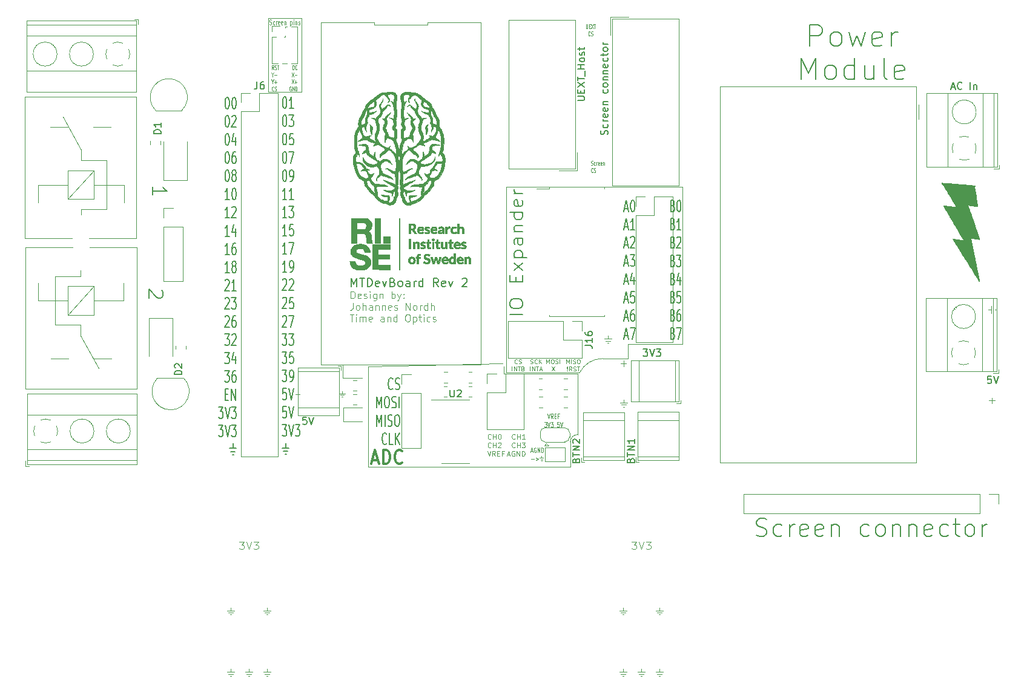
<source format=gbr>
G04 #@! TF.GenerationSoftware,KiCad,Pcbnew,(5.1.9)-1*
G04 #@! TF.CreationDate,2021-05-05T14:43:55+02:00*
G04 #@! TF.ProjectId,MTDevBoard,4d544465-7642-46f6-9172-642e6b696361,rev?*
G04 #@! TF.SameCoordinates,Original*
G04 #@! TF.FileFunction,Legend,Top*
G04 #@! TF.FilePolarity,Positive*
%FSLAX46Y46*%
G04 Gerber Fmt 4.6, Leading zero omitted, Abs format (unit mm)*
G04 Created by KiCad (PCBNEW (5.1.9)-1) date 2021-05-05 14:43:55*
%MOMM*%
%LPD*%
G01*
G04 APERTURE LIST*
%ADD10C,0.120000*%
%ADD11C,0.100000*%
%ADD12C,0.300000*%
%ADD13C,0.125000*%
%ADD14C,0.150000*%
%ADD15C,0.110000*%
%ADD16C,0.200000*%
%ADD17C,0.010000*%
G04 APERTURE END LIST*
D10*
X67700000Y-34970000D02*
X63020000Y-34970000D01*
X67700000Y-45320000D02*
X67700000Y-34970000D01*
X63020000Y-45320000D02*
X67700000Y-45320000D01*
X63020000Y-34970000D02*
X63020000Y-45320000D01*
D11*
X63209047Y-35853333D02*
X63280476Y-35886666D01*
X63399523Y-35886666D01*
X63447142Y-35853333D01*
X63470952Y-35820000D01*
X63494761Y-35753333D01*
X63494761Y-35686666D01*
X63470952Y-35620000D01*
X63447142Y-35586666D01*
X63399523Y-35553333D01*
X63304285Y-35520000D01*
X63256666Y-35486666D01*
X63232857Y-35453333D01*
X63209047Y-35386666D01*
X63209047Y-35320000D01*
X63232857Y-35253333D01*
X63256666Y-35220000D01*
X63304285Y-35186666D01*
X63423333Y-35186666D01*
X63494761Y-35220000D01*
X63923333Y-35853333D02*
X63875714Y-35886666D01*
X63780476Y-35886666D01*
X63732857Y-35853333D01*
X63709047Y-35820000D01*
X63685238Y-35753333D01*
X63685238Y-35553333D01*
X63709047Y-35486666D01*
X63732857Y-35453333D01*
X63780476Y-35420000D01*
X63875714Y-35420000D01*
X63923333Y-35453333D01*
X64137619Y-35886666D02*
X64137619Y-35420000D01*
X64137619Y-35553333D02*
X64161428Y-35486666D01*
X64185238Y-35453333D01*
X64232857Y-35420000D01*
X64280476Y-35420000D01*
X64637619Y-35853333D02*
X64590000Y-35886666D01*
X64494761Y-35886666D01*
X64447142Y-35853333D01*
X64423333Y-35786666D01*
X64423333Y-35520000D01*
X64447142Y-35453333D01*
X64494761Y-35420000D01*
X64590000Y-35420000D01*
X64637619Y-35453333D01*
X64661428Y-35520000D01*
X64661428Y-35586666D01*
X64423333Y-35653333D01*
X65066190Y-35853333D02*
X65018571Y-35886666D01*
X64923333Y-35886666D01*
X64875714Y-35853333D01*
X64851904Y-35786666D01*
X64851904Y-35520000D01*
X64875714Y-35453333D01*
X64923333Y-35420000D01*
X65018571Y-35420000D01*
X65066190Y-35453333D01*
X65090000Y-35520000D01*
X65090000Y-35586666D01*
X64851904Y-35653333D01*
X65304285Y-35420000D02*
X65304285Y-35886666D01*
X65304285Y-35486666D02*
X65328095Y-35453333D01*
X65375714Y-35420000D01*
X65447142Y-35420000D01*
X65494761Y-35453333D01*
X65518571Y-35520000D01*
X65518571Y-35886666D01*
X66137619Y-35420000D02*
X66137619Y-36120000D01*
X66137619Y-35453333D02*
X66185238Y-35420000D01*
X66280476Y-35420000D01*
X66328095Y-35453333D01*
X66351904Y-35486666D01*
X66375714Y-35553333D01*
X66375714Y-35753333D01*
X66351904Y-35820000D01*
X66328095Y-35853333D01*
X66280476Y-35886666D01*
X66185238Y-35886666D01*
X66137619Y-35853333D01*
X66590000Y-35886666D02*
X66590000Y-35420000D01*
X66590000Y-35186666D02*
X66566190Y-35220000D01*
X66590000Y-35253333D01*
X66613809Y-35220000D01*
X66590000Y-35186666D01*
X66590000Y-35253333D01*
X66828095Y-35420000D02*
X66828095Y-35886666D01*
X66828095Y-35486666D02*
X66851904Y-35453333D01*
X66899523Y-35420000D01*
X66970952Y-35420000D01*
X67018571Y-35453333D01*
X67042380Y-35520000D01*
X67042380Y-35886666D01*
X67256666Y-35853333D02*
X67304285Y-35886666D01*
X67399523Y-35886666D01*
X67447142Y-35853333D01*
X67470952Y-35786666D01*
X67470952Y-35753333D01*
X67447142Y-35686666D01*
X67399523Y-35653333D01*
X67328095Y-35653333D01*
X67280476Y-35620000D01*
X67256666Y-35553333D01*
X67256666Y-35520000D01*
X67280476Y-35453333D01*
X67328095Y-35420000D01*
X67399523Y-35420000D01*
X67447142Y-35453333D01*
X66440238Y-42171428D02*
X66440238Y-41571428D01*
X66535476Y-41571428D01*
X66592619Y-41600000D01*
X66630714Y-41657142D01*
X66649761Y-41714285D01*
X66668809Y-41828571D01*
X66668809Y-41914285D01*
X66649761Y-42028571D01*
X66630714Y-42085714D01*
X66592619Y-42142857D01*
X66535476Y-42171428D01*
X66440238Y-42171428D01*
X67068809Y-42114285D02*
X67049761Y-42142857D01*
X66992619Y-42171428D01*
X66954523Y-42171428D01*
X66897380Y-42142857D01*
X66859285Y-42085714D01*
X66840238Y-42028571D01*
X66821190Y-41914285D01*
X66821190Y-41828571D01*
X66840238Y-41714285D01*
X66859285Y-41657142D01*
X66897380Y-41600000D01*
X66954523Y-41571428D01*
X66992619Y-41571428D01*
X67049761Y-41600000D01*
X67068809Y-41628571D01*
X66325952Y-42571428D02*
X66592619Y-43171428D01*
X66592619Y-42571428D02*
X66325952Y-43171428D01*
X66745000Y-42942857D02*
X67049761Y-42942857D01*
X66325952Y-43571428D02*
X66592619Y-44171428D01*
X66592619Y-43571428D02*
X66325952Y-44171428D01*
X66745000Y-43942857D02*
X67049761Y-43942857D01*
X66897380Y-44171428D02*
X66897380Y-43714285D01*
X66230714Y-44600000D02*
X66192619Y-44571428D01*
X66135476Y-44571428D01*
X66078333Y-44600000D01*
X66040238Y-44657142D01*
X66021190Y-44714285D01*
X66002142Y-44828571D01*
X66002142Y-44914285D01*
X66021190Y-45028571D01*
X66040238Y-45085714D01*
X66078333Y-45142857D01*
X66135476Y-45171428D01*
X66173571Y-45171428D01*
X66230714Y-45142857D01*
X66249761Y-45114285D01*
X66249761Y-44914285D01*
X66173571Y-44914285D01*
X66421190Y-45171428D02*
X66421190Y-44571428D01*
X66649761Y-45171428D01*
X66649761Y-44571428D01*
X66840238Y-45171428D02*
X66840238Y-44571428D01*
X66935476Y-44571428D01*
X66992619Y-44600000D01*
X67030714Y-44657142D01*
X67049761Y-44714285D01*
X67068809Y-44828571D01*
X67068809Y-44914285D01*
X67049761Y-45028571D01*
X67030714Y-45085714D01*
X66992619Y-45142857D01*
X66935476Y-45171428D01*
X66840238Y-45171428D01*
X63798809Y-42171428D02*
X63665476Y-41885714D01*
X63570238Y-42171428D02*
X63570238Y-41571428D01*
X63722619Y-41571428D01*
X63760714Y-41600000D01*
X63779761Y-41628571D01*
X63798809Y-41685714D01*
X63798809Y-41771428D01*
X63779761Y-41828571D01*
X63760714Y-41857142D01*
X63722619Y-41885714D01*
X63570238Y-41885714D01*
X63951190Y-42142857D02*
X64008333Y-42171428D01*
X64103571Y-42171428D01*
X64141666Y-42142857D01*
X64160714Y-42114285D01*
X64179761Y-42057142D01*
X64179761Y-42000000D01*
X64160714Y-41942857D01*
X64141666Y-41914285D01*
X64103571Y-41885714D01*
X64027380Y-41857142D01*
X63989285Y-41828571D01*
X63970238Y-41800000D01*
X63951190Y-41742857D01*
X63951190Y-41685714D01*
X63970238Y-41628571D01*
X63989285Y-41600000D01*
X64027380Y-41571428D01*
X64122619Y-41571428D01*
X64179761Y-41600000D01*
X64294047Y-41571428D02*
X64522619Y-41571428D01*
X64408333Y-42171428D02*
X64408333Y-41571428D01*
X63646428Y-42885714D02*
X63646428Y-43171428D01*
X63513095Y-42571428D02*
X63646428Y-42885714D01*
X63779761Y-42571428D01*
X63913095Y-42942857D02*
X64217857Y-42942857D01*
X63646428Y-43885714D02*
X63646428Y-44171428D01*
X63513095Y-43571428D02*
X63646428Y-43885714D01*
X63779761Y-43571428D01*
X63913095Y-43942857D02*
X64217857Y-43942857D01*
X64065476Y-44171428D02*
X64065476Y-43714285D01*
X63798809Y-45114285D02*
X63779761Y-45142857D01*
X63722619Y-45171428D01*
X63684523Y-45171428D01*
X63627380Y-45142857D01*
X63589285Y-45085714D01*
X63570238Y-45028571D01*
X63551190Y-44914285D01*
X63551190Y-44828571D01*
X63570238Y-44714285D01*
X63589285Y-44657142D01*
X63627380Y-44600000D01*
X63684523Y-44571428D01*
X63722619Y-44571428D01*
X63779761Y-44600000D01*
X63798809Y-44628571D01*
X63951190Y-45142857D02*
X64008333Y-45171428D01*
X64103571Y-45171428D01*
X64141666Y-45142857D01*
X64160714Y-45114285D01*
X64179761Y-45057142D01*
X64179761Y-45000000D01*
X64160714Y-44942857D01*
X64141666Y-44914285D01*
X64103571Y-44885714D01*
X64027380Y-44857142D01*
X63989285Y-44828571D01*
X63970238Y-44800000D01*
X63951190Y-44742857D01*
X63951190Y-44685714D01*
X63970238Y-44628571D01*
X63989285Y-44600000D01*
X64027380Y-44571428D01*
X64122619Y-44571428D01*
X64179761Y-44600000D01*
X107471904Y-35841428D02*
X107471904Y-36327142D01*
X107490952Y-36384285D01*
X107510000Y-36412857D01*
X107548095Y-36441428D01*
X107624285Y-36441428D01*
X107662380Y-36412857D01*
X107681428Y-36384285D01*
X107700476Y-36327142D01*
X107700476Y-35841428D01*
X107890952Y-36127142D02*
X108024285Y-36127142D01*
X108081428Y-36441428D02*
X107890952Y-36441428D01*
X107890952Y-35841428D01*
X108081428Y-35841428D01*
X108214761Y-35841428D02*
X108481428Y-36441428D01*
X108481428Y-35841428D02*
X108214761Y-36441428D01*
X108576666Y-35841428D02*
X108805238Y-35841428D01*
X108690952Y-36441428D02*
X108690952Y-35841428D01*
X108043333Y-37384285D02*
X108024285Y-37412857D01*
X107967142Y-37441428D01*
X107929047Y-37441428D01*
X107871904Y-37412857D01*
X107833809Y-37355714D01*
X107814761Y-37298571D01*
X107795714Y-37184285D01*
X107795714Y-37098571D01*
X107814761Y-36984285D01*
X107833809Y-36927142D01*
X107871904Y-36870000D01*
X107929047Y-36841428D01*
X107967142Y-36841428D01*
X108024285Y-36870000D01*
X108043333Y-36898571D01*
X108195714Y-37412857D02*
X108252857Y-37441428D01*
X108348095Y-37441428D01*
X108386190Y-37412857D01*
X108405238Y-37384285D01*
X108424285Y-37327142D01*
X108424285Y-37270000D01*
X108405238Y-37212857D01*
X108386190Y-37184285D01*
X108348095Y-37155714D01*
X108271904Y-37127142D01*
X108233809Y-37098571D01*
X108214761Y-37070000D01*
X108195714Y-37012857D01*
X108195714Y-36955714D01*
X108214761Y-36898571D01*
X108233809Y-36870000D01*
X108271904Y-36841428D01*
X108367142Y-36841428D01*
X108424285Y-36870000D01*
X108181190Y-55542857D02*
X108238333Y-55571428D01*
X108333571Y-55571428D01*
X108371666Y-55542857D01*
X108390714Y-55514285D01*
X108409761Y-55457142D01*
X108409761Y-55400000D01*
X108390714Y-55342857D01*
X108371666Y-55314285D01*
X108333571Y-55285714D01*
X108257380Y-55257142D01*
X108219285Y-55228571D01*
X108200238Y-55200000D01*
X108181190Y-55142857D01*
X108181190Y-55085714D01*
X108200238Y-55028571D01*
X108219285Y-55000000D01*
X108257380Y-54971428D01*
X108352619Y-54971428D01*
X108409761Y-55000000D01*
X108752619Y-55542857D02*
X108714523Y-55571428D01*
X108638333Y-55571428D01*
X108600238Y-55542857D01*
X108581190Y-55514285D01*
X108562142Y-55457142D01*
X108562142Y-55285714D01*
X108581190Y-55228571D01*
X108600238Y-55200000D01*
X108638333Y-55171428D01*
X108714523Y-55171428D01*
X108752619Y-55200000D01*
X108924047Y-55571428D02*
X108924047Y-55171428D01*
X108924047Y-55285714D02*
X108943095Y-55228571D01*
X108962142Y-55200000D01*
X109000238Y-55171428D01*
X109038333Y-55171428D01*
X109324047Y-55542857D02*
X109285952Y-55571428D01*
X109209761Y-55571428D01*
X109171666Y-55542857D01*
X109152619Y-55485714D01*
X109152619Y-55257142D01*
X109171666Y-55200000D01*
X109209761Y-55171428D01*
X109285952Y-55171428D01*
X109324047Y-55200000D01*
X109343095Y-55257142D01*
X109343095Y-55314285D01*
X109152619Y-55371428D01*
X109666904Y-55542857D02*
X109628809Y-55571428D01*
X109552619Y-55571428D01*
X109514523Y-55542857D01*
X109495476Y-55485714D01*
X109495476Y-55257142D01*
X109514523Y-55200000D01*
X109552619Y-55171428D01*
X109628809Y-55171428D01*
X109666904Y-55200000D01*
X109685952Y-55257142D01*
X109685952Y-55314285D01*
X109495476Y-55371428D01*
X109857380Y-55171428D02*
X109857380Y-55571428D01*
X109857380Y-55228571D02*
X109876428Y-55200000D01*
X109914523Y-55171428D01*
X109971666Y-55171428D01*
X110009761Y-55200000D01*
X110028809Y-55257142D01*
X110028809Y-55571428D01*
X108428809Y-56514285D02*
X108409761Y-56542857D01*
X108352619Y-56571428D01*
X108314523Y-56571428D01*
X108257380Y-56542857D01*
X108219285Y-56485714D01*
X108200238Y-56428571D01*
X108181190Y-56314285D01*
X108181190Y-56228571D01*
X108200238Y-56114285D01*
X108219285Y-56057142D01*
X108257380Y-56000000D01*
X108314523Y-55971428D01*
X108352619Y-55971428D01*
X108409761Y-56000000D01*
X108428809Y-56028571D01*
X108581190Y-56542857D02*
X108638333Y-56571428D01*
X108733571Y-56571428D01*
X108771666Y-56542857D01*
X108790714Y-56514285D01*
X108809761Y-56457142D01*
X108809761Y-56400000D01*
X108790714Y-56342857D01*
X108771666Y-56314285D01*
X108733571Y-56285714D01*
X108657380Y-56257142D01*
X108619285Y-56228571D01*
X108600238Y-56200000D01*
X108581190Y-56142857D01*
X108581190Y-56085714D01*
X108600238Y-56028571D01*
X108619285Y-56000000D01*
X108657380Y-55971428D01*
X108752619Y-55971428D01*
X108809761Y-56000000D01*
D10*
X76990000Y-83790000D02*
X95800000Y-83300000D01*
X95990000Y-83790000D02*
X95990000Y-84790000D01*
X106290000Y-93290000D02*
X106290000Y-84790000D01*
X113370000Y-80640000D02*
X113370000Y-82640000D01*
X121000000Y-80640000D02*
X113370000Y-80640000D01*
X96300000Y-58640000D02*
X96300000Y-84620000D01*
X121000000Y-58640000D02*
X96300000Y-58640000D01*
X121000000Y-80640000D02*
X121000000Y-58640000D01*
X109800000Y-82640000D02*
X113370000Y-82640000D01*
X96300000Y-84620000D02*
X106596563Y-84597444D01*
X106596563Y-84597444D02*
G75*
G02*
X109800000Y-82640000I3203437J-1642556D01*
G01*
X105290000Y-94290000D02*
G75*
G02*
X106290000Y-93290000I1000000J0D01*
G01*
X105290000Y-94290000D02*
X105290000Y-97790000D01*
D12*
X77575238Y-96853333D02*
X78384761Y-96853333D01*
X77413333Y-97424761D02*
X77980000Y-95424761D01*
X78546666Y-97424761D01*
X79113333Y-97424761D02*
X79113333Y-95424761D01*
X79518095Y-95424761D01*
X79760952Y-95520000D01*
X79922857Y-95710476D01*
X80003809Y-95900952D01*
X80084761Y-96281904D01*
X80084761Y-96567619D01*
X80003809Y-96948571D01*
X79922857Y-97139047D01*
X79760952Y-97329523D01*
X79518095Y-97424761D01*
X79113333Y-97424761D01*
X81784761Y-97234285D02*
X81703809Y-97329523D01*
X81460952Y-97424761D01*
X81299047Y-97424761D01*
X81056190Y-97329523D01*
X80894285Y-97139047D01*
X80813333Y-96948571D01*
X80732380Y-96567619D01*
X80732380Y-96281904D01*
X80813333Y-95900952D01*
X80894285Y-95710476D01*
X81056190Y-95520000D01*
X81299047Y-95424761D01*
X81460952Y-95424761D01*
X81703809Y-95520000D01*
X81784761Y-95615238D01*
D10*
X105290000Y-97790000D02*
X76980000Y-97790000D01*
X95990000Y-84790000D02*
X106290000Y-84790000D01*
X95990000Y-83790000D02*
X95990000Y-84790000D01*
X76980000Y-97790000D02*
X76990000Y-83790000D01*
D13*
X97840000Y-83301785D02*
X97811428Y-83330357D01*
X97725714Y-83358928D01*
X97668571Y-83358928D01*
X97582857Y-83330357D01*
X97525714Y-83273214D01*
X97497142Y-83216071D01*
X97468571Y-83101785D01*
X97468571Y-83016071D01*
X97497142Y-82901785D01*
X97525714Y-82844642D01*
X97582857Y-82787500D01*
X97668571Y-82758928D01*
X97725714Y-82758928D01*
X97811428Y-82787500D01*
X97840000Y-82816071D01*
X98068571Y-83330357D02*
X98154285Y-83358928D01*
X98297142Y-83358928D01*
X98354285Y-83330357D01*
X98382857Y-83301785D01*
X98411428Y-83244642D01*
X98411428Y-83187500D01*
X98382857Y-83130357D01*
X98354285Y-83101785D01*
X98297142Y-83073214D01*
X98182857Y-83044642D01*
X98125714Y-83016071D01*
X98097142Y-82987500D01*
X98068571Y-82930357D01*
X98068571Y-82873214D01*
X98097142Y-82816071D01*
X98125714Y-82787500D01*
X98182857Y-82758928D01*
X98325714Y-82758928D01*
X98411428Y-82787500D01*
X97097142Y-84383928D02*
X97097142Y-83783928D01*
X97382857Y-84383928D02*
X97382857Y-83783928D01*
X97725714Y-84383928D01*
X97725714Y-83783928D01*
X97925714Y-83783928D02*
X98268571Y-83783928D01*
X98097142Y-84383928D02*
X98097142Y-83783928D01*
X98668571Y-84069642D02*
X98754285Y-84098214D01*
X98782857Y-84126785D01*
X98811428Y-84183928D01*
X98811428Y-84269642D01*
X98782857Y-84326785D01*
X98754285Y-84355357D01*
X98697142Y-84383928D01*
X98468571Y-84383928D01*
X98468571Y-83783928D01*
X98668571Y-83783928D01*
X98725714Y-83812500D01*
X98754285Y-83841071D01*
X98782857Y-83898214D01*
X98782857Y-83955357D01*
X98754285Y-84012500D01*
X98725714Y-84041071D01*
X98668571Y-84069642D01*
X98468571Y-84069642D01*
X99688571Y-83330357D02*
X99774285Y-83358928D01*
X99917142Y-83358928D01*
X99974285Y-83330357D01*
X100002857Y-83301785D01*
X100031428Y-83244642D01*
X100031428Y-83187500D01*
X100002857Y-83130357D01*
X99974285Y-83101785D01*
X99917142Y-83073214D01*
X99802857Y-83044642D01*
X99745714Y-83016071D01*
X99717142Y-82987500D01*
X99688571Y-82930357D01*
X99688571Y-82873214D01*
X99717142Y-82816071D01*
X99745714Y-82787500D01*
X99802857Y-82758928D01*
X99945714Y-82758928D01*
X100031428Y-82787500D01*
X100631428Y-83301785D02*
X100602857Y-83330357D01*
X100517142Y-83358928D01*
X100460000Y-83358928D01*
X100374285Y-83330357D01*
X100317142Y-83273214D01*
X100288571Y-83216071D01*
X100260000Y-83101785D01*
X100260000Y-83016071D01*
X100288571Y-82901785D01*
X100317142Y-82844642D01*
X100374285Y-82787500D01*
X100460000Y-82758928D01*
X100517142Y-82758928D01*
X100602857Y-82787500D01*
X100631428Y-82816071D01*
X100888571Y-83358928D02*
X100888571Y-82758928D01*
X101231428Y-83358928D02*
X100974285Y-83016071D01*
X101231428Y-82758928D02*
X100888571Y-83101785D01*
X99660000Y-84383928D02*
X99660000Y-83783928D01*
X99945714Y-84383928D02*
X99945714Y-83783928D01*
X100288571Y-84383928D01*
X100288571Y-83783928D01*
X100488571Y-83783928D02*
X100831428Y-83783928D01*
X100660000Y-84383928D02*
X100660000Y-83783928D01*
X101002857Y-84212500D02*
X101288571Y-84212500D01*
X100945714Y-84383928D02*
X101145714Y-83783928D01*
X101345714Y-84383928D01*
X97840000Y-83301785D02*
X97811428Y-83330357D01*
X97725714Y-83358928D01*
X97668571Y-83358928D01*
X97582857Y-83330357D01*
X97525714Y-83273214D01*
X97497142Y-83216071D01*
X97468571Y-83101785D01*
X97468571Y-83016071D01*
X97497142Y-82901785D01*
X97525714Y-82844642D01*
X97582857Y-82787500D01*
X97668571Y-82758928D01*
X97725714Y-82758928D01*
X97811428Y-82787500D01*
X97840000Y-82816071D01*
X98068571Y-83330357D02*
X98154285Y-83358928D01*
X98297142Y-83358928D01*
X98354285Y-83330357D01*
X98382857Y-83301785D01*
X98411428Y-83244642D01*
X98411428Y-83187500D01*
X98382857Y-83130357D01*
X98354285Y-83101785D01*
X98297142Y-83073214D01*
X98182857Y-83044642D01*
X98125714Y-83016071D01*
X98097142Y-82987500D01*
X98068571Y-82930357D01*
X98068571Y-82873214D01*
X98097142Y-82816071D01*
X98125714Y-82787500D01*
X98182857Y-82758928D01*
X98325714Y-82758928D01*
X98411428Y-82787500D01*
X97097142Y-84383928D02*
X97097142Y-83783928D01*
X97382857Y-84383928D02*
X97382857Y-83783928D01*
X97725714Y-84383928D01*
X97725714Y-83783928D01*
X97925714Y-83783928D02*
X98268571Y-83783928D01*
X98097142Y-84383928D02*
X98097142Y-83783928D01*
X98668571Y-84069642D02*
X98754285Y-84098214D01*
X98782857Y-84126785D01*
X98811428Y-84183928D01*
X98811428Y-84269642D01*
X98782857Y-84326785D01*
X98754285Y-84355357D01*
X98697142Y-84383928D01*
X98468571Y-84383928D01*
X98468571Y-83783928D01*
X98668571Y-83783928D01*
X98725714Y-83812500D01*
X98754285Y-83841071D01*
X98782857Y-83898214D01*
X98782857Y-83955357D01*
X98754285Y-84012500D01*
X98725714Y-84041071D01*
X98668571Y-84069642D01*
X98468571Y-84069642D01*
X101917142Y-83358928D02*
X101917142Y-82758928D01*
X102117142Y-83187500D01*
X102317142Y-82758928D01*
X102317142Y-83358928D01*
X102717142Y-82758928D02*
X102831428Y-82758928D01*
X102888571Y-82787500D01*
X102945714Y-82844642D01*
X102974285Y-82958928D01*
X102974285Y-83158928D01*
X102945714Y-83273214D01*
X102888571Y-83330357D01*
X102831428Y-83358928D01*
X102717142Y-83358928D01*
X102660000Y-83330357D01*
X102602857Y-83273214D01*
X102574285Y-83158928D01*
X102574285Y-82958928D01*
X102602857Y-82844642D01*
X102660000Y-82787500D01*
X102717142Y-82758928D01*
X103202857Y-83330357D02*
X103288571Y-83358928D01*
X103431428Y-83358928D01*
X103488571Y-83330357D01*
X103517142Y-83301785D01*
X103545714Y-83244642D01*
X103545714Y-83187500D01*
X103517142Y-83130357D01*
X103488571Y-83101785D01*
X103431428Y-83073214D01*
X103317142Y-83044642D01*
X103260000Y-83016071D01*
X103231428Y-82987500D01*
X103202857Y-82930357D01*
X103202857Y-82873214D01*
X103231428Y-82816071D01*
X103260000Y-82787500D01*
X103317142Y-82758928D01*
X103460000Y-82758928D01*
X103545714Y-82787500D01*
X103802857Y-83358928D02*
X103802857Y-82758928D01*
X102660000Y-83783928D02*
X103060000Y-84383928D01*
X103060000Y-83783928D02*
X102660000Y-84383928D01*
D11*
X73009047Y-87534761D02*
X73770952Y-87534761D01*
X73161428Y-87763333D02*
X73618571Y-87763333D01*
X73390000Y-87191904D02*
X73390000Y-87534761D01*
X73466190Y-87991904D02*
X73313809Y-87991904D01*
X66875238Y-87677142D02*
X67484761Y-87677142D01*
X67180000Y-87981904D02*
X67180000Y-87372380D01*
X110013190Y-79881904D02*
X111060809Y-79881904D01*
X110222714Y-80167618D02*
X110851285Y-80167618D01*
X110537000Y-79453332D02*
X110537000Y-79881904D01*
X110641761Y-80453332D02*
X110432238Y-80453332D01*
D14*
X80449642Y-86846428D02*
X80402023Y-86922619D01*
X80259166Y-86998809D01*
X80163928Y-86998809D01*
X80021071Y-86922619D01*
X79925833Y-86770238D01*
X79878214Y-86617857D01*
X79830595Y-86313095D01*
X79830595Y-86084523D01*
X79878214Y-85779761D01*
X79925833Y-85627380D01*
X80021071Y-85475000D01*
X80163928Y-85398809D01*
X80259166Y-85398809D01*
X80402023Y-85475000D01*
X80449642Y-85551190D01*
X80830595Y-86922619D02*
X80973452Y-86998809D01*
X81211547Y-86998809D01*
X81306785Y-86922619D01*
X81354404Y-86846428D01*
X81402023Y-86694047D01*
X81402023Y-86541666D01*
X81354404Y-86389285D01*
X81306785Y-86313095D01*
X81211547Y-86236904D01*
X81021071Y-86160714D01*
X80925833Y-86084523D01*
X80878214Y-86008333D01*
X80830595Y-85855952D01*
X80830595Y-85703571D01*
X80878214Y-85551190D01*
X80925833Y-85475000D01*
X81021071Y-85398809D01*
X81259166Y-85398809D01*
X81402023Y-85475000D01*
X78211547Y-89548809D02*
X78211547Y-87948809D01*
X78544880Y-89091666D01*
X78878214Y-87948809D01*
X78878214Y-89548809D01*
X79544880Y-87948809D02*
X79735357Y-87948809D01*
X79830595Y-88025000D01*
X79925833Y-88177380D01*
X79973452Y-88482142D01*
X79973452Y-89015476D01*
X79925833Y-89320238D01*
X79830595Y-89472619D01*
X79735357Y-89548809D01*
X79544880Y-89548809D01*
X79449642Y-89472619D01*
X79354404Y-89320238D01*
X79306785Y-89015476D01*
X79306785Y-88482142D01*
X79354404Y-88177380D01*
X79449642Y-88025000D01*
X79544880Y-87948809D01*
X80354404Y-89472619D02*
X80497261Y-89548809D01*
X80735357Y-89548809D01*
X80830595Y-89472619D01*
X80878214Y-89396428D01*
X80925833Y-89244047D01*
X80925833Y-89091666D01*
X80878214Y-88939285D01*
X80830595Y-88863095D01*
X80735357Y-88786904D01*
X80544880Y-88710714D01*
X80449642Y-88634523D01*
X80402023Y-88558333D01*
X80354404Y-88405952D01*
X80354404Y-88253571D01*
X80402023Y-88101190D01*
X80449642Y-88025000D01*
X80544880Y-87948809D01*
X80782976Y-87948809D01*
X80925833Y-88025000D01*
X81354404Y-89548809D02*
X81354404Y-87948809D01*
X78211547Y-92098809D02*
X78211547Y-90498809D01*
X78544880Y-91641666D01*
X78878214Y-90498809D01*
X78878214Y-92098809D01*
X79354404Y-92098809D02*
X79354404Y-90498809D01*
X79782976Y-92022619D02*
X79925833Y-92098809D01*
X80163928Y-92098809D01*
X80259166Y-92022619D01*
X80306785Y-91946428D01*
X80354404Y-91794047D01*
X80354404Y-91641666D01*
X80306785Y-91489285D01*
X80259166Y-91413095D01*
X80163928Y-91336904D01*
X79973452Y-91260714D01*
X79878214Y-91184523D01*
X79830595Y-91108333D01*
X79782976Y-90955952D01*
X79782976Y-90803571D01*
X79830595Y-90651190D01*
X79878214Y-90575000D01*
X79973452Y-90498809D01*
X80211547Y-90498809D01*
X80354404Y-90575000D01*
X80973452Y-90498809D02*
X81163928Y-90498809D01*
X81259166Y-90575000D01*
X81354404Y-90727380D01*
X81402023Y-91032142D01*
X81402023Y-91565476D01*
X81354404Y-91870238D01*
X81259166Y-92022619D01*
X81163928Y-92098809D01*
X80973452Y-92098809D01*
X80878214Y-92022619D01*
X80782976Y-91870238D01*
X80735357Y-91565476D01*
X80735357Y-91032142D01*
X80782976Y-90727380D01*
X80878214Y-90575000D01*
X80973452Y-90498809D01*
X79592500Y-94496428D02*
X79544880Y-94572619D01*
X79402023Y-94648809D01*
X79306785Y-94648809D01*
X79163928Y-94572619D01*
X79068690Y-94420238D01*
X79021071Y-94267857D01*
X78973452Y-93963095D01*
X78973452Y-93734523D01*
X79021071Y-93429761D01*
X79068690Y-93277380D01*
X79163928Y-93125000D01*
X79306785Y-93048809D01*
X79402023Y-93048809D01*
X79544880Y-93125000D01*
X79592500Y-93201190D01*
X80497261Y-94648809D02*
X80021071Y-94648809D01*
X80021071Y-93048809D01*
X80830595Y-94648809D02*
X80830595Y-93048809D01*
X81402023Y-94648809D02*
X80973452Y-93734523D01*
X81402023Y-93048809D02*
X80830595Y-93963095D01*
D13*
X104717142Y-83358928D02*
X104717142Y-82758928D01*
X104917142Y-83187500D01*
X105117142Y-82758928D01*
X105117142Y-83358928D01*
X105402857Y-83358928D02*
X105402857Y-82758928D01*
X105660000Y-83330357D02*
X105745714Y-83358928D01*
X105888571Y-83358928D01*
X105945714Y-83330357D01*
X105974285Y-83301785D01*
X106002857Y-83244642D01*
X106002857Y-83187500D01*
X105974285Y-83130357D01*
X105945714Y-83101785D01*
X105888571Y-83073214D01*
X105774285Y-83044642D01*
X105717142Y-83016071D01*
X105688571Y-82987500D01*
X105660000Y-82930357D01*
X105660000Y-82873214D01*
X105688571Y-82816071D01*
X105717142Y-82787500D01*
X105774285Y-82758928D01*
X105917142Y-82758928D01*
X106002857Y-82787500D01*
X106374285Y-82758928D02*
X106488571Y-82758928D01*
X106545714Y-82787500D01*
X106602857Y-82844642D01*
X106631428Y-82958928D01*
X106631428Y-83158928D01*
X106602857Y-83273214D01*
X106545714Y-83330357D01*
X106488571Y-83358928D01*
X106374285Y-83358928D01*
X106317142Y-83330357D01*
X106260000Y-83273214D01*
X106231428Y-83158928D01*
X106231428Y-82958928D01*
X106260000Y-82844642D01*
X106317142Y-82787500D01*
X106374285Y-82758928D01*
X104845714Y-84326785D02*
X104874285Y-84355357D01*
X104845714Y-84383928D01*
X104817142Y-84355357D01*
X104845714Y-84326785D01*
X104845714Y-84383928D01*
X104845714Y-84155357D02*
X104817142Y-83812500D01*
X104845714Y-83783928D01*
X104874285Y-83812500D01*
X104845714Y-84155357D01*
X104845714Y-83783928D01*
X105474285Y-84383928D02*
X105274285Y-84098214D01*
X105131428Y-84383928D02*
X105131428Y-83783928D01*
X105360000Y-83783928D01*
X105417142Y-83812500D01*
X105445714Y-83841071D01*
X105474285Y-83898214D01*
X105474285Y-83983928D01*
X105445714Y-84041071D01*
X105417142Y-84069642D01*
X105360000Y-84098214D01*
X105131428Y-84098214D01*
X105702857Y-84355357D02*
X105788571Y-84383928D01*
X105931428Y-84383928D01*
X105988571Y-84355357D01*
X106017142Y-84326785D01*
X106045714Y-84269642D01*
X106045714Y-84212500D01*
X106017142Y-84155357D01*
X105988571Y-84126785D01*
X105931428Y-84098214D01*
X105817142Y-84069642D01*
X105760000Y-84041071D01*
X105731428Y-84012500D01*
X105702857Y-83955357D01*
X105702857Y-83898214D01*
X105731428Y-83841071D01*
X105760000Y-83812500D01*
X105817142Y-83783928D01*
X105960000Y-83783928D01*
X106045714Y-83812500D01*
X106217142Y-83783928D02*
X106560000Y-83783928D01*
X106388571Y-84383928D02*
X106388571Y-83783928D01*
X94187916Y-93865000D02*
X94154583Y-93898333D01*
X94054583Y-93931666D01*
X93987916Y-93931666D01*
X93887916Y-93898333D01*
X93821250Y-93831666D01*
X93787916Y-93765000D01*
X93754583Y-93631666D01*
X93754583Y-93531666D01*
X93787916Y-93398333D01*
X93821250Y-93331666D01*
X93887916Y-93265000D01*
X93987916Y-93231666D01*
X94054583Y-93231666D01*
X94154583Y-93265000D01*
X94187916Y-93298333D01*
X94487916Y-93931666D02*
X94487916Y-93231666D01*
X94487916Y-93565000D02*
X94887916Y-93565000D01*
X94887916Y-93931666D02*
X94887916Y-93231666D01*
X95354583Y-93231666D02*
X95421250Y-93231666D01*
X95487916Y-93265000D01*
X95521250Y-93298333D01*
X95554583Y-93365000D01*
X95587916Y-93498333D01*
X95587916Y-93665000D01*
X95554583Y-93798333D01*
X95521250Y-93865000D01*
X95487916Y-93898333D01*
X95421250Y-93931666D01*
X95354583Y-93931666D01*
X95287916Y-93898333D01*
X95254583Y-93865000D01*
X95221250Y-93798333D01*
X95187916Y-93665000D01*
X95187916Y-93498333D01*
X95221250Y-93365000D01*
X95254583Y-93298333D01*
X95287916Y-93265000D01*
X95354583Y-93231666D01*
X94187916Y-95040000D02*
X94154583Y-95073333D01*
X94054583Y-95106666D01*
X93987916Y-95106666D01*
X93887916Y-95073333D01*
X93821250Y-95006666D01*
X93787916Y-94940000D01*
X93754583Y-94806666D01*
X93754583Y-94706666D01*
X93787916Y-94573333D01*
X93821250Y-94506666D01*
X93887916Y-94440000D01*
X93987916Y-94406666D01*
X94054583Y-94406666D01*
X94154583Y-94440000D01*
X94187916Y-94473333D01*
X94487916Y-95106666D02*
X94487916Y-94406666D01*
X94487916Y-94740000D02*
X94887916Y-94740000D01*
X94887916Y-95106666D02*
X94887916Y-94406666D01*
X95187916Y-94473333D02*
X95221250Y-94440000D01*
X95287916Y-94406666D01*
X95454583Y-94406666D01*
X95521250Y-94440000D01*
X95554583Y-94473333D01*
X95587916Y-94540000D01*
X95587916Y-94606666D01*
X95554583Y-94706666D01*
X95154583Y-95106666D01*
X95587916Y-95106666D01*
X93687916Y-95581666D02*
X93921250Y-96281666D01*
X94154583Y-95581666D01*
X94787916Y-96281666D02*
X94554583Y-95948333D01*
X94387916Y-96281666D02*
X94387916Y-95581666D01*
X94654583Y-95581666D01*
X94721250Y-95615000D01*
X94754583Y-95648333D01*
X94787916Y-95715000D01*
X94787916Y-95815000D01*
X94754583Y-95881666D01*
X94721250Y-95915000D01*
X94654583Y-95948333D01*
X94387916Y-95948333D01*
X95087916Y-95915000D02*
X95321250Y-95915000D01*
X95421250Y-96281666D02*
X95087916Y-96281666D01*
X95087916Y-95581666D01*
X95421250Y-95581666D01*
X95954583Y-95915000D02*
X95721250Y-95915000D01*
X95721250Y-96281666D02*
X95721250Y-95581666D01*
X96054583Y-95581666D01*
X97535416Y-93865000D02*
X97502083Y-93898333D01*
X97402083Y-93931666D01*
X97335416Y-93931666D01*
X97235416Y-93898333D01*
X97168750Y-93831666D01*
X97135416Y-93765000D01*
X97102083Y-93631666D01*
X97102083Y-93531666D01*
X97135416Y-93398333D01*
X97168750Y-93331666D01*
X97235416Y-93265000D01*
X97335416Y-93231666D01*
X97402083Y-93231666D01*
X97502083Y-93265000D01*
X97535416Y-93298333D01*
X97835416Y-93931666D02*
X97835416Y-93231666D01*
X97835416Y-93565000D02*
X98235416Y-93565000D01*
X98235416Y-93931666D02*
X98235416Y-93231666D01*
X98935416Y-93931666D02*
X98535416Y-93931666D01*
X98735416Y-93931666D02*
X98735416Y-93231666D01*
X98668750Y-93331666D01*
X98602083Y-93398333D01*
X98535416Y-93431666D01*
X97535416Y-95040000D02*
X97502083Y-95073333D01*
X97402083Y-95106666D01*
X97335416Y-95106666D01*
X97235416Y-95073333D01*
X97168750Y-95006666D01*
X97135416Y-94940000D01*
X97102083Y-94806666D01*
X97102083Y-94706666D01*
X97135416Y-94573333D01*
X97168750Y-94506666D01*
X97235416Y-94440000D01*
X97335416Y-94406666D01*
X97402083Y-94406666D01*
X97502083Y-94440000D01*
X97535416Y-94473333D01*
X97835416Y-95106666D02*
X97835416Y-94406666D01*
X97835416Y-94740000D02*
X98235416Y-94740000D01*
X98235416Y-95106666D02*
X98235416Y-94406666D01*
X98502083Y-94406666D02*
X98935416Y-94406666D01*
X98702083Y-94673333D01*
X98802083Y-94673333D01*
X98868750Y-94706666D01*
X98902083Y-94740000D01*
X98935416Y-94806666D01*
X98935416Y-94973333D01*
X98902083Y-95040000D01*
X98868750Y-95073333D01*
X98802083Y-95106666D01*
X98602083Y-95106666D01*
X98535416Y-95073333D01*
X98502083Y-95040000D01*
X96468750Y-96081666D02*
X96802083Y-96081666D01*
X96402083Y-96281666D02*
X96635416Y-95581666D01*
X96868750Y-96281666D01*
X97468750Y-95615000D02*
X97402083Y-95581666D01*
X97302083Y-95581666D01*
X97202083Y-95615000D01*
X97135416Y-95681666D01*
X97102083Y-95748333D01*
X97068750Y-95881666D01*
X97068750Y-95981666D01*
X97102083Y-96115000D01*
X97135416Y-96181666D01*
X97202083Y-96248333D01*
X97302083Y-96281666D01*
X97368750Y-96281666D01*
X97468750Y-96248333D01*
X97502083Y-96215000D01*
X97502083Y-95981666D01*
X97368750Y-95981666D01*
X97802083Y-96281666D02*
X97802083Y-95581666D01*
X98202083Y-96281666D01*
X98202083Y-95581666D01*
X98535416Y-96281666D02*
X98535416Y-95581666D01*
X98702083Y-95581666D01*
X98802083Y-95615000D01*
X98868750Y-95681666D01*
X98902083Y-95748333D01*
X98935416Y-95881666D01*
X98935416Y-95981666D01*
X98902083Y-96115000D01*
X98868750Y-96181666D01*
X98802083Y-96248333D01*
X98702083Y-96281666D01*
X98535416Y-96281666D01*
D14*
X98634285Y-76489047D02*
X96834285Y-76489047D01*
X96834285Y-75155714D02*
X96834285Y-74774761D01*
X96920000Y-74584285D01*
X97091428Y-74393809D01*
X97434285Y-74298571D01*
X98034285Y-74298571D01*
X98377142Y-74393809D01*
X98548571Y-74584285D01*
X98634285Y-74774761D01*
X98634285Y-75155714D01*
X98548571Y-75346190D01*
X98377142Y-75536666D01*
X98034285Y-75631904D01*
X97434285Y-75631904D01*
X97091428Y-75536666D01*
X96920000Y-75346190D01*
X96834285Y-75155714D01*
X97691428Y-71917619D02*
X97691428Y-71250952D01*
X98634285Y-70965238D02*
X98634285Y-71917619D01*
X96834285Y-71917619D01*
X96834285Y-70965238D01*
X98634285Y-70298571D02*
X97434285Y-69250952D01*
X97434285Y-70298571D02*
X98634285Y-69250952D01*
X97434285Y-68489047D02*
X99234285Y-68489047D01*
X97520000Y-68489047D02*
X97434285Y-68298571D01*
X97434285Y-67917619D01*
X97520000Y-67727142D01*
X97605714Y-67631904D01*
X97777142Y-67536666D01*
X98291428Y-67536666D01*
X98462857Y-67631904D01*
X98548571Y-67727142D01*
X98634285Y-67917619D01*
X98634285Y-68298571D01*
X98548571Y-68489047D01*
X98634285Y-65822380D02*
X97691428Y-65822380D01*
X97520000Y-65917619D01*
X97434285Y-66108095D01*
X97434285Y-66489047D01*
X97520000Y-66679523D01*
X98548571Y-65822380D02*
X98634285Y-66012857D01*
X98634285Y-66489047D01*
X98548571Y-66679523D01*
X98377142Y-66774761D01*
X98205714Y-66774761D01*
X98034285Y-66679523D01*
X97948571Y-66489047D01*
X97948571Y-66012857D01*
X97862857Y-65822380D01*
X97434285Y-64870000D02*
X98634285Y-64870000D01*
X97605714Y-64870000D02*
X97520000Y-64774761D01*
X97434285Y-64584285D01*
X97434285Y-64298571D01*
X97520000Y-64108095D01*
X97691428Y-64012857D01*
X98634285Y-64012857D01*
X98634285Y-62203333D02*
X96834285Y-62203333D01*
X98548571Y-62203333D02*
X98634285Y-62393809D01*
X98634285Y-62774761D01*
X98548571Y-62965238D01*
X98462857Y-63060476D01*
X98291428Y-63155714D01*
X97777142Y-63155714D01*
X97605714Y-63060476D01*
X97520000Y-62965238D01*
X97434285Y-62774761D01*
X97434285Y-62393809D01*
X97520000Y-62203333D01*
X98548571Y-60489047D02*
X98634285Y-60679523D01*
X98634285Y-61060476D01*
X98548571Y-61250952D01*
X98377142Y-61346190D01*
X97691428Y-61346190D01*
X97520000Y-61250952D01*
X97434285Y-61060476D01*
X97434285Y-60679523D01*
X97520000Y-60489047D01*
X97691428Y-60393809D01*
X97862857Y-60393809D01*
X98034285Y-61346190D01*
X98634285Y-59536666D02*
X97434285Y-59536666D01*
X97777142Y-59536666D02*
X97605714Y-59441428D01*
X97520000Y-59346190D01*
X97434285Y-59155714D01*
X97434285Y-58965238D01*
X119639642Y-61260714D02*
X119768214Y-61336904D01*
X119811071Y-61413095D01*
X119853928Y-61565476D01*
X119853928Y-61794047D01*
X119811071Y-61946428D01*
X119768214Y-62022619D01*
X119682500Y-62098809D01*
X119339642Y-62098809D01*
X119339642Y-60498809D01*
X119639642Y-60498809D01*
X119725357Y-60575000D01*
X119768214Y-60651190D01*
X119811071Y-60803571D01*
X119811071Y-60955952D01*
X119768214Y-61108333D01*
X119725357Y-61184523D01*
X119639642Y-61260714D01*
X119339642Y-61260714D01*
X120411071Y-60498809D02*
X120496785Y-60498809D01*
X120582500Y-60575000D01*
X120625357Y-60651190D01*
X120668214Y-60803571D01*
X120711071Y-61108333D01*
X120711071Y-61489285D01*
X120668214Y-61794047D01*
X120625357Y-61946428D01*
X120582500Y-62022619D01*
X120496785Y-62098809D01*
X120411071Y-62098809D01*
X120325357Y-62022619D01*
X120282500Y-61946428D01*
X120239642Y-61794047D01*
X120196785Y-61489285D01*
X120196785Y-61108333D01*
X120239642Y-60803571D01*
X120282500Y-60651190D01*
X120325357Y-60575000D01*
X120411071Y-60498809D01*
X119639642Y-63810714D02*
X119768214Y-63886904D01*
X119811071Y-63963095D01*
X119853928Y-64115476D01*
X119853928Y-64344047D01*
X119811071Y-64496428D01*
X119768214Y-64572619D01*
X119682500Y-64648809D01*
X119339642Y-64648809D01*
X119339642Y-63048809D01*
X119639642Y-63048809D01*
X119725357Y-63125000D01*
X119768214Y-63201190D01*
X119811071Y-63353571D01*
X119811071Y-63505952D01*
X119768214Y-63658333D01*
X119725357Y-63734523D01*
X119639642Y-63810714D01*
X119339642Y-63810714D01*
X120711071Y-64648809D02*
X120196785Y-64648809D01*
X120453928Y-64648809D02*
X120453928Y-63048809D01*
X120368214Y-63277380D01*
X120282500Y-63429761D01*
X120196785Y-63505952D01*
X119639642Y-66360714D02*
X119768214Y-66436904D01*
X119811071Y-66513095D01*
X119853928Y-66665476D01*
X119853928Y-66894047D01*
X119811071Y-67046428D01*
X119768214Y-67122619D01*
X119682500Y-67198809D01*
X119339642Y-67198809D01*
X119339642Y-65598809D01*
X119639642Y-65598809D01*
X119725357Y-65675000D01*
X119768214Y-65751190D01*
X119811071Y-65903571D01*
X119811071Y-66055952D01*
X119768214Y-66208333D01*
X119725357Y-66284523D01*
X119639642Y-66360714D01*
X119339642Y-66360714D01*
X120196785Y-65751190D02*
X120239642Y-65675000D01*
X120325357Y-65598809D01*
X120539642Y-65598809D01*
X120625357Y-65675000D01*
X120668214Y-65751190D01*
X120711071Y-65903571D01*
X120711071Y-66055952D01*
X120668214Y-66284523D01*
X120153928Y-67198809D01*
X120711071Y-67198809D01*
X119639642Y-68910714D02*
X119768214Y-68986904D01*
X119811071Y-69063095D01*
X119853928Y-69215476D01*
X119853928Y-69444047D01*
X119811071Y-69596428D01*
X119768214Y-69672619D01*
X119682500Y-69748809D01*
X119339642Y-69748809D01*
X119339642Y-68148809D01*
X119639642Y-68148809D01*
X119725357Y-68225000D01*
X119768214Y-68301190D01*
X119811071Y-68453571D01*
X119811071Y-68605952D01*
X119768214Y-68758333D01*
X119725357Y-68834523D01*
X119639642Y-68910714D01*
X119339642Y-68910714D01*
X120153928Y-68148809D02*
X120711071Y-68148809D01*
X120411071Y-68758333D01*
X120539642Y-68758333D01*
X120625357Y-68834523D01*
X120668214Y-68910714D01*
X120711071Y-69063095D01*
X120711071Y-69444047D01*
X120668214Y-69596428D01*
X120625357Y-69672619D01*
X120539642Y-69748809D01*
X120282500Y-69748809D01*
X120196785Y-69672619D01*
X120153928Y-69596428D01*
X119639642Y-71460714D02*
X119768214Y-71536904D01*
X119811071Y-71613095D01*
X119853928Y-71765476D01*
X119853928Y-71994047D01*
X119811071Y-72146428D01*
X119768214Y-72222619D01*
X119682500Y-72298809D01*
X119339642Y-72298809D01*
X119339642Y-70698809D01*
X119639642Y-70698809D01*
X119725357Y-70775000D01*
X119768214Y-70851190D01*
X119811071Y-71003571D01*
X119811071Y-71155952D01*
X119768214Y-71308333D01*
X119725357Y-71384523D01*
X119639642Y-71460714D01*
X119339642Y-71460714D01*
X120625357Y-71232142D02*
X120625357Y-72298809D01*
X120411071Y-70622619D02*
X120196785Y-71765476D01*
X120753928Y-71765476D01*
X119639642Y-74010714D02*
X119768214Y-74086904D01*
X119811071Y-74163095D01*
X119853928Y-74315476D01*
X119853928Y-74544047D01*
X119811071Y-74696428D01*
X119768214Y-74772619D01*
X119682500Y-74848809D01*
X119339642Y-74848809D01*
X119339642Y-73248809D01*
X119639642Y-73248809D01*
X119725357Y-73325000D01*
X119768214Y-73401190D01*
X119811071Y-73553571D01*
X119811071Y-73705952D01*
X119768214Y-73858333D01*
X119725357Y-73934523D01*
X119639642Y-74010714D01*
X119339642Y-74010714D01*
X120668214Y-73248809D02*
X120239642Y-73248809D01*
X120196785Y-74010714D01*
X120239642Y-73934523D01*
X120325357Y-73858333D01*
X120539642Y-73858333D01*
X120625357Y-73934523D01*
X120668214Y-74010714D01*
X120711071Y-74163095D01*
X120711071Y-74544047D01*
X120668214Y-74696428D01*
X120625357Y-74772619D01*
X120539642Y-74848809D01*
X120325357Y-74848809D01*
X120239642Y-74772619D01*
X120196785Y-74696428D01*
X119639642Y-76560714D02*
X119768214Y-76636904D01*
X119811071Y-76713095D01*
X119853928Y-76865476D01*
X119853928Y-77094047D01*
X119811071Y-77246428D01*
X119768214Y-77322619D01*
X119682500Y-77398809D01*
X119339642Y-77398809D01*
X119339642Y-75798809D01*
X119639642Y-75798809D01*
X119725357Y-75875000D01*
X119768214Y-75951190D01*
X119811071Y-76103571D01*
X119811071Y-76255952D01*
X119768214Y-76408333D01*
X119725357Y-76484523D01*
X119639642Y-76560714D01*
X119339642Y-76560714D01*
X120625357Y-75798809D02*
X120453928Y-75798809D01*
X120368214Y-75875000D01*
X120325357Y-75951190D01*
X120239642Y-76179761D01*
X120196785Y-76484523D01*
X120196785Y-77094047D01*
X120239642Y-77246428D01*
X120282500Y-77322619D01*
X120368214Y-77398809D01*
X120539642Y-77398809D01*
X120625357Y-77322619D01*
X120668214Y-77246428D01*
X120711071Y-77094047D01*
X120711071Y-76713095D01*
X120668214Y-76560714D01*
X120625357Y-76484523D01*
X120539642Y-76408333D01*
X120368214Y-76408333D01*
X120282500Y-76484523D01*
X120239642Y-76560714D01*
X120196785Y-76713095D01*
X119639642Y-79110714D02*
X119768214Y-79186904D01*
X119811071Y-79263095D01*
X119853928Y-79415476D01*
X119853928Y-79644047D01*
X119811071Y-79796428D01*
X119768214Y-79872619D01*
X119682500Y-79948809D01*
X119339642Y-79948809D01*
X119339642Y-78348809D01*
X119639642Y-78348809D01*
X119725357Y-78425000D01*
X119768214Y-78501190D01*
X119811071Y-78653571D01*
X119811071Y-78805952D01*
X119768214Y-78958333D01*
X119725357Y-79034523D01*
X119639642Y-79110714D01*
X119339642Y-79110714D01*
X120153928Y-78348809D02*
X120753928Y-78348809D01*
X120368214Y-79948809D01*
X112863452Y-61621666D02*
X113339642Y-61621666D01*
X112768214Y-62078809D02*
X113101547Y-60478809D01*
X113434880Y-62078809D01*
X113958690Y-60478809D02*
X114053928Y-60478809D01*
X114149166Y-60555000D01*
X114196785Y-60631190D01*
X114244404Y-60783571D01*
X114292023Y-61088333D01*
X114292023Y-61469285D01*
X114244404Y-61774047D01*
X114196785Y-61926428D01*
X114149166Y-62002619D01*
X114053928Y-62078809D01*
X113958690Y-62078809D01*
X113863452Y-62002619D01*
X113815833Y-61926428D01*
X113768214Y-61774047D01*
X113720595Y-61469285D01*
X113720595Y-61088333D01*
X113768214Y-60783571D01*
X113815833Y-60631190D01*
X113863452Y-60555000D01*
X113958690Y-60478809D01*
X112863452Y-64171666D02*
X113339642Y-64171666D01*
X112768214Y-64628809D02*
X113101547Y-63028809D01*
X113434880Y-64628809D01*
X114292023Y-64628809D02*
X113720595Y-64628809D01*
X114006309Y-64628809D02*
X114006309Y-63028809D01*
X113911071Y-63257380D01*
X113815833Y-63409761D01*
X113720595Y-63485952D01*
X112863452Y-66721666D02*
X113339642Y-66721666D01*
X112768214Y-67178809D02*
X113101547Y-65578809D01*
X113434880Y-67178809D01*
X113720595Y-65731190D02*
X113768214Y-65655000D01*
X113863452Y-65578809D01*
X114101547Y-65578809D01*
X114196785Y-65655000D01*
X114244404Y-65731190D01*
X114292023Y-65883571D01*
X114292023Y-66035952D01*
X114244404Y-66264523D01*
X113672976Y-67178809D01*
X114292023Y-67178809D01*
X112863452Y-69271666D02*
X113339642Y-69271666D01*
X112768214Y-69728809D02*
X113101547Y-68128809D01*
X113434880Y-69728809D01*
X113672976Y-68128809D02*
X114292023Y-68128809D01*
X113958690Y-68738333D01*
X114101547Y-68738333D01*
X114196785Y-68814523D01*
X114244404Y-68890714D01*
X114292023Y-69043095D01*
X114292023Y-69424047D01*
X114244404Y-69576428D01*
X114196785Y-69652619D01*
X114101547Y-69728809D01*
X113815833Y-69728809D01*
X113720595Y-69652619D01*
X113672976Y-69576428D01*
X112863452Y-71821666D02*
X113339642Y-71821666D01*
X112768214Y-72278809D02*
X113101547Y-70678809D01*
X113434880Y-72278809D01*
X114196785Y-71212142D02*
X114196785Y-72278809D01*
X113958690Y-70602619D02*
X113720595Y-71745476D01*
X114339642Y-71745476D01*
X112863452Y-74371666D02*
X113339642Y-74371666D01*
X112768214Y-74828809D02*
X113101547Y-73228809D01*
X113434880Y-74828809D01*
X114244404Y-73228809D02*
X113768214Y-73228809D01*
X113720595Y-73990714D01*
X113768214Y-73914523D01*
X113863452Y-73838333D01*
X114101547Y-73838333D01*
X114196785Y-73914523D01*
X114244404Y-73990714D01*
X114292023Y-74143095D01*
X114292023Y-74524047D01*
X114244404Y-74676428D01*
X114196785Y-74752619D01*
X114101547Y-74828809D01*
X113863452Y-74828809D01*
X113768214Y-74752619D01*
X113720595Y-74676428D01*
X112863452Y-76921666D02*
X113339642Y-76921666D01*
X112768214Y-77378809D02*
X113101547Y-75778809D01*
X113434880Y-77378809D01*
X114196785Y-75778809D02*
X114006309Y-75778809D01*
X113911071Y-75855000D01*
X113863452Y-75931190D01*
X113768214Y-76159761D01*
X113720595Y-76464523D01*
X113720595Y-77074047D01*
X113768214Y-77226428D01*
X113815833Y-77302619D01*
X113911071Y-77378809D01*
X114101547Y-77378809D01*
X114196785Y-77302619D01*
X114244404Y-77226428D01*
X114292023Y-77074047D01*
X114292023Y-76693095D01*
X114244404Y-76540714D01*
X114196785Y-76464523D01*
X114101547Y-76388333D01*
X113911071Y-76388333D01*
X113815833Y-76464523D01*
X113768214Y-76540714D01*
X113720595Y-76693095D01*
X112863452Y-79471666D02*
X113339642Y-79471666D01*
X112768214Y-79928809D02*
X113101547Y-78328809D01*
X113434880Y-79928809D01*
X113672976Y-78328809D02*
X114339642Y-78328809D01*
X113911071Y-79928809D01*
D15*
X102062857Y-90356666D02*
X102229523Y-91056666D01*
X102396190Y-90356666D01*
X102848571Y-91056666D02*
X102681904Y-90723333D01*
X102562857Y-91056666D02*
X102562857Y-90356666D01*
X102753333Y-90356666D01*
X102800952Y-90390000D01*
X102824761Y-90423333D01*
X102848571Y-90490000D01*
X102848571Y-90590000D01*
X102824761Y-90656666D01*
X102800952Y-90690000D01*
X102753333Y-90723333D01*
X102562857Y-90723333D01*
X103062857Y-90690000D02*
X103229523Y-90690000D01*
X103300952Y-91056666D02*
X103062857Y-91056666D01*
X103062857Y-90356666D01*
X103300952Y-90356666D01*
X103681904Y-90690000D02*
X103515238Y-90690000D01*
X103515238Y-91056666D02*
X103515238Y-90356666D01*
X103753333Y-90356666D01*
X101658095Y-91516666D02*
X101967619Y-91516666D01*
X101800952Y-91783333D01*
X101872380Y-91783333D01*
X101920000Y-91816666D01*
X101943809Y-91850000D01*
X101967619Y-91916666D01*
X101967619Y-92083333D01*
X101943809Y-92150000D01*
X101920000Y-92183333D01*
X101872380Y-92216666D01*
X101729523Y-92216666D01*
X101681904Y-92183333D01*
X101658095Y-92150000D01*
X102110476Y-91516666D02*
X102277142Y-92216666D01*
X102443809Y-91516666D01*
X102562857Y-91516666D02*
X102872380Y-91516666D01*
X102705714Y-91783333D01*
X102777142Y-91783333D01*
X102824761Y-91816666D01*
X102848571Y-91850000D01*
X102872380Y-91916666D01*
X102872380Y-92083333D01*
X102848571Y-92150000D01*
X102824761Y-92183333D01*
X102777142Y-92216666D01*
X102634285Y-92216666D01*
X102586666Y-92183333D01*
X102562857Y-92150000D01*
X103705714Y-91516666D02*
X103467619Y-91516666D01*
X103443809Y-91850000D01*
X103467619Y-91816666D01*
X103515238Y-91783333D01*
X103634285Y-91783333D01*
X103681904Y-91816666D01*
X103705714Y-91850000D01*
X103729523Y-91916666D01*
X103729523Y-92083333D01*
X103705714Y-92150000D01*
X103681904Y-92183333D01*
X103634285Y-92216666D01*
X103515238Y-92216666D01*
X103467619Y-92183333D01*
X103443809Y-92150000D01*
X103872380Y-91516666D02*
X104039047Y-92216666D01*
X104205714Y-91516666D01*
X99749047Y-95616666D02*
X99987142Y-95616666D01*
X99701428Y-95816666D02*
X99868095Y-95116666D01*
X100034761Y-95816666D01*
X100463333Y-95150000D02*
X100415714Y-95116666D01*
X100344285Y-95116666D01*
X100272857Y-95150000D01*
X100225238Y-95216666D01*
X100201428Y-95283333D01*
X100177619Y-95416666D01*
X100177619Y-95516666D01*
X100201428Y-95650000D01*
X100225238Y-95716666D01*
X100272857Y-95783333D01*
X100344285Y-95816666D01*
X100391904Y-95816666D01*
X100463333Y-95783333D01*
X100487142Y-95750000D01*
X100487142Y-95516666D01*
X100391904Y-95516666D01*
X100701428Y-95816666D02*
X100701428Y-95116666D01*
X100987142Y-95816666D01*
X100987142Y-95116666D01*
X101225238Y-95816666D02*
X101225238Y-95116666D01*
X101344285Y-95116666D01*
X101415714Y-95150000D01*
X101463333Y-95216666D01*
X101487142Y-95283333D01*
X101510952Y-95416666D01*
X101510952Y-95516666D01*
X101487142Y-95650000D01*
X101463333Y-95716666D01*
X101415714Y-95783333D01*
X101344285Y-95816666D01*
X101225238Y-95816666D01*
X99820476Y-96710000D02*
X100201428Y-96710000D01*
X100439523Y-96510000D02*
X100820476Y-96710000D01*
X100439523Y-96910000D01*
X101010952Y-96576666D02*
X101487142Y-96576666D01*
X101106190Y-96776666D02*
X101391904Y-96776666D01*
X101249047Y-96276666D02*
X101249047Y-96576666D01*
X101296666Y-96976666D02*
X101201428Y-96976666D01*
D14*
X65296071Y-46018809D02*
X65391309Y-46018809D01*
X65486547Y-46095000D01*
X65534166Y-46171190D01*
X65581785Y-46323571D01*
X65629404Y-46628333D01*
X65629404Y-47009285D01*
X65581785Y-47314047D01*
X65534166Y-47466428D01*
X65486547Y-47542619D01*
X65391309Y-47618809D01*
X65296071Y-47618809D01*
X65200833Y-47542619D01*
X65153214Y-47466428D01*
X65105595Y-47314047D01*
X65057976Y-47009285D01*
X65057976Y-46628333D01*
X65105595Y-46323571D01*
X65153214Y-46171190D01*
X65200833Y-46095000D01*
X65296071Y-46018809D01*
X66581785Y-47618809D02*
X66010357Y-47618809D01*
X66296071Y-47618809D02*
X66296071Y-46018809D01*
X66200833Y-46247380D01*
X66105595Y-46399761D01*
X66010357Y-46475952D01*
X65296071Y-48568809D02*
X65391309Y-48568809D01*
X65486547Y-48645000D01*
X65534166Y-48721190D01*
X65581785Y-48873571D01*
X65629404Y-49178333D01*
X65629404Y-49559285D01*
X65581785Y-49864047D01*
X65534166Y-50016428D01*
X65486547Y-50092619D01*
X65391309Y-50168809D01*
X65296071Y-50168809D01*
X65200833Y-50092619D01*
X65153214Y-50016428D01*
X65105595Y-49864047D01*
X65057976Y-49559285D01*
X65057976Y-49178333D01*
X65105595Y-48873571D01*
X65153214Y-48721190D01*
X65200833Y-48645000D01*
X65296071Y-48568809D01*
X65962738Y-48568809D02*
X66581785Y-48568809D01*
X66248452Y-49178333D01*
X66391309Y-49178333D01*
X66486547Y-49254523D01*
X66534166Y-49330714D01*
X66581785Y-49483095D01*
X66581785Y-49864047D01*
X66534166Y-50016428D01*
X66486547Y-50092619D01*
X66391309Y-50168809D01*
X66105595Y-50168809D01*
X66010357Y-50092619D01*
X65962738Y-50016428D01*
X65296071Y-51118809D02*
X65391309Y-51118809D01*
X65486547Y-51195000D01*
X65534166Y-51271190D01*
X65581785Y-51423571D01*
X65629404Y-51728333D01*
X65629404Y-52109285D01*
X65581785Y-52414047D01*
X65534166Y-52566428D01*
X65486547Y-52642619D01*
X65391309Y-52718809D01*
X65296071Y-52718809D01*
X65200833Y-52642619D01*
X65153214Y-52566428D01*
X65105595Y-52414047D01*
X65057976Y-52109285D01*
X65057976Y-51728333D01*
X65105595Y-51423571D01*
X65153214Y-51271190D01*
X65200833Y-51195000D01*
X65296071Y-51118809D01*
X66534166Y-51118809D02*
X66057976Y-51118809D01*
X66010357Y-51880714D01*
X66057976Y-51804523D01*
X66153214Y-51728333D01*
X66391309Y-51728333D01*
X66486547Y-51804523D01*
X66534166Y-51880714D01*
X66581785Y-52033095D01*
X66581785Y-52414047D01*
X66534166Y-52566428D01*
X66486547Y-52642619D01*
X66391309Y-52718809D01*
X66153214Y-52718809D01*
X66057976Y-52642619D01*
X66010357Y-52566428D01*
X65296071Y-53668809D02*
X65391309Y-53668809D01*
X65486547Y-53745000D01*
X65534166Y-53821190D01*
X65581785Y-53973571D01*
X65629404Y-54278333D01*
X65629404Y-54659285D01*
X65581785Y-54964047D01*
X65534166Y-55116428D01*
X65486547Y-55192619D01*
X65391309Y-55268809D01*
X65296071Y-55268809D01*
X65200833Y-55192619D01*
X65153214Y-55116428D01*
X65105595Y-54964047D01*
X65057976Y-54659285D01*
X65057976Y-54278333D01*
X65105595Y-53973571D01*
X65153214Y-53821190D01*
X65200833Y-53745000D01*
X65296071Y-53668809D01*
X65962738Y-53668809D02*
X66629404Y-53668809D01*
X66200833Y-55268809D01*
X65296071Y-56218809D02*
X65391309Y-56218809D01*
X65486547Y-56295000D01*
X65534166Y-56371190D01*
X65581785Y-56523571D01*
X65629404Y-56828333D01*
X65629404Y-57209285D01*
X65581785Y-57514047D01*
X65534166Y-57666428D01*
X65486547Y-57742619D01*
X65391309Y-57818809D01*
X65296071Y-57818809D01*
X65200833Y-57742619D01*
X65153214Y-57666428D01*
X65105595Y-57514047D01*
X65057976Y-57209285D01*
X65057976Y-56828333D01*
X65105595Y-56523571D01*
X65153214Y-56371190D01*
X65200833Y-56295000D01*
X65296071Y-56218809D01*
X66105595Y-57818809D02*
X66296071Y-57818809D01*
X66391309Y-57742619D01*
X66438928Y-57666428D01*
X66534166Y-57437857D01*
X66581785Y-57133095D01*
X66581785Y-56523571D01*
X66534166Y-56371190D01*
X66486547Y-56295000D01*
X66391309Y-56218809D01*
X66200833Y-56218809D01*
X66105595Y-56295000D01*
X66057976Y-56371190D01*
X66010357Y-56523571D01*
X66010357Y-56904523D01*
X66057976Y-57056904D01*
X66105595Y-57133095D01*
X66200833Y-57209285D01*
X66391309Y-57209285D01*
X66486547Y-57133095D01*
X66534166Y-57056904D01*
X66581785Y-56904523D01*
X65629404Y-60368809D02*
X65057976Y-60368809D01*
X65343690Y-60368809D02*
X65343690Y-58768809D01*
X65248452Y-58997380D01*
X65153214Y-59149761D01*
X65057976Y-59225952D01*
X66581785Y-60368809D02*
X66010357Y-60368809D01*
X66296071Y-60368809D02*
X66296071Y-58768809D01*
X66200833Y-58997380D01*
X66105595Y-59149761D01*
X66010357Y-59225952D01*
X65629404Y-62918809D02*
X65057976Y-62918809D01*
X65343690Y-62918809D02*
X65343690Y-61318809D01*
X65248452Y-61547380D01*
X65153214Y-61699761D01*
X65057976Y-61775952D01*
X65962738Y-61318809D02*
X66581785Y-61318809D01*
X66248452Y-61928333D01*
X66391309Y-61928333D01*
X66486547Y-62004523D01*
X66534166Y-62080714D01*
X66581785Y-62233095D01*
X66581785Y-62614047D01*
X66534166Y-62766428D01*
X66486547Y-62842619D01*
X66391309Y-62918809D01*
X66105595Y-62918809D01*
X66010357Y-62842619D01*
X65962738Y-62766428D01*
X65629404Y-65468809D02*
X65057976Y-65468809D01*
X65343690Y-65468809D02*
X65343690Y-63868809D01*
X65248452Y-64097380D01*
X65153214Y-64249761D01*
X65057976Y-64325952D01*
X66534166Y-63868809D02*
X66057976Y-63868809D01*
X66010357Y-64630714D01*
X66057976Y-64554523D01*
X66153214Y-64478333D01*
X66391309Y-64478333D01*
X66486547Y-64554523D01*
X66534166Y-64630714D01*
X66581785Y-64783095D01*
X66581785Y-65164047D01*
X66534166Y-65316428D01*
X66486547Y-65392619D01*
X66391309Y-65468809D01*
X66153214Y-65468809D01*
X66057976Y-65392619D01*
X66010357Y-65316428D01*
X65629404Y-68018809D02*
X65057976Y-68018809D01*
X65343690Y-68018809D02*
X65343690Y-66418809D01*
X65248452Y-66647380D01*
X65153214Y-66799761D01*
X65057976Y-66875952D01*
X65962738Y-66418809D02*
X66629404Y-66418809D01*
X66200833Y-68018809D01*
X65629404Y-70568809D02*
X65057976Y-70568809D01*
X65343690Y-70568809D02*
X65343690Y-68968809D01*
X65248452Y-69197380D01*
X65153214Y-69349761D01*
X65057976Y-69425952D01*
X66105595Y-70568809D02*
X66296071Y-70568809D01*
X66391309Y-70492619D01*
X66438928Y-70416428D01*
X66534166Y-70187857D01*
X66581785Y-69883095D01*
X66581785Y-69273571D01*
X66534166Y-69121190D01*
X66486547Y-69045000D01*
X66391309Y-68968809D01*
X66200833Y-68968809D01*
X66105595Y-69045000D01*
X66057976Y-69121190D01*
X66010357Y-69273571D01*
X66010357Y-69654523D01*
X66057976Y-69806904D01*
X66105595Y-69883095D01*
X66200833Y-69959285D01*
X66391309Y-69959285D01*
X66486547Y-69883095D01*
X66534166Y-69806904D01*
X66581785Y-69654523D01*
X65057976Y-71671190D02*
X65105595Y-71595000D01*
X65200833Y-71518809D01*
X65438928Y-71518809D01*
X65534166Y-71595000D01*
X65581785Y-71671190D01*
X65629404Y-71823571D01*
X65629404Y-71975952D01*
X65581785Y-72204523D01*
X65010357Y-73118809D01*
X65629404Y-73118809D01*
X66010357Y-71671190D02*
X66057976Y-71595000D01*
X66153214Y-71518809D01*
X66391309Y-71518809D01*
X66486547Y-71595000D01*
X66534166Y-71671190D01*
X66581785Y-71823571D01*
X66581785Y-71975952D01*
X66534166Y-72204523D01*
X65962738Y-73118809D01*
X66581785Y-73118809D01*
X65057976Y-74221190D02*
X65105595Y-74145000D01*
X65200833Y-74068809D01*
X65438928Y-74068809D01*
X65534166Y-74145000D01*
X65581785Y-74221190D01*
X65629404Y-74373571D01*
X65629404Y-74525952D01*
X65581785Y-74754523D01*
X65010357Y-75668809D01*
X65629404Y-75668809D01*
X66534166Y-74068809D02*
X66057976Y-74068809D01*
X66010357Y-74830714D01*
X66057976Y-74754523D01*
X66153214Y-74678333D01*
X66391309Y-74678333D01*
X66486547Y-74754523D01*
X66534166Y-74830714D01*
X66581785Y-74983095D01*
X66581785Y-75364047D01*
X66534166Y-75516428D01*
X66486547Y-75592619D01*
X66391309Y-75668809D01*
X66153214Y-75668809D01*
X66057976Y-75592619D01*
X66010357Y-75516428D01*
X65057976Y-76771190D02*
X65105595Y-76695000D01*
X65200833Y-76618809D01*
X65438928Y-76618809D01*
X65534166Y-76695000D01*
X65581785Y-76771190D01*
X65629404Y-76923571D01*
X65629404Y-77075952D01*
X65581785Y-77304523D01*
X65010357Y-78218809D01*
X65629404Y-78218809D01*
X65962738Y-76618809D02*
X66629404Y-76618809D01*
X66200833Y-78218809D01*
X65010357Y-79168809D02*
X65629404Y-79168809D01*
X65296071Y-79778333D01*
X65438928Y-79778333D01*
X65534166Y-79854523D01*
X65581785Y-79930714D01*
X65629404Y-80083095D01*
X65629404Y-80464047D01*
X65581785Y-80616428D01*
X65534166Y-80692619D01*
X65438928Y-80768809D01*
X65153214Y-80768809D01*
X65057976Y-80692619D01*
X65010357Y-80616428D01*
X65962738Y-79168809D02*
X66581785Y-79168809D01*
X66248452Y-79778333D01*
X66391309Y-79778333D01*
X66486547Y-79854523D01*
X66534166Y-79930714D01*
X66581785Y-80083095D01*
X66581785Y-80464047D01*
X66534166Y-80616428D01*
X66486547Y-80692619D01*
X66391309Y-80768809D01*
X66105595Y-80768809D01*
X66010357Y-80692619D01*
X65962738Y-80616428D01*
X65010357Y-81718809D02*
X65629404Y-81718809D01*
X65296071Y-82328333D01*
X65438928Y-82328333D01*
X65534166Y-82404523D01*
X65581785Y-82480714D01*
X65629404Y-82633095D01*
X65629404Y-83014047D01*
X65581785Y-83166428D01*
X65534166Y-83242619D01*
X65438928Y-83318809D01*
X65153214Y-83318809D01*
X65057976Y-83242619D01*
X65010357Y-83166428D01*
X66534166Y-81718809D02*
X66057976Y-81718809D01*
X66010357Y-82480714D01*
X66057976Y-82404523D01*
X66153214Y-82328333D01*
X66391309Y-82328333D01*
X66486547Y-82404523D01*
X66534166Y-82480714D01*
X66581785Y-82633095D01*
X66581785Y-83014047D01*
X66534166Y-83166428D01*
X66486547Y-83242619D01*
X66391309Y-83318809D01*
X66153214Y-83318809D01*
X66057976Y-83242619D01*
X66010357Y-83166428D01*
X65010357Y-84268809D02*
X65629404Y-84268809D01*
X65296071Y-84878333D01*
X65438928Y-84878333D01*
X65534166Y-84954523D01*
X65581785Y-85030714D01*
X65629404Y-85183095D01*
X65629404Y-85564047D01*
X65581785Y-85716428D01*
X65534166Y-85792619D01*
X65438928Y-85868809D01*
X65153214Y-85868809D01*
X65057976Y-85792619D01*
X65010357Y-85716428D01*
X66105595Y-85868809D02*
X66296071Y-85868809D01*
X66391309Y-85792619D01*
X66438928Y-85716428D01*
X66534166Y-85487857D01*
X66581785Y-85183095D01*
X66581785Y-84573571D01*
X66534166Y-84421190D01*
X66486547Y-84345000D01*
X66391309Y-84268809D01*
X66200833Y-84268809D01*
X66105595Y-84345000D01*
X66057976Y-84421190D01*
X66010357Y-84573571D01*
X66010357Y-84954523D01*
X66057976Y-85106904D01*
X66105595Y-85183095D01*
X66200833Y-85259285D01*
X66391309Y-85259285D01*
X66486547Y-85183095D01*
X66534166Y-85106904D01*
X66581785Y-84954523D01*
X65581785Y-86818809D02*
X65105595Y-86818809D01*
X65057976Y-87580714D01*
X65105595Y-87504523D01*
X65200833Y-87428333D01*
X65438928Y-87428333D01*
X65534166Y-87504523D01*
X65581785Y-87580714D01*
X65629404Y-87733095D01*
X65629404Y-88114047D01*
X65581785Y-88266428D01*
X65534166Y-88342619D01*
X65438928Y-88418809D01*
X65200833Y-88418809D01*
X65105595Y-88342619D01*
X65057976Y-88266428D01*
X65915119Y-86818809D02*
X66248452Y-88418809D01*
X66581785Y-86818809D01*
X65581785Y-89368809D02*
X65105595Y-89368809D01*
X65057976Y-90130714D01*
X65105595Y-90054523D01*
X65200833Y-89978333D01*
X65438928Y-89978333D01*
X65534166Y-90054523D01*
X65581785Y-90130714D01*
X65629404Y-90283095D01*
X65629404Y-90664047D01*
X65581785Y-90816428D01*
X65534166Y-90892619D01*
X65438928Y-90968809D01*
X65200833Y-90968809D01*
X65105595Y-90892619D01*
X65057976Y-90816428D01*
X65915119Y-89368809D02*
X66248452Y-90968809D01*
X66581785Y-89368809D01*
X65010357Y-91918809D02*
X65629404Y-91918809D01*
X65296071Y-92528333D01*
X65438928Y-92528333D01*
X65534166Y-92604523D01*
X65581785Y-92680714D01*
X65629404Y-92833095D01*
X65629404Y-93214047D01*
X65581785Y-93366428D01*
X65534166Y-93442619D01*
X65438928Y-93518809D01*
X65153214Y-93518809D01*
X65057976Y-93442619D01*
X65010357Y-93366428D01*
X65915119Y-91918809D02*
X66248452Y-93518809D01*
X66581785Y-91918809D01*
X66819880Y-91918809D02*
X67438928Y-91918809D01*
X67105595Y-92528333D01*
X67248452Y-92528333D01*
X67343690Y-92604523D01*
X67391309Y-92680714D01*
X67438928Y-92833095D01*
X67438928Y-93214047D01*
X67391309Y-93366428D01*
X67343690Y-93442619D01*
X67248452Y-93518809D01*
X66962738Y-93518809D01*
X66867500Y-93442619D01*
X66819880Y-93366428D01*
X65010357Y-95154523D02*
X65962738Y-95154523D01*
X65200833Y-95611666D02*
X65772261Y-95611666D01*
X65486547Y-94468809D02*
X65486547Y-95154523D01*
X65581785Y-96068809D02*
X65391309Y-96068809D01*
D11*
X58986095Y-108312380D02*
X59667047Y-108312380D01*
X59300380Y-108693333D01*
X59457523Y-108693333D01*
X59562285Y-108740952D01*
X59614666Y-108788571D01*
X59667047Y-108883809D01*
X59667047Y-109121904D01*
X59614666Y-109217142D01*
X59562285Y-109264761D01*
X59457523Y-109312380D01*
X59143238Y-109312380D01*
X59038476Y-109264761D01*
X58986095Y-109217142D01*
X59981333Y-108312380D02*
X60348000Y-109312380D01*
X60714666Y-108312380D01*
X60976571Y-108312380D02*
X61657523Y-108312380D01*
X61290857Y-108693333D01*
X61448000Y-108693333D01*
X61552761Y-108740952D01*
X61605142Y-108788571D01*
X61657523Y-108883809D01*
X61657523Y-109121904D01*
X61605142Y-109217142D01*
X61552761Y-109264761D01*
X61448000Y-109312380D01*
X61133714Y-109312380D01*
X61028952Y-109264761D01*
X60976571Y-109217142D01*
X62339190Y-117931904D02*
X63386809Y-117931904D01*
X62548714Y-118217618D02*
X63177285Y-118217618D01*
X62863000Y-117503332D02*
X62863000Y-117931904D01*
X62967761Y-118503332D02*
X62758238Y-118503332D01*
X59799190Y-126541904D02*
X60846809Y-126541904D01*
X60008714Y-126827618D02*
X60637285Y-126827618D01*
X60323000Y-126113332D02*
X60323000Y-126541904D01*
X60427761Y-127113332D02*
X60218238Y-127113332D01*
X62339190Y-126541904D02*
X63386809Y-126541904D01*
X62548714Y-126827618D02*
X63177285Y-126827618D01*
X62863000Y-126113332D02*
X62863000Y-126541904D01*
X62967761Y-127113332D02*
X62758238Y-127113332D01*
X57259190Y-126541904D02*
X58306809Y-126541904D01*
X57468714Y-126827618D02*
X58097285Y-126827618D01*
X57783000Y-126113332D02*
X57783000Y-126541904D01*
X57887761Y-127113332D02*
X57678238Y-127113332D01*
X57259190Y-117931904D02*
X58306809Y-117931904D01*
X57468714Y-118217618D02*
X58097285Y-118217618D01*
X57783000Y-117503332D02*
X57783000Y-117931904D01*
X57887761Y-118503332D02*
X57678238Y-118503332D01*
X113850095Y-108312380D02*
X114531047Y-108312380D01*
X114164380Y-108693333D01*
X114321523Y-108693333D01*
X114426285Y-108740952D01*
X114478666Y-108788571D01*
X114531047Y-108883809D01*
X114531047Y-109121904D01*
X114478666Y-109217142D01*
X114426285Y-109264761D01*
X114321523Y-109312380D01*
X114007238Y-109312380D01*
X113902476Y-109264761D01*
X113850095Y-109217142D01*
X114845333Y-108312380D02*
X115212000Y-109312380D01*
X115578666Y-108312380D01*
X115840571Y-108312380D02*
X116521523Y-108312380D01*
X116154857Y-108693333D01*
X116312000Y-108693333D01*
X116416761Y-108740952D01*
X116469142Y-108788571D01*
X116521523Y-108883809D01*
X116521523Y-109121904D01*
X116469142Y-109217142D01*
X116416761Y-109264761D01*
X116312000Y-109312380D01*
X115997714Y-109312380D01*
X115892952Y-109264761D01*
X115840571Y-109217142D01*
X117203190Y-126541904D02*
X118250809Y-126541904D01*
X117412714Y-126827618D02*
X118041285Y-126827618D01*
X117727000Y-126113332D02*
X117727000Y-126541904D01*
X117831761Y-127113332D02*
X117622238Y-127113332D01*
X114663190Y-126541904D02*
X115710809Y-126541904D01*
X114872714Y-126827618D02*
X115501285Y-126827618D01*
X115187000Y-126113332D02*
X115187000Y-126541904D01*
X115291761Y-127113332D02*
X115082238Y-127113332D01*
X112123190Y-126541904D02*
X113170809Y-126541904D01*
X112332714Y-126827618D02*
X112961285Y-126827618D01*
X112647000Y-126113332D02*
X112647000Y-126541904D01*
X112751761Y-127113332D02*
X112542238Y-127113332D01*
X117203190Y-117931904D02*
X118250809Y-117931904D01*
X117412714Y-118217618D02*
X118041285Y-118217618D01*
X117727000Y-117503332D02*
X117727000Y-117931904D01*
X117831761Y-118503332D02*
X117622238Y-118503332D01*
X112123190Y-117931904D02*
X113170809Y-117931904D01*
X112332714Y-118217618D02*
X112961285Y-118217618D01*
X112647000Y-117503332D02*
X112647000Y-117931904D01*
X112751761Y-118503332D02*
X112542238Y-118503332D01*
X112220238Y-88830952D02*
X113267857Y-88830952D01*
X112429762Y-89116666D02*
X113058333Y-89116666D01*
X112744048Y-88402380D02*
X112744048Y-88830952D01*
X112848809Y-89402380D02*
X112639286Y-89402380D01*
X163780952Y-88521428D02*
X164619047Y-88521428D01*
X164200000Y-88902380D02*
X164200000Y-88140476D01*
X164130952Y-76323809D02*
X164130952Y-75276190D01*
X164416666Y-76114285D02*
X164416666Y-75485714D01*
X163702380Y-75800000D02*
X164130952Y-75800000D01*
X164702380Y-75695238D02*
X164702380Y-75904761D01*
X112716071Y-82890952D02*
X112716071Y-83729047D01*
X112335119Y-83310000D02*
X113097023Y-83310000D01*
D16*
X48144761Y-73048571D02*
X48240000Y-73143809D01*
X48335238Y-73334285D01*
X48335238Y-73810476D01*
X48240000Y-74000952D01*
X48144761Y-74096190D01*
X47954285Y-74191428D01*
X47763809Y-74191428D01*
X47478095Y-74096190D01*
X46335238Y-72953333D01*
X46335238Y-74191428D01*
X46875238Y-59741428D02*
X46875238Y-58598571D01*
X46875238Y-59170000D02*
X48875238Y-59170000D01*
X48589523Y-58979523D01*
X48399047Y-58789047D01*
X48303809Y-58598571D01*
D10*
X74594667Y-74222380D02*
X74594667Y-73222380D01*
X74832762Y-73222380D01*
X74975619Y-73270000D01*
X75070857Y-73365238D01*
X75118476Y-73460476D01*
X75166095Y-73650952D01*
X75166095Y-73793809D01*
X75118476Y-73984285D01*
X75070857Y-74079523D01*
X74975619Y-74174761D01*
X74832762Y-74222380D01*
X74594667Y-74222380D01*
X75975619Y-74174761D02*
X75880381Y-74222380D01*
X75689905Y-74222380D01*
X75594667Y-74174761D01*
X75547048Y-74079523D01*
X75547048Y-73698571D01*
X75594667Y-73603333D01*
X75689905Y-73555714D01*
X75880381Y-73555714D01*
X75975619Y-73603333D01*
X76023238Y-73698571D01*
X76023238Y-73793809D01*
X75547048Y-73889047D01*
X76404191Y-74174761D02*
X76499429Y-74222380D01*
X76689905Y-74222380D01*
X76785143Y-74174761D01*
X76832762Y-74079523D01*
X76832762Y-74031904D01*
X76785143Y-73936666D01*
X76689905Y-73889047D01*
X76547048Y-73889047D01*
X76451810Y-73841428D01*
X76404191Y-73746190D01*
X76404191Y-73698571D01*
X76451810Y-73603333D01*
X76547048Y-73555714D01*
X76689905Y-73555714D01*
X76785143Y-73603333D01*
X77261333Y-74222380D02*
X77261333Y-73555714D01*
X77261333Y-73222380D02*
X77213714Y-73270000D01*
X77261333Y-73317619D01*
X77308952Y-73270000D01*
X77261333Y-73222380D01*
X77261333Y-73317619D01*
X78166095Y-73555714D02*
X78166095Y-74365238D01*
X78118476Y-74460476D01*
X78070857Y-74508095D01*
X77975619Y-74555714D01*
X77832762Y-74555714D01*
X77737524Y-74508095D01*
X78166095Y-74174761D02*
X78070857Y-74222380D01*
X77880381Y-74222380D01*
X77785143Y-74174761D01*
X77737524Y-74127142D01*
X77689905Y-74031904D01*
X77689905Y-73746190D01*
X77737524Y-73650952D01*
X77785143Y-73603333D01*
X77880381Y-73555714D01*
X78070857Y-73555714D01*
X78166095Y-73603333D01*
X78642286Y-73555714D02*
X78642286Y-74222380D01*
X78642286Y-73650952D02*
X78689905Y-73603333D01*
X78785143Y-73555714D01*
X78928000Y-73555714D01*
X79023238Y-73603333D01*
X79070857Y-73698571D01*
X79070857Y-74222380D01*
X80308952Y-74222380D02*
X80308952Y-73222380D01*
X80308952Y-73603333D02*
X80404191Y-73555714D01*
X80594667Y-73555714D01*
X80689905Y-73603333D01*
X80737524Y-73650952D01*
X80785143Y-73746190D01*
X80785143Y-74031904D01*
X80737524Y-74127142D01*
X80689905Y-74174761D01*
X80594667Y-74222380D01*
X80404191Y-74222380D01*
X80308952Y-74174761D01*
X81118476Y-73555714D02*
X81356572Y-74222380D01*
X81594667Y-73555714D02*
X81356572Y-74222380D01*
X81261333Y-74460476D01*
X81213714Y-74508095D01*
X81118476Y-74555714D01*
X81975619Y-74127142D02*
X82023238Y-74174761D01*
X81975619Y-74222380D01*
X81928000Y-74174761D01*
X81975619Y-74127142D01*
X81975619Y-74222380D01*
X81975619Y-73603333D02*
X82023238Y-73650952D01*
X81975619Y-73698571D01*
X81928000Y-73650952D01*
X81975619Y-73603333D01*
X81975619Y-73698571D01*
X74880381Y-74842380D02*
X74880381Y-75556666D01*
X74832762Y-75699523D01*
X74737524Y-75794761D01*
X74594667Y-75842380D01*
X74499429Y-75842380D01*
X75499429Y-75842380D02*
X75404191Y-75794761D01*
X75356572Y-75747142D01*
X75308952Y-75651904D01*
X75308952Y-75366190D01*
X75356572Y-75270952D01*
X75404191Y-75223333D01*
X75499429Y-75175714D01*
X75642286Y-75175714D01*
X75737524Y-75223333D01*
X75785143Y-75270952D01*
X75832762Y-75366190D01*
X75832762Y-75651904D01*
X75785143Y-75747142D01*
X75737524Y-75794761D01*
X75642286Y-75842380D01*
X75499429Y-75842380D01*
X76261333Y-75842380D02*
X76261333Y-74842380D01*
X76689905Y-75842380D02*
X76689905Y-75318571D01*
X76642286Y-75223333D01*
X76547048Y-75175714D01*
X76404191Y-75175714D01*
X76308952Y-75223333D01*
X76261333Y-75270952D01*
X77594667Y-75842380D02*
X77594667Y-75318571D01*
X77547048Y-75223333D01*
X77451810Y-75175714D01*
X77261333Y-75175714D01*
X77166095Y-75223333D01*
X77594667Y-75794761D02*
X77499429Y-75842380D01*
X77261333Y-75842380D01*
X77166095Y-75794761D01*
X77118476Y-75699523D01*
X77118476Y-75604285D01*
X77166095Y-75509047D01*
X77261333Y-75461428D01*
X77499429Y-75461428D01*
X77594667Y-75413809D01*
X78070857Y-75175714D02*
X78070857Y-75842380D01*
X78070857Y-75270952D02*
X78118476Y-75223333D01*
X78213714Y-75175714D01*
X78356572Y-75175714D01*
X78451810Y-75223333D01*
X78499429Y-75318571D01*
X78499429Y-75842380D01*
X78975619Y-75175714D02*
X78975619Y-75842380D01*
X78975619Y-75270952D02*
X79023238Y-75223333D01*
X79118476Y-75175714D01*
X79261333Y-75175714D01*
X79356572Y-75223333D01*
X79404191Y-75318571D01*
X79404191Y-75842380D01*
X80261333Y-75794761D02*
X80166095Y-75842380D01*
X79975619Y-75842380D01*
X79880381Y-75794761D01*
X79832762Y-75699523D01*
X79832762Y-75318571D01*
X79880381Y-75223333D01*
X79975619Y-75175714D01*
X80166095Y-75175714D01*
X80261333Y-75223333D01*
X80308952Y-75318571D01*
X80308952Y-75413809D01*
X79832762Y-75509047D01*
X80689905Y-75794761D02*
X80785143Y-75842380D01*
X80975619Y-75842380D01*
X81070857Y-75794761D01*
X81118476Y-75699523D01*
X81118476Y-75651904D01*
X81070857Y-75556666D01*
X80975619Y-75509047D01*
X80832762Y-75509047D01*
X80737524Y-75461428D01*
X80689905Y-75366190D01*
X80689905Y-75318571D01*
X80737524Y-75223333D01*
X80832762Y-75175714D01*
X80975619Y-75175714D01*
X81070857Y-75223333D01*
X82308952Y-75842380D02*
X82308952Y-74842380D01*
X82880381Y-75842380D01*
X82880381Y-74842380D01*
X83499429Y-75842380D02*
X83404191Y-75794761D01*
X83356572Y-75747142D01*
X83308952Y-75651904D01*
X83308952Y-75366190D01*
X83356572Y-75270952D01*
X83404191Y-75223333D01*
X83499429Y-75175714D01*
X83642286Y-75175714D01*
X83737524Y-75223333D01*
X83785143Y-75270952D01*
X83832762Y-75366190D01*
X83832762Y-75651904D01*
X83785143Y-75747142D01*
X83737524Y-75794761D01*
X83642286Y-75842380D01*
X83499429Y-75842380D01*
X84261333Y-75842380D02*
X84261333Y-75175714D01*
X84261333Y-75366190D02*
X84308952Y-75270952D01*
X84356572Y-75223333D01*
X84451810Y-75175714D01*
X84547048Y-75175714D01*
X85308952Y-75842380D02*
X85308952Y-74842380D01*
X85308952Y-75794761D02*
X85213714Y-75842380D01*
X85023238Y-75842380D01*
X84928000Y-75794761D01*
X84880381Y-75747142D01*
X84832762Y-75651904D01*
X84832762Y-75366190D01*
X84880381Y-75270952D01*
X84928000Y-75223333D01*
X85023238Y-75175714D01*
X85213714Y-75175714D01*
X85308952Y-75223333D01*
X85785143Y-75842380D02*
X85785143Y-74842380D01*
X86213714Y-75842380D02*
X86213714Y-75318571D01*
X86166095Y-75223333D01*
X86070857Y-75175714D01*
X85928000Y-75175714D01*
X85832762Y-75223333D01*
X85785143Y-75270952D01*
X74451810Y-76462380D02*
X75023238Y-76462380D01*
X74737524Y-77462380D02*
X74737524Y-76462380D01*
X75356572Y-77462380D02*
X75356572Y-76795714D01*
X75356572Y-76462380D02*
X75308952Y-76510000D01*
X75356572Y-76557619D01*
X75404191Y-76510000D01*
X75356572Y-76462380D01*
X75356572Y-76557619D01*
X75832762Y-77462380D02*
X75832762Y-76795714D01*
X75832762Y-76890952D02*
X75880381Y-76843333D01*
X75975619Y-76795714D01*
X76118476Y-76795714D01*
X76213714Y-76843333D01*
X76261333Y-76938571D01*
X76261333Y-77462380D01*
X76261333Y-76938571D02*
X76308952Y-76843333D01*
X76404191Y-76795714D01*
X76547048Y-76795714D01*
X76642286Y-76843333D01*
X76689905Y-76938571D01*
X76689905Y-77462380D01*
X77547048Y-77414761D02*
X77451810Y-77462380D01*
X77261333Y-77462380D01*
X77166095Y-77414761D01*
X77118476Y-77319523D01*
X77118476Y-76938571D01*
X77166095Y-76843333D01*
X77261333Y-76795714D01*
X77451810Y-76795714D01*
X77547048Y-76843333D01*
X77594667Y-76938571D01*
X77594667Y-77033809D01*
X77118476Y-77129047D01*
X79213714Y-77462380D02*
X79213714Y-76938571D01*
X79166095Y-76843333D01*
X79070857Y-76795714D01*
X78880381Y-76795714D01*
X78785143Y-76843333D01*
X79213714Y-77414761D02*
X79118476Y-77462380D01*
X78880381Y-77462380D01*
X78785143Y-77414761D01*
X78737524Y-77319523D01*
X78737524Y-77224285D01*
X78785143Y-77129047D01*
X78880381Y-77081428D01*
X79118476Y-77081428D01*
X79213714Y-77033809D01*
X79689905Y-76795714D02*
X79689905Y-77462380D01*
X79689905Y-76890952D02*
X79737524Y-76843333D01*
X79832762Y-76795714D01*
X79975619Y-76795714D01*
X80070857Y-76843333D01*
X80118476Y-76938571D01*
X80118476Y-77462380D01*
X81023238Y-77462380D02*
X81023238Y-76462380D01*
X81023238Y-77414761D02*
X80928000Y-77462380D01*
X80737524Y-77462380D01*
X80642286Y-77414761D01*
X80594667Y-77367142D01*
X80547048Y-77271904D01*
X80547048Y-76986190D01*
X80594667Y-76890952D01*
X80642286Y-76843333D01*
X80737524Y-76795714D01*
X80928000Y-76795714D01*
X81023238Y-76843333D01*
X82451810Y-76462380D02*
X82642286Y-76462380D01*
X82737524Y-76510000D01*
X82832762Y-76605238D01*
X82880381Y-76795714D01*
X82880381Y-77129047D01*
X82832762Y-77319523D01*
X82737524Y-77414761D01*
X82642286Y-77462380D01*
X82451810Y-77462380D01*
X82356572Y-77414761D01*
X82261333Y-77319523D01*
X82213714Y-77129047D01*
X82213714Y-76795714D01*
X82261333Y-76605238D01*
X82356572Y-76510000D01*
X82451810Y-76462380D01*
X83308952Y-76795714D02*
X83308952Y-77795714D01*
X83308952Y-76843333D02*
X83404191Y-76795714D01*
X83594667Y-76795714D01*
X83689905Y-76843333D01*
X83737524Y-76890952D01*
X83785143Y-76986190D01*
X83785143Y-77271904D01*
X83737524Y-77367142D01*
X83689905Y-77414761D01*
X83594667Y-77462380D01*
X83404191Y-77462380D01*
X83308952Y-77414761D01*
X84070857Y-76795714D02*
X84451810Y-76795714D01*
X84213714Y-76462380D02*
X84213714Y-77319523D01*
X84261333Y-77414761D01*
X84356572Y-77462380D01*
X84451810Y-77462380D01*
X84785143Y-77462380D02*
X84785143Y-76795714D01*
X84785143Y-76462380D02*
X84737524Y-76510000D01*
X84785143Y-76557619D01*
X84832762Y-76510000D01*
X84785143Y-76462380D01*
X84785143Y-76557619D01*
X85689905Y-77414761D02*
X85594667Y-77462380D01*
X85404191Y-77462380D01*
X85308952Y-77414761D01*
X85261333Y-77367142D01*
X85213714Y-77271904D01*
X85213714Y-76986190D01*
X85261333Y-76890952D01*
X85308952Y-76843333D01*
X85404191Y-76795714D01*
X85594667Y-76795714D01*
X85689905Y-76843333D01*
X86070857Y-77414761D02*
X86166095Y-77462380D01*
X86356572Y-77462380D01*
X86451810Y-77414761D01*
X86499429Y-77319523D01*
X86499429Y-77271904D01*
X86451810Y-77176666D01*
X86356572Y-77129047D01*
X86213714Y-77129047D01*
X86118476Y-77081428D01*
X86070857Y-76986190D01*
X86070857Y-76938571D01*
X86118476Y-76843333D01*
X86213714Y-76795714D01*
X86356572Y-76795714D01*
X86451810Y-76843333D01*
D16*
X74614285Y-72582857D02*
X74614285Y-71382857D01*
X75014285Y-72240000D01*
X75414285Y-71382857D01*
X75414285Y-72582857D01*
X75814285Y-71382857D02*
X76500000Y-71382857D01*
X76157142Y-72582857D02*
X76157142Y-71382857D01*
X76900000Y-72582857D02*
X76900000Y-71382857D01*
X77185714Y-71382857D01*
X77357142Y-71440000D01*
X77471428Y-71554285D01*
X77528571Y-71668571D01*
X77585714Y-71897142D01*
X77585714Y-72068571D01*
X77528571Y-72297142D01*
X77471428Y-72411428D01*
X77357142Y-72525714D01*
X77185714Y-72582857D01*
X76900000Y-72582857D01*
X78557142Y-72525714D02*
X78442857Y-72582857D01*
X78214285Y-72582857D01*
X78100000Y-72525714D01*
X78042857Y-72411428D01*
X78042857Y-71954285D01*
X78100000Y-71840000D01*
X78214285Y-71782857D01*
X78442857Y-71782857D01*
X78557142Y-71840000D01*
X78614285Y-71954285D01*
X78614285Y-72068571D01*
X78042857Y-72182857D01*
X79014285Y-71782857D02*
X79300000Y-72582857D01*
X79585714Y-71782857D01*
X80442857Y-71954285D02*
X80614285Y-72011428D01*
X80671428Y-72068571D01*
X80728571Y-72182857D01*
X80728571Y-72354285D01*
X80671428Y-72468571D01*
X80614285Y-72525714D01*
X80500000Y-72582857D01*
X80042857Y-72582857D01*
X80042857Y-71382857D01*
X80442857Y-71382857D01*
X80557142Y-71440000D01*
X80614285Y-71497142D01*
X80671428Y-71611428D01*
X80671428Y-71725714D01*
X80614285Y-71840000D01*
X80557142Y-71897142D01*
X80442857Y-71954285D01*
X80042857Y-71954285D01*
X81414285Y-72582857D02*
X81300000Y-72525714D01*
X81242857Y-72468571D01*
X81185714Y-72354285D01*
X81185714Y-72011428D01*
X81242857Y-71897142D01*
X81300000Y-71840000D01*
X81414285Y-71782857D01*
X81585714Y-71782857D01*
X81700000Y-71840000D01*
X81757142Y-71897142D01*
X81814285Y-72011428D01*
X81814285Y-72354285D01*
X81757142Y-72468571D01*
X81700000Y-72525714D01*
X81585714Y-72582857D01*
X81414285Y-72582857D01*
X82842857Y-72582857D02*
X82842857Y-71954285D01*
X82785714Y-71840000D01*
X82671428Y-71782857D01*
X82442857Y-71782857D01*
X82328571Y-71840000D01*
X82842857Y-72525714D02*
X82728571Y-72582857D01*
X82442857Y-72582857D01*
X82328571Y-72525714D01*
X82271428Y-72411428D01*
X82271428Y-72297142D01*
X82328571Y-72182857D01*
X82442857Y-72125714D01*
X82728571Y-72125714D01*
X82842857Y-72068571D01*
X83414285Y-72582857D02*
X83414285Y-71782857D01*
X83414285Y-72011428D02*
X83471428Y-71897142D01*
X83528571Y-71840000D01*
X83642857Y-71782857D01*
X83757142Y-71782857D01*
X84671428Y-72582857D02*
X84671428Y-71382857D01*
X84671428Y-72525714D02*
X84557142Y-72582857D01*
X84328571Y-72582857D01*
X84214285Y-72525714D01*
X84157142Y-72468571D01*
X84100000Y-72354285D01*
X84100000Y-72011428D01*
X84157142Y-71897142D01*
X84214285Y-71840000D01*
X84328571Y-71782857D01*
X84557142Y-71782857D01*
X84671428Y-71840000D01*
X86842857Y-72582857D02*
X86442857Y-72011428D01*
X86157142Y-72582857D02*
X86157142Y-71382857D01*
X86614285Y-71382857D01*
X86728571Y-71440000D01*
X86785714Y-71497142D01*
X86842857Y-71611428D01*
X86842857Y-71782857D01*
X86785714Y-71897142D01*
X86728571Y-71954285D01*
X86614285Y-72011428D01*
X86157142Y-72011428D01*
X87814285Y-72525714D02*
X87700000Y-72582857D01*
X87471428Y-72582857D01*
X87357142Y-72525714D01*
X87300000Y-72411428D01*
X87300000Y-71954285D01*
X87357142Y-71840000D01*
X87471428Y-71782857D01*
X87700000Y-71782857D01*
X87814285Y-71840000D01*
X87871428Y-71954285D01*
X87871428Y-72068571D01*
X87300000Y-72182857D01*
X88271428Y-71782857D02*
X88557142Y-72582857D01*
X88842857Y-71782857D01*
X90157142Y-71497142D02*
X90214285Y-71440000D01*
X90328571Y-71382857D01*
X90614285Y-71382857D01*
X90728571Y-71440000D01*
X90785714Y-71497142D01*
X90842857Y-71611428D01*
X90842857Y-71725714D01*
X90785714Y-71897142D01*
X90100000Y-72582857D01*
X90842857Y-72582857D01*
D14*
X138781428Y-38912142D02*
X138781428Y-35912142D01*
X139924285Y-35912142D01*
X140210000Y-36055000D01*
X140352857Y-36197857D01*
X140495714Y-36483571D01*
X140495714Y-36912142D01*
X140352857Y-37197857D01*
X140210000Y-37340714D01*
X139924285Y-37483571D01*
X138781428Y-37483571D01*
X142210000Y-38912142D02*
X141924285Y-38769285D01*
X141781428Y-38626428D01*
X141638571Y-38340714D01*
X141638571Y-37483571D01*
X141781428Y-37197857D01*
X141924285Y-37055000D01*
X142210000Y-36912142D01*
X142638571Y-36912142D01*
X142924285Y-37055000D01*
X143067142Y-37197857D01*
X143210000Y-37483571D01*
X143210000Y-38340714D01*
X143067142Y-38626428D01*
X142924285Y-38769285D01*
X142638571Y-38912142D01*
X142210000Y-38912142D01*
X144210000Y-36912142D02*
X144781428Y-38912142D01*
X145352857Y-37483571D01*
X145924285Y-38912142D01*
X146495714Y-36912142D01*
X148781428Y-38769285D02*
X148495714Y-38912142D01*
X147924285Y-38912142D01*
X147638571Y-38769285D01*
X147495714Y-38483571D01*
X147495714Y-37340714D01*
X147638571Y-37055000D01*
X147924285Y-36912142D01*
X148495714Y-36912142D01*
X148781428Y-37055000D01*
X148924285Y-37340714D01*
X148924285Y-37626428D01*
X147495714Y-37912142D01*
X150210000Y-38912142D02*
X150210000Y-36912142D01*
X150210000Y-37483571D02*
X150352857Y-37197857D01*
X150495714Y-37055000D01*
X150781428Y-36912142D01*
X151067142Y-36912142D01*
X137567142Y-43562142D02*
X137567142Y-40562142D01*
X138567142Y-42705000D01*
X139567142Y-40562142D01*
X139567142Y-43562142D01*
X141424285Y-43562142D02*
X141138571Y-43419285D01*
X140995714Y-43276428D01*
X140852857Y-42990714D01*
X140852857Y-42133571D01*
X140995714Y-41847857D01*
X141138571Y-41705000D01*
X141424285Y-41562142D01*
X141852857Y-41562142D01*
X142138571Y-41705000D01*
X142281428Y-41847857D01*
X142424285Y-42133571D01*
X142424285Y-42990714D01*
X142281428Y-43276428D01*
X142138571Y-43419285D01*
X141852857Y-43562142D01*
X141424285Y-43562142D01*
X144995714Y-43562142D02*
X144995714Y-40562142D01*
X144995714Y-43419285D02*
X144710000Y-43562142D01*
X144138571Y-43562142D01*
X143852857Y-43419285D01*
X143710000Y-43276428D01*
X143567142Y-42990714D01*
X143567142Y-42133571D01*
X143710000Y-41847857D01*
X143852857Y-41705000D01*
X144138571Y-41562142D01*
X144710000Y-41562142D01*
X144995714Y-41705000D01*
X147710000Y-41562142D02*
X147710000Y-43562142D01*
X146424285Y-41562142D02*
X146424285Y-43133571D01*
X146567142Y-43419285D01*
X146852857Y-43562142D01*
X147281428Y-43562142D01*
X147567142Y-43419285D01*
X147710000Y-43276428D01*
X149567142Y-43562142D02*
X149281428Y-43419285D01*
X149138571Y-43133571D01*
X149138571Y-40562142D01*
X151852857Y-43419285D02*
X151567142Y-43562142D01*
X150995714Y-43562142D01*
X150710000Y-43419285D01*
X150567142Y-43133571D01*
X150567142Y-41990714D01*
X150710000Y-41705000D01*
X150995714Y-41562142D01*
X151567142Y-41562142D01*
X151852857Y-41705000D01*
X151995714Y-41990714D01*
X151995714Y-42276428D01*
X150567142Y-42562142D01*
X57256309Y-46068809D02*
X57351547Y-46068809D01*
X57446785Y-46145000D01*
X57494404Y-46221190D01*
X57542023Y-46373571D01*
X57589642Y-46678333D01*
X57589642Y-47059285D01*
X57542023Y-47364047D01*
X57494404Y-47516428D01*
X57446785Y-47592619D01*
X57351547Y-47668809D01*
X57256309Y-47668809D01*
X57161071Y-47592619D01*
X57113452Y-47516428D01*
X57065833Y-47364047D01*
X57018214Y-47059285D01*
X57018214Y-46678333D01*
X57065833Y-46373571D01*
X57113452Y-46221190D01*
X57161071Y-46145000D01*
X57256309Y-46068809D01*
X58208690Y-46068809D02*
X58303928Y-46068809D01*
X58399166Y-46145000D01*
X58446785Y-46221190D01*
X58494404Y-46373571D01*
X58542023Y-46678333D01*
X58542023Y-47059285D01*
X58494404Y-47364047D01*
X58446785Y-47516428D01*
X58399166Y-47592619D01*
X58303928Y-47668809D01*
X58208690Y-47668809D01*
X58113452Y-47592619D01*
X58065833Y-47516428D01*
X58018214Y-47364047D01*
X57970595Y-47059285D01*
X57970595Y-46678333D01*
X58018214Y-46373571D01*
X58065833Y-46221190D01*
X58113452Y-46145000D01*
X58208690Y-46068809D01*
X57256309Y-48618809D02*
X57351547Y-48618809D01*
X57446785Y-48695000D01*
X57494404Y-48771190D01*
X57542023Y-48923571D01*
X57589642Y-49228333D01*
X57589642Y-49609285D01*
X57542023Y-49914047D01*
X57494404Y-50066428D01*
X57446785Y-50142619D01*
X57351547Y-50218809D01*
X57256309Y-50218809D01*
X57161071Y-50142619D01*
X57113452Y-50066428D01*
X57065833Y-49914047D01*
X57018214Y-49609285D01*
X57018214Y-49228333D01*
X57065833Y-48923571D01*
X57113452Y-48771190D01*
X57161071Y-48695000D01*
X57256309Y-48618809D01*
X57970595Y-48771190D02*
X58018214Y-48695000D01*
X58113452Y-48618809D01*
X58351547Y-48618809D01*
X58446785Y-48695000D01*
X58494404Y-48771190D01*
X58542023Y-48923571D01*
X58542023Y-49075952D01*
X58494404Y-49304523D01*
X57922976Y-50218809D01*
X58542023Y-50218809D01*
X57256309Y-51168809D02*
X57351547Y-51168809D01*
X57446785Y-51245000D01*
X57494404Y-51321190D01*
X57542023Y-51473571D01*
X57589642Y-51778333D01*
X57589642Y-52159285D01*
X57542023Y-52464047D01*
X57494404Y-52616428D01*
X57446785Y-52692619D01*
X57351547Y-52768809D01*
X57256309Y-52768809D01*
X57161071Y-52692619D01*
X57113452Y-52616428D01*
X57065833Y-52464047D01*
X57018214Y-52159285D01*
X57018214Y-51778333D01*
X57065833Y-51473571D01*
X57113452Y-51321190D01*
X57161071Y-51245000D01*
X57256309Y-51168809D01*
X58446785Y-51702142D02*
X58446785Y-52768809D01*
X58208690Y-51092619D02*
X57970595Y-52235476D01*
X58589642Y-52235476D01*
X57256309Y-53718809D02*
X57351547Y-53718809D01*
X57446785Y-53795000D01*
X57494404Y-53871190D01*
X57542023Y-54023571D01*
X57589642Y-54328333D01*
X57589642Y-54709285D01*
X57542023Y-55014047D01*
X57494404Y-55166428D01*
X57446785Y-55242619D01*
X57351547Y-55318809D01*
X57256309Y-55318809D01*
X57161071Y-55242619D01*
X57113452Y-55166428D01*
X57065833Y-55014047D01*
X57018214Y-54709285D01*
X57018214Y-54328333D01*
X57065833Y-54023571D01*
X57113452Y-53871190D01*
X57161071Y-53795000D01*
X57256309Y-53718809D01*
X58446785Y-53718809D02*
X58256309Y-53718809D01*
X58161071Y-53795000D01*
X58113452Y-53871190D01*
X58018214Y-54099761D01*
X57970595Y-54404523D01*
X57970595Y-55014047D01*
X58018214Y-55166428D01*
X58065833Y-55242619D01*
X58161071Y-55318809D01*
X58351547Y-55318809D01*
X58446785Y-55242619D01*
X58494404Y-55166428D01*
X58542023Y-55014047D01*
X58542023Y-54633095D01*
X58494404Y-54480714D01*
X58446785Y-54404523D01*
X58351547Y-54328333D01*
X58161071Y-54328333D01*
X58065833Y-54404523D01*
X58018214Y-54480714D01*
X57970595Y-54633095D01*
X57256309Y-56268809D02*
X57351547Y-56268809D01*
X57446785Y-56345000D01*
X57494404Y-56421190D01*
X57542023Y-56573571D01*
X57589642Y-56878333D01*
X57589642Y-57259285D01*
X57542023Y-57564047D01*
X57494404Y-57716428D01*
X57446785Y-57792619D01*
X57351547Y-57868809D01*
X57256309Y-57868809D01*
X57161071Y-57792619D01*
X57113452Y-57716428D01*
X57065833Y-57564047D01*
X57018214Y-57259285D01*
X57018214Y-56878333D01*
X57065833Y-56573571D01*
X57113452Y-56421190D01*
X57161071Y-56345000D01*
X57256309Y-56268809D01*
X58161071Y-56954523D02*
X58065833Y-56878333D01*
X58018214Y-56802142D01*
X57970595Y-56649761D01*
X57970595Y-56573571D01*
X58018214Y-56421190D01*
X58065833Y-56345000D01*
X58161071Y-56268809D01*
X58351547Y-56268809D01*
X58446785Y-56345000D01*
X58494404Y-56421190D01*
X58542023Y-56573571D01*
X58542023Y-56649761D01*
X58494404Y-56802142D01*
X58446785Y-56878333D01*
X58351547Y-56954523D01*
X58161071Y-56954523D01*
X58065833Y-57030714D01*
X58018214Y-57106904D01*
X57970595Y-57259285D01*
X57970595Y-57564047D01*
X58018214Y-57716428D01*
X58065833Y-57792619D01*
X58161071Y-57868809D01*
X58351547Y-57868809D01*
X58446785Y-57792619D01*
X58494404Y-57716428D01*
X58542023Y-57564047D01*
X58542023Y-57259285D01*
X58494404Y-57106904D01*
X58446785Y-57030714D01*
X58351547Y-56954523D01*
X57589642Y-60418809D02*
X57018214Y-60418809D01*
X57303928Y-60418809D02*
X57303928Y-58818809D01*
X57208690Y-59047380D01*
X57113452Y-59199761D01*
X57018214Y-59275952D01*
X58208690Y-58818809D02*
X58303928Y-58818809D01*
X58399166Y-58895000D01*
X58446785Y-58971190D01*
X58494404Y-59123571D01*
X58542023Y-59428333D01*
X58542023Y-59809285D01*
X58494404Y-60114047D01*
X58446785Y-60266428D01*
X58399166Y-60342619D01*
X58303928Y-60418809D01*
X58208690Y-60418809D01*
X58113452Y-60342619D01*
X58065833Y-60266428D01*
X58018214Y-60114047D01*
X57970595Y-59809285D01*
X57970595Y-59428333D01*
X58018214Y-59123571D01*
X58065833Y-58971190D01*
X58113452Y-58895000D01*
X58208690Y-58818809D01*
X57589642Y-62968809D02*
X57018214Y-62968809D01*
X57303928Y-62968809D02*
X57303928Y-61368809D01*
X57208690Y-61597380D01*
X57113452Y-61749761D01*
X57018214Y-61825952D01*
X57970595Y-61521190D02*
X58018214Y-61445000D01*
X58113452Y-61368809D01*
X58351547Y-61368809D01*
X58446785Y-61445000D01*
X58494404Y-61521190D01*
X58542023Y-61673571D01*
X58542023Y-61825952D01*
X58494404Y-62054523D01*
X57922976Y-62968809D01*
X58542023Y-62968809D01*
X57589642Y-65518809D02*
X57018214Y-65518809D01*
X57303928Y-65518809D02*
X57303928Y-63918809D01*
X57208690Y-64147380D01*
X57113452Y-64299761D01*
X57018214Y-64375952D01*
X58446785Y-64452142D02*
X58446785Y-65518809D01*
X58208690Y-63842619D02*
X57970595Y-64985476D01*
X58589642Y-64985476D01*
X57589642Y-68068809D02*
X57018214Y-68068809D01*
X57303928Y-68068809D02*
X57303928Y-66468809D01*
X57208690Y-66697380D01*
X57113452Y-66849761D01*
X57018214Y-66925952D01*
X58446785Y-66468809D02*
X58256309Y-66468809D01*
X58161071Y-66545000D01*
X58113452Y-66621190D01*
X58018214Y-66849761D01*
X57970595Y-67154523D01*
X57970595Y-67764047D01*
X58018214Y-67916428D01*
X58065833Y-67992619D01*
X58161071Y-68068809D01*
X58351547Y-68068809D01*
X58446785Y-67992619D01*
X58494404Y-67916428D01*
X58542023Y-67764047D01*
X58542023Y-67383095D01*
X58494404Y-67230714D01*
X58446785Y-67154523D01*
X58351547Y-67078333D01*
X58161071Y-67078333D01*
X58065833Y-67154523D01*
X58018214Y-67230714D01*
X57970595Y-67383095D01*
X57589642Y-70618809D02*
X57018214Y-70618809D01*
X57303928Y-70618809D02*
X57303928Y-69018809D01*
X57208690Y-69247380D01*
X57113452Y-69399761D01*
X57018214Y-69475952D01*
X58161071Y-69704523D02*
X58065833Y-69628333D01*
X58018214Y-69552142D01*
X57970595Y-69399761D01*
X57970595Y-69323571D01*
X58018214Y-69171190D01*
X58065833Y-69095000D01*
X58161071Y-69018809D01*
X58351547Y-69018809D01*
X58446785Y-69095000D01*
X58494404Y-69171190D01*
X58542023Y-69323571D01*
X58542023Y-69399761D01*
X58494404Y-69552142D01*
X58446785Y-69628333D01*
X58351547Y-69704523D01*
X58161071Y-69704523D01*
X58065833Y-69780714D01*
X58018214Y-69856904D01*
X57970595Y-70009285D01*
X57970595Y-70314047D01*
X58018214Y-70466428D01*
X58065833Y-70542619D01*
X58161071Y-70618809D01*
X58351547Y-70618809D01*
X58446785Y-70542619D01*
X58494404Y-70466428D01*
X58542023Y-70314047D01*
X58542023Y-70009285D01*
X58494404Y-69856904D01*
X58446785Y-69780714D01*
X58351547Y-69704523D01*
X57018214Y-71721190D02*
X57065833Y-71645000D01*
X57161071Y-71568809D01*
X57399166Y-71568809D01*
X57494404Y-71645000D01*
X57542023Y-71721190D01*
X57589642Y-71873571D01*
X57589642Y-72025952D01*
X57542023Y-72254523D01*
X56970595Y-73168809D01*
X57589642Y-73168809D01*
X58542023Y-73168809D02*
X57970595Y-73168809D01*
X58256309Y-73168809D02*
X58256309Y-71568809D01*
X58161071Y-71797380D01*
X58065833Y-71949761D01*
X57970595Y-72025952D01*
X57018214Y-74271190D02*
X57065833Y-74195000D01*
X57161071Y-74118809D01*
X57399166Y-74118809D01*
X57494404Y-74195000D01*
X57542023Y-74271190D01*
X57589642Y-74423571D01*
X57589642Y-74575952D01*
X57542023Y-74804523D01*
X56970595Y-75718809D01*
X57589642Y-75718809D01*
X57922976Y-74118809D02*
X58542023Y-74118809D01*
X58208690Y-74728333D01*
X58351547Y-74728333D01*
X58446785Y-74804523D01*
X58494404Y-74880714D01*
X58542023Y-75033095D01*
X58542023Y-75414047D01*
X58494404Y-75566428D01*
X58446785Y-75642619D01*
X58351547Y-75718809D01*
X58065833Y-75718809D01*
X57970595Y-75642619D01*
X57922976Y-75566428D01*
X57018214Y-76821190D02*
X57065833Y-76745000D01*
X57161071Y-76668809D01*
X57399166Y-76668809D01*
X57494404Y-76745000D01*
X57542023Y-76821190D01*
X57589642Y-76973571D01*
X57589642Y-77125952D01*
X57542023Y-77354523D01*
X56970595Y-78268809D01*
X57589642Y-78268809D01*
X58446785Y-76668809D02*
X58256309Y-76668809D01*
X58161071Y-76745000D01*
X58113452Y-76821190D01*
X58018214Y-77049761D01*
X57970595Y-77354523D01*
X57970595Y-77964047D01*
X58018214Y-78116428D01*
X58065833Y-78192619D01*
X58161071Y-78268809D01*
X58351547Y-78268809D01*
X58446785Y-78192619D01*
X58494404Y-78116428D01*
X58542023Y-77964047D01*
X58542023Y-77583095D01*
X58494404Y-77430714D01*
X58446785Y-77354523D01*
X58351547Y-77278333D01*
X58161071Y-77278333D01*
X58065833Y-77354523D01*
X58018214Y-77430714D01*
X57970595Y-77583095D01*
X56970595Y-79218809D02*
X57589642Y-79218809D01*
X57256309Y-79828333D01*
X57399166Y-79828333D01*
X57494404Y-79904523D01*
X57542023Y-79980714D01*
X57589642Y-80133095D01*
X57589642Y-80514047D01*
X57542023Y-80666428D01*
X57494404Y-80742619D01*
X57399166Y-80818809D01*
X57113452Y-80818809D01*
X57018214Y-80742619D01*
X56970595Y-80666428D01*
X57970595Y-79371190D02*
X58018214Y-79295000D01*
X58113452Y-79218809D01*
X58351547Y-79218809D01*
X58446785Y-79295000D01*
X58494404Y-79371190D01*
X58542023Y-79523571D01*
X58542023Y-79675952D01*
X58494404Y-79904523D01*
X57922976Y-80818809D01*
X58542023Y-80818809D01*
X56970595Y-81768809D02*
X57589642Y-81768809D01*
X57256309Y-82378333D01*
X57399166Y-82378333D01*
X57494404Y-82454523D01*
X57542023Y-82530714D01*
X57589642Y-82683095D01*
X57589642Y-83064047D01*
X57542023Y-83216428D01*
X57494404Y-83292619D01*
X57399166Y-83368809D01*
X57113452Y-83368809D01*
X57018214Y-83292619D01*
X56970595Y-83216428D01*
X58446785Y-82302142D02*
X58446785Y-83368809D01*
X58208690Y-81692619D02*
X57970595Y-82835476D01*
X58589642Y-82835476D01*
X56970595Y-84318809D02*
X57589642Y-84318809D01*
X57256309Y-84928333D01*
X57399166Y-84928333D01*
X57494404Y-85004523D01*
X57542023Y-85080714D01*
X57589642Y-85233095D01*
X57589642Y-85614047D01*
X57542023Y-85766428D01*
X57494404Y-85842619D01*
X57399166Y-85918809D01*
X57113452Y-85918809D01*
X57018214Y-85842619D01*
X56970595Y-85766428D01*
X58446785Y-84318809D02*
X58256309Y-84318809D01*
X58161071Y-84395000D01*
X58113452Y-84471190D01*
X58018214Y-84699761D01*
X57970595Y-85004523D01*
X57970595Y-85614047D01*
X58018214Y-85766428D01*
X58065833Y-85842619D01*
X58161071Y-85918809D01*
X58351547Y-85918809D01*
X58446785Y-85842619D01*
X58494404Y-85766428D01*
X58542023Y-85614047D01*
X58542023Y-85233095D01*
X58494404Y-85080714D01*
X58446785Y-85004523D01*
X58351547Y-84928333D01*
X58161071Y-84928333D01*
X58065833Y-85004523D01*
X58018214Y-85080714D01*
X57970595Y-85233095D01*
X57018214Y-87630714D02*
X57351547Y-87630714D01*
X57494404Y-88468809D02*
X57018214Y-88468809D01*
X57018214Y-86868809D01*
X57494404Y-86868809D01*
X57922976Y-88468809D02*
X57922976Y-86868809D01*
X58494404Y-88468809D01*
X58494404Y-86868809D01*
X56113452Y-89418809D02*
X56732500Y-89418809D01*
X56399166Y-90028333D01*
X56542023Y-90028333D01*
X56637261Y-90104523D01*
X56684880Y-90180714D01*
X56732500Y-90333095D01*
X56732500Y-90714047D01*
X56684880Y-90866428D01*
X56637261Y-90942619D01*
X56542023Y-91018809D01*
X56256309Y-91018809D01*
X56161071Y-90942619D01*
X56113452Y-90866428D01*
X57018214Y-89418809D02*
X57351547Y-91018809D01*
X57684880Y-89418809D01*
X57922976Y-89418809D02*
X58542023Y-89418809D01*
X58208690Y-90028333D01*
X58351547Y-90028333D01*
X58446785Y-90104523D01*
X58494404Y-90180714D01*
X58542023Y-90333095D01*
X58542023Y-90714047D01*
X58494404Y-90866428D01*
X58446785Y-90942619D01*
X58351547Y-91018809D01*
X58065833Y-91018809D01*
X57970595Y-90942619D01*
X57922976Y-90866428D01*
X56113452Y-91968809D02*
X56732500Y-91968809D01*
X56399166Y-92578333D01*
X56542023Y-92578333D01*
X56637261Y-92654523D01*
X56684880Y-92730714D01*
X56732500Y-92883095D01*
X56732500Y-93264047D01*
X56684880Y-93416428D01*
X56637261Y-93492619D01*
X56542023Y-93568809D01*
X56256309Y-93568809D01*
X56161071Y-93492619D01*
X56113452Y-93416428D01*
X57018214Y-91968809D02*
X57351547Y-93568809D01*
X57684880Y-91968809D01*
X57922976Y-91968809D02*
X58542023Y-91968809D01*
X58208690Y-92578333D01*
X58351547Y-92578333D01*
X58446785Y-92654523D01*
X58494404Y-92730714D01*
X58542023Y-92883095D01*
X58542023Y-93264047D01*
X58494404Y-93416428D01*
X58446785Y-93492619D01*
X58351547Y-93568809D01*
X58065833Y-93568809D01*
X57970595Y-93492619D01*
X57922976Y-93416428D01*
X57637261Y-95204523D02*
X58589642Y-95204523D01*
X57827738Y-95661666D02*
X58399166Y-95661666D01*
X58113452Y-94518809D02*
X58113452Y-95204523D01*
X58208690Y-96118809D02*
X58018214Y-96118809D01*
X131313095Y-107411904D02*
X131670238Y-107530952D01*
X132265476Y-107530952D01*
X132503571Y-107411904D01*
X132622619Y-107292857D01*
X132741666Y-107054761D01*
X132741666Y-106816666D01*
X132622619Y-106578571D01*
X132503571Y-106459523D01*
X132265476Y-106340476D01*
X131789285Y-106221428D01*
X131551190Y-106102380D01*
X131432142Y-105983333D01*
X131313095Y-105745238D01*
X131313095Y-105507142D01*
X131432142Y-105269047D01*
X131551190Y-105150000D01*
X131789285Y-105030952D01*
X132384523Y-105030952D01*
X132741666Y-105150000D01*
X134884523Y-107411904D02*
X134646428Y-107530952D01*
X134170238Y-107530952D01*
X133932142Y-107411904D01*
X133813095Y-107292857D01*
X133694047Y-107054761D01*
X133694047Y-106340476D01*
X133813095Y-106102380D01*
X133932142Y-105983333D01*
X134170238Y-105864285D01*
X134646428Y-105864285D01*
X134884523Y-105983333D01*
X135955952Y-107530952D02*
X135955952Y-105864285D01*
X135955952Y-106340476D02*
X136075000Y-106102380D01*
X136194047Y-105983333D01*
X136432142Y-105864285D01*
X136670238Y-105864285D01*
X138455952Y-107411904D02*
X138217857Y-107530952D01*
X137741666Y-107530952D01*
X137503571Y-107411904D01*
X137384523Y-107173809D01*
X137384523Y-106221428D01*
X137503571Y-105983333D01*
X137741666Y-105864285D01*
X138217857Y-105864285D01*
X138455952Y-105983333D01*
X138575000Y-106221428D01*
X138575000Y-106459523D01*
X137384523Y-106697619D01*
X140598809Y-107411904D02*
X140360714Y-107530952D01*
X139884523Y-107530952D01*
X139646428Y-107411904D01*
X139527380Y-107173809D01*
X139527380Y-106221428D01*
X139646428Y-105983333D01*
X139884523Y-105864285D01*
X140360714Y-105864285D01*
X140598809Y-105983333D01*
X140717857Y-106221428D01*
X140717857Y-106459523D01*
X139527380Y-106697619D01*
X141789285Y-105864285D02*
X141789285Y-107530952D01*
X141789285Y-106102380D02*
X141908333Y-105983333D01*
X142146428Y-105864285D01*
X142503571Y-105864285D01*
X142741666Y-105983333D01*
X142860714Y-106221428D01*
X142860714Y-107530952D01*
X147027380Y-107411904D02*
X146789285Y-107530952D01*
X146313095Y-107530952D01*
X146075000Y-107411904D01*
X145955952Y-107292857D01*
X145836904Y-107054761D01*
X145836904Y-106340476D01*
X145955952Y-106102380D01*
X146075000Y-105983333D01*
X146313095Y-105864285D01*
X146789285Y-105864285D01*
X147027380Y-105983333D01*
X148455952Y-107530952D02*
X148217857Y-107411904D01*
X148098809Y-107292857D01*
X147979761Y-107054761D01*
X147979761Y-106340476D01*
X148098809Y-106102380D01*
X148217857Y-105983333D01*
X148455952Y-105864285D01*
X148813095Y-105864285D01*
X149051190Y-105983333D01*
X149170238Y-106102380D01*
X149289285Y-106340476D01*
X149289285Y-107054761D01*
X149170238Y-107292857D01*
X149051190Y-107411904D01*
X148813095Y-107530952D01*
X148455952Y-107530952D01*
X150360714Y-105864285D02*
X150360714Y-107530952D01*
X150360714Y-106102380D02*
X150479761Y-105983333D01*
X150717857Y-105864285D01*
X151075000Y-105864285D01*
X151313095Y-105983333D01*
X151432142Y-106221428D01*
X151432142Y-107530952D01*
X152622619Y-105864285D02*
X152622619Y-107530952D01*
X152622619Y-106102380D02*
X152741666Y-105983333D01*
X152979761Y-105864285D01*
X153336904Y-105864285D01*
X153575000Y-105983333D01*
X153694047Y-106221428D01*
X153694047Y-107530952D01*
X155836904Y-107411904D02*
X155598809Y-107530952D01*
X155122619Y-107530952D01*
X154884523Y-107411904D01*
X154765476Y-107173809D01*
X154765476Y-106221428D01*
X154884523Y-105983333D01*
X155122619Y-105864285D01*
X155598809Y-105864285D01*
X155836904Y-105983333D01*
X155955952Y-106221428D01*
X155955952Y-106459523D01*
X154765476Y-106697619D01*
X158098809Y-107411904D02*
X157860714Y-107530952D01*
X157384523Y-107530952D01*
X157146428Y-107411904D01*
X157027380Y-107292857D01*
X156908333Y-107054761D01*
X156908333Y-106340476D01*
X157027380Y-106102380D01*
X157146428Y-105983333D01*
X157384523Y-105864285D01*
X157860714Y-105864285D01*
X158098809Y-105983333D01*
X158813095Y-105864285D02*
X159765476Y-105864285D01*
X159170238Y-105030952D02*
X159170238Y-107173809D01*
X159289285Y-107411904D01*
X159527380Y-107530952D01*
X159765476Y-107530952D01*
X160955952Y-107530952D02*
X160717857Y-107411904D01*
X160598809Y-107292857D01*
X160479761Y-107054761D01*
X160479761Y-106340476D01*
X160598809Y-106102380D01*
X160717857Y-105983333D01*
X160955952Y-105864285D01*
X161313095Y-105864285D01*
X161551190Y-105983333D01*
X161670238Y-106102380D01*
X161789285Y-106340476D01*
X161789285Y-107054761D01*
X161670238Y-107292857D01*
X161551190Y-107411904D01*
X161313095Y-107530952D01*
X160955952Y-107530952D01*
X162860714Y-107530952D02*
X162860714Y-105864285D01*
X162860714Y-106340476D02*
X162979761Y-106102380D01*
X163098809Y-105983333D01*
X163336904Y-105864285D01*
X163575000Y-105864285D01*
D10*
X96625000Y-56080000D02*
X96625000Y-35220000D01*
X96625000Y-35220000D02*
X105975000Y-35220000D01*
X105975000Y-35220000D02*
X105975000Y-56080000D01*
X105975000Y-56080000D02*
X96625000Y-56080000D01*
X106225000Y-56330000D02*
X106225000Y-53790000D01*
X106225000Y-56330000D02*
X103685000Y-56330000D01*
X48400000Y-57640000D02*
X51700000Y-57640000D01*
X51700000Y-57640000D02*
X51700000Y-52240000D01*
X48400000Y-57640000D02*
X48400000Y-52240000D01*
X49690000Y-76940000D02*
X46390000Y-76940000D01*
X46390000Y-76940000D02*
X46390000Y-82340000D01*
X49690000Y-76940000D02*
X49690000Y-82340000D01*
X63560000Y-36110000D02*
X64690000Y-36110000D01*
X63560000Y-36870000D02*
X63560000Y-36110000D01*
X66267530Y-36175000D02*
X67090000Y-36175000D01*
X65450000Y-36175000D02*
X65652470Y-36175000D01*
X65450000Y-36306529D02*
X65450000Y-36175000D01*
X65450000Y-37576529D02*
X65450000Y-37433471D01*
X65253471Y-37630000D02*
X65396529Y-37630000D01*
X63560000Y-37630000D02*
X64126529Y-37630000D01*
X67090000Y-36175000D02*
X67090000Y-41375000D01*
X63560000Y-37630000D02*
X63560000Y-41375000D01*
X64997530Y-41375000D02*
X65652470Y-41375000D01*
X66267530Y-41375000D02*
X67090000Y-41375000D01*
X63560000Y-41375000D02*
X64382470Y-41375000D01*
X110875000Y-34790000D02*
X113415000Y-34790000D01*
X110875000Y-34790000D02*
X110875000Y-37330000D01*
X111125000Y-35040000D02*
X120475000Y-35040000D01*
X111125000Y-58440000D02*
X111125000Y-35040000D01*
X120475000Y-58440000D02*
X111125000Y-58440000D01*
X120475000Y-35040000D02*
X120475000Y-58440000D01*
X70400001Y-35540000D02*
X70400000Y-83460000D01*
X70400000Y-83460000D02*
X92799999Y-83460000D01*
X92799999Y-83460000D02*
X92800000Y-35540000D01*
X92800000Y-35540000D02*
X85333333Y-35540000D01*
X85333333Y-35540000D02*
X85333333Y-35900000D01*
X85333333Y-35900000D02*
X77866667Y-35900000D01*
X77866667Y-35900000D02*
X77866667Y-35540000D01*
X77866667Y-35540000D02*
X70400001Y-35540000D01*
X101924000Y-94530000D02*
X102224000Y-94830000D01*
X101624000Y-94830000D02*
X102224000Y-94830000D01*
X101924000Y-94530000D02*
X101624000Y-94830000D01*
X101074000Y-93630000D02*
X101074000Y-93030000D01*
X104524000Y-94330000D02*
X101724000Y-94330000D01*
X105174000Y-93030000D02*
X105174000Y-93630000D01*
X101724000Y-92330000D02*
X104524000Y-92330000D01*
X101074000Y-93030000D02*
G75*
G02*
X101774000Y-92330000I700000J0D01*
G01*
X101774000Y-94330000D02*
G75*
G02*
X101074000Y-93630000I0J700000D01*
G01*
X105174000Y-93630000D02*
G75*
G02*
X104474000Y-94330000I-700000J0D01*
G01*
X104474000Y-92330000D02*
G75*
G02*
X105174000Y-93030000I0J-700000D01*
G01*
X81690000Y-95150000D02*
X84350000Y-95150000D01*
X81690000Y-87470000D02*
X81690000Y-95150000D01*
X84350000Y-87470000D02*
X84350000Y-95150000D01*
X81690000Y-87470000D02*
X84350000Y-87470000D01*
X81690000Y-86200000D02*
X81690000Y-84870000D01*
X81690000Y-84870000D02*
X83020000Y-84870000D01*
X93610000Y-92540000D02*
X98810000Y-92540000D01*
X93610000Y-87400000D02*
X93610000Y-92540000D01*
X98810000Y-84800000D02*
X98810000Y-92540000D01*
X93610000Y-87400000D02*
X96210000Y-87400000D01*
X96210000Y-87400000D02*
X96210000Y-84800000D01*
X96210000Y-84800000D02*
X98810000Y-84800000D01*
X93610000Y-86130000D02*
X93610000Y-84800000D01*
X93610000Y-84800000D02*
X94940000Y-84800000D01*
X89240000Y-97285000D02*
X91190000Y-97285000D01*
X89240000Y-97285000D02*
X87290000Y-97285000D01*
X89240000Y-88415000D02*
X91190000Y-88415000D01*
X89240000Y-88415000D02*
X85790000Y-88415000D01*
X96610000Y-77390000D02*
X96610000Y-82590000D01*
X104290000Y-77390000D02*
X96610000Y-77390000D01*
X106890000Y-82590000D02*
X96610000Y-82590000D01*
X104290000Y-77390000D02*
X104290000Y-79990000D01*
X104290000Y-79990000D02*
X106890000Y-79990000D01*
X106890000Y-79990000D02*
X106890000Y-82590000D01*
X105560000Y-77390000D02*
X106890000Y-77390000D01*
X106890000Y-77390000D02*
X106890000Y-78720000D01*
X106200000Y-76765000D02*
X110060000Y-76765000D01*
X110060000Y-76765000D02*
X110060000Y-76520000D01*
X106200000Y-76765000D02*
X102340000Y-76765000D01*
X102340000Y-76765000D02*
X102340000Y-76520000D01*
X106200000Y-58645000D02*
X110060000Y-58645000D01*
X110060000Y-58645000D02*
X110060000Y-58890000D01*
X106200000Y-58645000D02*
X102340000Y-58645000D01*
X102340000Y-58645000D02*
X102340000Y-58890000D01*
X102340000Y-58890000D02*
X100525000Y-58890000D01*
X76160000Y-83470000D02*
X73475000Y-83470000D01*
X73475000Y-83470000D02*
X73475000Y-85390000D01*
X73475000Y-85390000D02*
X76160000Y-85390000D01*
X76190000Y-89520000D02*
X73505000Y-89520000D01*
X73505000Y-89520000D02*
X73505000Y-91440000D01*
X73505000Y-91440000D02*
X76190000Y-91440000D01*
X114410000Y-80410000D02*
X119610000Y-80410000D01*
X114410000Y-62570000D02*
X114410000Y-80410000D01*
X119610000Y-59970000D02*
X119610000Y-80410000D01*
X114410000Y-62570000D02*
X117010000Y-62570000D01*
X117010000Y-62570000D02*
X117010000Y-59970000D01*
X117010000Y-59970000D02*
X119610000Y-59970000D01*
X114410000Y-61300000D02*
X114410000Y-59970000D01*
X114410000Y-59970000D02*
X115740000Y-59970000D01*
X119970000Y-88650000D02*
X119970000Y-82870000D01*
X114870000Y-88650000D02*
X114870000Y-82870000D01*
X113750000Y-88650000D02*
X113750000Y-82870000D01*
X120490000Y-88650000D02*
X120490000Y-82870000D01*
X113750000Y-88650000D02*
X120490000Y-88650000D01*
X113750000Y-82870000D02*
X120490000Y-82870000D01*
X120090000Y-88890000D02*
X120730000Y-88890000D01*
X120730000Y-88890000D02*
X120730000Y-88490000D01*
X72980000Y-84420000D02*
X67200000Y-84420000D01*
X72980000Y-89520000D02*
X67200000Y-89520000D01*
X72980000Y-90640000D02*
X67200000Y-90640000D01*
X72980000Y-83900000D02*
X67200000Y-83900000D01*
X72980000Y-90640000D02*
X72980000Y-83900000D01*
X67200000Y-90640000D02*
X67200000Y-83900000D01*
X73220000Y-84300000D02*
X73220000Y-83660000D01*
X73220000Y-83660000D02*
X72820000Y-83660000D01*
X114690000Y-96360000D02*
X120470000Y-96360000D01*
X114690000Y-91260000D02*
X120470000Y-91260000D01*
X114690000Y-90140000D02*
X120470000Y-90140000D01*
X114690000Y-96880000D02*
X120470000Y-96880000D01*
X114690000Y-90140000D02*
X114690000Y-96880000D01*
X120470000Y-90140000D02*
X120470000Y-96880000D01*
X114450000Y-96480000D02*
X114450000Y-97120000D01*
X114450000Y-97120000D02*
X114850000Y-97120000D01*
X107056000Y-96394000D02*
X112836000Y-96394000D01*
X107056000Y-91294000D02*
X112836000Y-91294000D01*
X107056000Y-90174000D02*
X112836000Y-90174000D01*
X107056000Y-96914000D02*
X112836000Y-96914000D01*
X107056000Y-90174000D02*
X107056000Y-96914000D01*
X112836000Y-90174000D02*
X112836000Y-96914000D01*
X106816000Y-96514000D02*
X106816000Y-97154000D01*
X106816000Y-97154000D02*
X107216000Y-97154000D01*
X100930436Y-88005000D02*
X101384564Y-88005000D01*
X100930436Y-89475000D02*
X101384564Y-89475000D01*
X91489564Y-87995000D02*
X91035436Y-87995000D01*
X91489564Y-86525000D02*
X91035436Y-86525000D01*
X100852936Y-85465000D02*
X101307064Y-85465000D01*
X100852936Y-86935000D02*
X101307064Y-86935000D01*
X104400436Y-88005000D02*
X104854564Y-88005000D01*
X104400436Y-89475000D02*
X104854564Y-89475000D01*
X88049564Y-87995000D02*
X87595436Y-87995000D01*
X88049564Y-86525000D02*
X87595436Y-86525000D01*
X88069564Y-86025000D02*
X87615436Y-86025000D01*
X88069564Y-84555000D02*
X87615436Y-84555000D01*
X91509564Y-86025000D02*
X91055436Y-86025000D01*
X91509564Y-84555000D02*
X91055436Y-84555000D01*
X104382936Y-85465000D02*
X104837064Y-85465000D01*
X104382936Y-86935000D02*
X104837064Y-86935000D01*
X101740000Y-97080000D02*
X101740000Y-95080000D01*
X104540000Y-97080000D02*
X101740000Y-97080000D01*
X104540000Y-95080000D02*
X104540000Y-97080000D01*
X101740000Y-95080000D02*
X104540000Y-95080000D01*
X46501000Y-52651564D02*
X46501000Y-52197436D01*
X47971000Y-52651564D02*
X47971000Y-52197436D01*
X51525000Y-80885436D02*
X51525000Y-81339564D01*
X50055000Y-80885436D02*
X50055000Y-81339564D01*
X74935436Y-85675000D02*
X75389564Y-85675000D01*
X74935436Y-87145000D02*
X75389564Y-87145000D01*
X74930436Y-87645000D02*
X75384564Y-87645000D01*
X74930436Y-89115000D02*
X75384564Y-89115000D01*
X59210000Y-45460000D02*
X60540000Y-45460000D01*
X59210000Y-46790000D02*
X59210000Y-45460000D01*
X61810000Y-45460000D02*
X64410000Y-45460000D01*
X61810000Y-48060000D02*
X61810000Y-45460000D01*
X59210000Y-48060000D02*
X61810000Y-48060000D01*
X64410000Y-45460000D02*
X64410000Y-96380000D01*
X59210000Y-48060000D02*
X59210000Y-96380000D01*
X59210000Y-96380000D02*
X64410000Y-96380000D01*
D17*
G36*
X157313332Y-58056671D02*
G01*
X157405834Y-58060570D01*
X157541708Y-58067421D01*
X157694766Y-58076474D01*
X157842511Y-58086343D01*
X157924417Y-58092490D01*
X158054029Y-58102755D01*
X158204615Y-58114587D01*
X158354943Y-58126321D01*
X158453584Y-58133967D01*
X158660173Y-58150288D01*
X158889209Y-58169049D01*
X159135876Y-58189808D01*
X159395357Y-58212124D01*
X159662839Y-58235556D01*
X159933506Y-58259665D01*
X160202542Y-58284010D01*
X160465132Y-58308149D01*
X160716461Y-58331643D01*
X160951714Y-58354050D01*
X161166075Y-58374930D01*
X161354729Y-58393843D01*
X161512861Y-58410347D01*
X161635655Y-58424003D01*
X161675804Y-58428816D01*
X161760987Y-58441376D01*
X161808843Y-58455157D01*
X161824326Y-58473472D01*
X161812391Y-58499634D01*
X161801315Y-58512745D01*
X161773369Y-58561638D01*
X161766167Y-58597149D01*
X161771457Y-58665584D01*
X161787337Y-58774596D01*
X161813824Y-58924278D01*
X161850936Y-59114725D01*
X161898688Y-59346029D01*
X161909032Y-59394917D01*
X161937811Y-59533801D01*
X161963764Y-59665361D01*
X161985412Y-59781582D01*
X162001273Y-59874445D01*
X162009867Y-59935935D01*
X162010691Y-59945250D01*
X162021651Y-60097107D01*
X162031955Y-60218637D01*
X162043055Y-60321791D01*
X162056403Y-60418522D01*
X162073452Y-60520784D01*
X162094265Y-60633244D01*
X162115141Y-60746266D01*
X162133507Y-60851822D01*
X162147565Y-60939149D01*
X162155518Y-60997485D01*
X162156119Y-61003583D01*
X162162865Y-61072005D01*
X162172403Y-61159767D01*
X162179716Y-61222916D01*
X162195810Y-61357583D01*
X162134447Y-61345015D01*
X162087890Y-61336686D01*
X162011513Y-61324293D01*
X161917402Y-61309762D01*
X161850834Y-61299845D01*
X161741498Y-61283469D01*
X161631994Y-61266499D01*
X161538915Y-61251529D01*
X161501584Y-61245236D01*
X161412222Y-61231104D01*
X161305536Y-61216143D01*
X161215834Y-61204931D01*
X161119891Y-61192349D01*
X161024123Y-61177327D01*
X160953031Y-61163883D01*
X160892591Y-61151886D01*
X160852372Y-61146203D01*
X160843443Y-61146668D01*
X160847135Y-61167461D01*
X160861544Y-61215420D01*
X160882510Y-61278078D01*
X160905868Y-61342970D01*
X160926416Y-61395167D01*
X160936646Y-61423282D01*
X160958411Y-61485724D01*
X160989722Y-61576702D01*
X161028594Y-61690428D01*
X161073041Y-61821111D01*
X161111595Y-61934917D01*
X161181978Y-62141428D01*
X161249947Y-62337805D01*
X161314071Y-62520120D01*
X161372920Y-62684450D01*
X161425063Y-62826868D01*
X161469069Y-62943449D01*
X161503507Y-63030268D01*
X161526945Y-63083400D01*
X161535616Y-63098025D01*
X161551289Y-63134328D01*
X161554500Y-63162318D01*
X161561283Y-63194229D01*
X161580323Y-63260228D01*
X161609658Y-63354531D01*
X161647329Y-63471353D01*
X161691372Y-63604908D01*
X161739826Y-63749412D01*
X161790730Y-63899079D01*
X161842122Y-64048125D01*
X161892042Y-64190764D01*
X161938526Y-64321211D01*
X161979614Y-64433681D01*
X162013345Y-64522389D01*
X162028044Y-64558940D01*
X162043357Y-64600057D01*
X162068907Y-64673298D01*
X162101915Y-64770502D01*
X162139603Y-64883511D01*
X162168812Y-64972333D01*
X162207163Y-65088743D01*
X162241908Y-65192472D01*
X162270561Y-65276235D01*
X162290638Y-65332750D01*
X162298797Y-65353333D01*
X162313379Y-65389349D01*
X162336528Y-65453953D01*
X162365202Y-65537828D01*
X162396358Y-65631654D01*
X162426954Y-65726113D01*
X162453946Y-65811886D01*
X162474294Y-65879655D01*
X162484953Y-65920101D01*
X162485834Y-65926194D01*
X162470972Y-65941005D01*
X162423080Y-65940687D01*
X162395875Y-65936834D01*
X162319235Y-65925024D01*
X162217875Y-65910294D01*
X162098282Y-65893498D01*
X161966943Y-65875490D01*
X161830345Y-65857124D01*
X161694975Y-65839255D01*
X161567320Y-65822736D01*
X161453867Y-65808422D01*
X161361102Y-65797167D01*
X161295512Y-65789824D01*
X161263585Y-65787248D01*
X161261571Y-65787487D01*
X161262354Y-65809968D01*
X161270803Y-65863417D01*
X161285218Y-65937517D01*
X161290022Y-65960235D01*
X161312690Y-66069819D01*
X161336858Y-66193110D01*
X161355811Y-66295250D01*
X161373097Y-66384394D01*
X161391198Y-66465107D01*
X161406617Y-66521994D01*
X161408682Y-66528083D01*
X161427879Y-66596281D01*
X161440880Y-66665667D01*
X161452020Y-66739534D01*
X161470144Y-66844922D01*
X161493360Y-66971957D01*
X161519777Y-67110767D01*
X161547506Y-67251480D01*
X161574655Y-67384223D01*
X161599333Y-67499123D01*
X161607083Y-67533500D01*
X161627997Y-67628304D01*
X161655167Y-67756854D01*
X161687025Y-67911295D01*
X161722003Y-68083770D01*
X161758531Y-68266422D01*
X161795041Y-68451394D01*
X161829964Y-68630830D01*
X161861732Y-68796872D01*
X161888776Y-68941664D01*
X161894471Y-68972833D01*
X161915364Y-69081940D01*
X161938082Y-69191249D01*
X161959124Y-69284267D01*
X161968602Y-69322083D01*
X161985410Y-69387785D01*
X162000298Y-69452806D01*
X162015191Y-69526936D01*
X162032017Y-69619965D01*
X162052703Y-69741683D01*
X162061037Y-69791826D01*
X162072122Y-69852293D01*
X162090572Y-69945651D01*
X162114655Y-70063448D01*
X162142637Y-70197230D01*
X162172784Y-70338546D01*
X162180423Y-70373910D01*
X162210525Y-70514561D01*
X162238560Y-70648643D01*
X162262875Y-70768013D01*
X162281818Y-70864525D01*
X162293738Y-70930036D01*
X162295534Y-70941333D01*
X162305821Y-71002641D01*
X162321967Y-71090150D01*
X162342443Y-71196375D01*
X162365717Y-71313830D01*
X162390255Y-71435031D01*
X162414528Y-71552492D01*
X162437003Y-71658728D01*
X162456148Y-71746254D01*
X162470432Y-71807585D01*
X162478322Y-71835236D01*
X162478537Y-71835625D01*
X162471591Y-71849385D01*
X162460624Y-71850518D01*
X162440234Y-71832856D01*
X162403682Y-71785131D01*
X162355701Y-71714097D01*
X162301027Y-71626508D01*
X162286272Y-71601810D01*
X162244203Y-71531843D01*
X162181655Y-71429362D01*
X162100701Y-71297682D01*
X162003409Y-71140118D01*
X161891850Y-70959985D01*
X161768095Y-70760598D01*
X161634215Y-70545272D01*
X161492278Y-70317322D01*
X161344357Y-70080062D01*
X161192522Y-69836808D01*
X161038842Y-69590874D01*
X160885388Y-69345575D01*
X160734232Y-69104227D01*
X160587442Y-68870143D01*
X160447089Y-68646640D01*
X160315245Y-68437031D01*
X160193979Y-68244632D01*
X160085362Y-68072758D01*
X159991463Y-67924723D01*
X159914355Y-67803842D01*
X159905892Y-67790638D01*
X159803806Y-67630675D01*
X159695834Y-67460064D01*
X159584233Y-67282486D01*
X159471258Y-67101620D01*
X159359163Y-66921147D01*
X159250206Y-66744747D01*
X159146640Y-66576099D01*
X159050722Y-66418884D01*
X158964708Y-66276781D01*
X158890852Y-66153471D01*
X158831410Y-66052633D01*
X158788639Y-65977947D01*
X158764792Y-65933095D01*
X158760500Y-65921860D01*
X158778589Y-65908047D01*
X158812044Y-65903667D01*
X158848424Y-65906511D01*
X158920151Y-65914465D01*
X159020662Y-65926658D01*
X159143393Y-65942218D01*
X159281782Y-65960275D01*
X159429267Y-65979958D01*
X159579284Y-66000397D01*
X159725270Y-66020721D01*
X159860664Y-66040059D01*
X159978902Y-66057540D01*
X160024521Y-66064532D01*
X160117007Y-66077857D01*
X160194636Y-66087086D01*
X160247425Y-66091144D01*
X160264197Y-66090351D01*
X160265541Y-66070695D01*
X160244241Y-66026856D01*
X160211478Y-65977233D01*
X160180154Y-65930001D01*
X160131824Y-65852174D01*
X160070252Y-65750049D01*
X159999198Y-65629918D01*
X159922426Y-65498077D01*
X159857525Y-65385083D01*
X159773623Y-65239069D01*
X159673572Y-65066599D01*
X159563109Y-64877456D01*
X159447965Y-64681424D01*
X159333874Y-64488287D01*
X159226572Y-64307827D01*
X159206260Y-64273833D01*
X159110110Y-64112767D01*
X159013897Y-63951053D01*
X158921594Y-63795408D01*
X158837174Y-63652550D01*
X158764610Y-63529194D01*
X158707875Y-63432058D01*
X158686682Y-63395417D01*
X158623838Y-63287259D01*
X158559376Y-63178129D01*
X158500682Y-63080428D01*
X158455141Y-63006553D01*
X158453421Y-63003833D01*
X158400091Y-62916731D01*
X158338941Y-62812548D01*
X158281894Y-62711653D01*
X158273801Y-62696917D01*
X158224244Y-62608363D01*
X158161227Y-62498874D01*
X158093514Y-62383547D01*
X158040353Y-62294750D01*
X157921967Y-62098790D01*
X157821394Y-61931481D01*
X157739574Y-61794404D01*
X157677448Y-61689139D01*
X157635956Y-61617266D01*
X157620077Y-61588407D01*
X157595504Y-61544147D01*
X157556430Y-61476554D01*
X157510312Y-61398489D01*
X157498825Y-61379292D01*
X157460124Y-61310281D01*
X157435600Y-61257361D01*
X157428809Y-61228688D01*
X157431929Y-61225833D01*
X157461571Y-61228393D01*
X157529516Y-61236117D01*
X157636305Y-61249074D01*
X157782476Y-61267331D01*
X157968570Y-61290957D01*
X158195127Y-61320018D01*
X158462686Y-61354584D01*
X158696989Y-61384994D01*
X158843020Y-61403660D01*
X158974646Y-61419875D01*
X159086224Y-61432993D01*
X159172112Y-61442369D01*
X159226669Y-61447358D01*
X159244290Y-61447599D01*
X159236718Y-61427877D01*
X159210324Y-61380482D01*
X159169562Y-61313102D01*
X159131907Y-61253559D01*
X159088649Y-61184502D01*
X159028488Y-61085886D01*
X158955680Y-60964822D01*
X158874479Y-60828419D01*
X158789138Y-60683788D01*
X158710002Y-60548500D01*
X158620246Y-60394576D01*
X158526893Y-60234877D01*
X158435144Y-60078275D01*
X158350201Y-59933639D01*
X158277264Y-59809838D01*
X158232138Y-59733583D01*
X158160689Y-59612862D01*
X158085690Y-59485533D01*
X158014733Y-59364527D01*
X157955413Y-59262773D01*
X157940000Y-59236167D01*
X157888449Y-59149215D01*
X157840486Y-59072270D01*
X157802361Y-59015147D01*
X157784134Y-58991386D01*
X157754828Y-58952645D01*
X157744358Y-58927886D01*
X157733427Y-58902069D01*
X157704460Y-58850702D01*
X157662984Y-58783405D01*
X157647868Y-58759917D01*
X157598868Y-58681939D01*
X157556160Y-58609312D01*
X157527601Y-58555502D01*
X157524139Y-58547860D01*
X157493400Y-58493828D01*
X157441680Y-58420434D01*
X157377441Y-58338734D01*
X157309144Y-58259783D01*
X157279753Y-58228522D01*
X157248113Y-58185614D01*
X157236500Y-58151729D01*
X157220792Y-58116214D01*
X157188875Y-58084192D01*
X157171577Y-58069718D01*
X157169835Y-58060332D01*
X157189187Y-58055431D01*
X157235173Y-58054412D01*
X157313332Y-58056671D01*
G37*
X157313332Y-58056671D02*
X157405834Y-58060570D01*
X157541708Y-58067421D01*
X157694766Y-58076474D01*
X157842511Y-58086343D01*
X157924417Y-58092490D01*
X158054029Y-58102755D01*
X158204615Y-58114587D01*
X158354943Y-58126321D01*
X158453584Y-58133967D01*
X158660173Y-58150288D01*
X158889209Y-58169049D01*
X159135876Y-58189808D01*
X159395357Y-58212124D01*
X159662839Y-58235556D01*
X159933506Y-58259665D01*
X160202542Y-58284010D01*
X160465132Y-58308149D01*
X160716461Y-58331643D01*
X160951714Y-58354050D01*
X161166075Y-58374930D01*
X161354729Y-58393843D01*
X161512861Y-58410347D01*
X161635655Y-58424003D01*
X161675804Y-58428816D01*
X161760987Y-58441376D01*
X161808843Y-58455157D01*
X161824326Y-58473472D01*
X161812391Y-58499634D01*
X161801315Y-58512745D01*
X161773369Y-58561638D01*
X161766167Y-58597149D01*
X161771457Y-58665584D01*
X161787337Y-58774596D01*
X161813824Y-58924278D01*
X161850936Y-59114725D01*
X161898688Y-59346029D01*
X161909032Y-59394917D01*
X161937811Y-59533801D01*
X161963764Y-59665361D01*
X161985412Y-59781582D01*
X162001273Y-59874445D01*
X162009867Y-59935935D01*
X162010691Y-59945250D01*
X162021651Y-60097107D01*
X162031955Y-60218637D01*
X162043055Y-60321791D01*
X162056403Y-60418522D01*
X162073452Y-60520784D01*
X162094265Y-60633244D01*
X162115141Y-60746266D01*
X162133507Y-60851822D01*
X162147565Y-60939149D01*
X162155518Y-60997485D01*
X162156119Y-61003583D01*
X162162865Y-61072005D01*
X162172403Y-61159767D01*
X162179716Y-61222916D01*
X162195810Y-61357583D01*
X162134447Y-61345015D01*
X162087890Y-61336686D01*
X162011513Y-61324293D01*
X161917402Y-61309762D01*
X161850834Y-61299845D01*
X161741498Y-61283469D01*
X161631994Y-61266499D01*
X161538915Y-61251529D01*
X161501584Y-61245236D01*
X161412222Y-61231104D01*
X161305536Y-61216143D01*
X161215834Y-61204931D01*
X161119891Y-61192349D01*
X161024123Y-61177327D01*
X160953031Y-61163883D01*
X160892591Y-61151886D01*
X160852372Y-61146203D01*
X160843443Y-61146668D01*
X160847135Y-61167461D01*
X160861544Y-61215420D01*
X160882510Y-61278078D01*
X160905868Y-61342970D01*
X160926416Y-61395167D01*
X160936646Y-61423282D01*
X160958411Y-61485724D01*
X160989722Y-61576702D01*
X161028594Y-61690428D01*
X161073041Y-61821111D01*
X161111595Y-61934917D01*
X161181978Y-62141428D01*
X161249947Y-62337805D01*
X161314071Y-62520120D01*
X161372920Y-62684450D01*
X161425063Y-62826868D01*
X161469069Y-62943449D01*
X161503507Y-63030268D01*
X161526945Y-63083400D01*
X161535616Y-63098025D01*
X161551289Y-63134328D01*
X161554500Y-63162318D01*
X161561283Y-63194229D01*
X161580323Y-63260228D01*
X161609658Y-63354531D01*
X161647329Y-63471353D01*
X161691372Y-63604908D01*
X161739826Y-63749412D01*
X161790730Y-63899079D01*
X161842122Y-64048125D01*
X161892042Y-64190764D01*
X161938526Y-64321211D01*
X161979614Y-64433681D01*
X162013345Y-64522389D01*
X162028044Y-64558940D01*
X162043357Y-64600057D01*
X162068907Y-64673298D01*
X162101915Y-64770502D01*
X162139603Y-64883511D01*
X162168812Y-64972333D01*
X162207163Y-65088743D01*
X162241908Y-65192472D01*
X162270561Y-65276235D01*
X162290638Y-65332750D01*
X162298797Y-65353333D01*
X162313379Y-65389349D01*
X162336528Y-65453953D01*
X162365202Y-65537828D01*
X162396358Y-65631654D01*
X162426954Y-65726113D01*
X162453946Y-65811886D01*
X162474294Y-65879655D01*
X162484953Y-65920101D01*
X162485834Y-65926194D01*
X162470972Y-65941005D01*
X162423080Y-65940687D01*
X162395875Y-65936834D01*
X162319235Y-65925024D01*
X162217875Y-65910294D01*
X162098282Y-65893498D01*
X161966943Y-65875490D01*
X161830345Y-65857124D01*
X161694975Y-65839255D01*
X161567320Y-65822736D01*
X161453867Y-65808422D01*
X161361102Y-65797167D01*
X161295512Y-65789824D01*
X161263585Y-65787248D01*
X161261571Y-65787487D01*
X161262354Y-65809968D01*
X161270803Y-65863417D01*
X161285218Y-65937517D01*
X161290022Y-65960235D01*
X161312690Y-66069819D01*
X161336858Y-66193110D01*
X161355811Y-66295250D01*
X161373097Y-66384394D01*
X161391198Y-66465107D01*
X161406617Y-66521994D01*
X161408682Y-66528083D01*
X161427879Y-66596281D01*
X161440880Y-66665667D01*
X161452020Y-66739534D01*
X161470144Y-66844922D01*
X161493360Y-66971957D01*
X161519777Y-67110767D01*
X161547506Y-67251480D01*
X161574655Y-67384223D01*
X161599333Y-67499123D01*
X161607083Y-67533500D01*
X161627997Y-67628304D01*
X161655167Y-67756854D01*
X161687025Y-67911295D01*
X161722003Y-68083770D01*
X161758531Y-68266422D01*
X161795041Y-68451394D01*
X161829964Y-68630830D01*
X161861732Y-68796872D01*
X161888776Y-68941664D01*
X161894471Y-68972833D01*
X161915364Y-69081940D01*
X161938082Y-69191249D01*
X161959124Y-69284267D01*
X161968602Y-69322083D01*
X161985410Y-69387785D01*
X162000298Y-69452806D01*
X162015191Y-69526936D01*
X162032017Y-69619965D01*
X162052703Y-69741683D01*
X162061037Y-69791826D01*
X162072122Y-69852293D01*
X162090572Y-69945651D01*
X162114655Y-70063448D01*
X162142637Y-70197230D01*
X162172784Y-70338546D01*
X162180423Y-70373910D01*
X162210525Y-70514561D01*
X162238560Y-70648643D01*
X162262875Y-70768013D01*
X162281818Y-70864525D01*
X162293738Y-70930036D01*
X162295534Y-70941333D01*
X162305821Y-71002641D01*
X162321967Y-71090150D01*
X162342443Y-71196375D01*
X162365717Y-71313830D01*
X162390255Y-71435031D01*
X162414528Y-71552492D01*
X162437003Y-71658728D01*
X162456148Y-71746254D01*
X162470432Y-71807585D01*
X162478322Y-71835236D01*
X162478537Y-71835625D01*
X162471591Y-71849385D01*
X162460624Y-71850518D01*
X162440234Y-71832856D01*
X162403682Y-71785131D01*
X162355701Y-71714097D01*
X162301027Y-71626508D01*
X162286272Y-71601810D01*
X162244203Y-71531843D01*
X162181655Y-71429362D01*
X162100701Y-71297682D01*
X162003409Y-71140118D01*
X161891850Y-70959985D01*
X161768095Y-70760598D01*
X161634215Y-70545272D01*
X161492278Y-70317322D01*
X161344357Y-70080062D01*
X161192522Y-69836808D01*
X161038842Y-69590874D01*
X160885388Y-69345575D01*
X160734232Y-69104227D01*
X160587442Y-68870143D01*
X160447089Y-68646640D01*
X160315245Y-68437031D01*
X160193979Y-68244632D01*
X160085362Y-68072758D01*
X159991463Y-67924723D01*
X159914355Y-67803842D01*
X159905892Y-67790638D01*
X159803806Y-67630675D01*
X159695834Y-67460064D01*
X159584233Y-67282486D01*
X159471258Y-67101620D01*
X159359163Y-66921147D01*
X159250206Y-66744747D01*
X159146640Y-66576099D01*
X159050722Y-66418884D01*
X158964708Y-66276781D01*
X158890852Y-66153471D01*
X158831410Y-66052633D01*
X158788639Y-65977947D01*
X158764792Y-65933095D01*
X158760500Y-65921860D01*
X158778589Y-65908047D01*
X158812044Y-65903667D01*
X158848424Y-65906511D01*
X158920151Y-65914465D01*
X159020662Y-65926658D01*
X159143393Y-65942218D01*
X159281782Y-65960275D01*
X159429267Y-65979958D01*
X159579284Y-66000397D01*
X159725270Y-66020721D01*
X159860664Y-66040059D01*
X159978902Y-66057540D01*
X160024521Y-66064532D01*
X160117007Y-66077857D01*
X160194636Y-66087086D01*
X160247425Y-66091144D01*
X160264197Y-66090351D01*
X160265541Y-66070695D01*
X160244241Y-66026856D01*
X160211478Y-65977233D01*
X160180154Y-65930001D01*
X160131824Y-65852174D01*
X160070252Y-65750049D01*
X159999198Y-65629918D01*
X159922426Y-65498077D01*
X159857525Y-65385083D01*
X159773623Y-65239069D01*
X159673572Y-65066599D01*
X159563109Y-64877456D01*
X159447965Y-64681424D01*
X159333874Y-64488287D01*
X159226572Y-64307827D01*
X159206260Y-64273833D01*
X159110110Y-64112767D01*
X159013897Y-63951053D01*
X158921594Y-63795408D01*
X158837174Y-63652550D01*
X158764610Y-63529194D01*
X158707875Y-63432058D01*
X158686682Y-63395417D01*
X158623838Y-63287259D01*
X158559376Y-63178129D01*
X158500682Y-63080428D01*
X158455141Y-63006553D01*
X158453421Y-63003833D01*
X158400091Y-62916731D01*
X158338941Y-62812548D01*
X158281894Y-62711653D01*
X158273801Y-62696917D01*
X158224244Y-62608363D01*
X158161227Y-62498874D01*
X158093514Y-62383547D01*
X158040353Y-62294750D01*
X157921967Y-62098790D01*
X157821394Y-61931481D01*
X157739574Y-61794404D01*
X157677448Y-61689139D01*
X157635956Y-61617266D01*
X157620077Y-61588407D01*
X157595504Y-61544147D01*
X157556430Y-61476554D01*
X157510312Y-61398489D01*
X157498825Y-61379292D01*
X157460124Y-61310281D01*
X157435600Y-61257361D01*
X157428809Y-61228688D01*
X157431929Y-61225833D01*
X157461571Y-61228393D01*
X157529516Y-61236117D01*
X157636305Y-61249074D01*
X157782476Y-61267331D01*
X157968570Y-61290957D01*
X158195127Y-61320018D01*
X158462686Y-61354584D01*
X158696989Y-61384994D01*
X158843020Y-61403660D01*
X158974646Y-61419875D01*
X159086224Y-61432993D01*
X159172112Y-61442369D01*
X159226669Y-61447358D01*
X159244290Y-61447599D01*
X159236718Y-61427877D01*
X159210324Y-61380482D01*
X159169562Y-61313102D01*
X159131907Y-61253559D01*
X159088649Y-61184502D01*
X159028488Y-61085886D01*
X158955680Y-60964822D01*
X158874479Y-60828419D01*
X158789138Y-60683788D01*
X158710002Y-60548500D01*
X158620246Y-60394576D01*
X158526893Y-60234877D01*
X158435144Y-60078275D01*
X158350201Y-59933639D01*
X158277264Y-59809838D01*
X158232138Y-59733583D01*
X158160689Y-59612862D01*
X158085690Y-59485533D01*
X158014733Y-59364527D01*
X157955413Y-59262773D01*
X157940000Y-59236167D01*
X157888449Y-59149215D01*
X157840486Y-59072270D01*
X157802361Y-59015147D01*
X157784134Y-58991386D01*
X157754828Y-58952645D01*
X157744358Y-58927886D01*
X157733427Y-58902069D01*
X157704460Y-58850702D01*
X157662984Y-58783405D01*
X157647868Y-58759917D01*
X157598868Y-58681939D01*
X157556160Y-58609312D01*
X157527601Y-58555502D01*
X157524139Y-58547860D01*
X157493400Y-58493828D01*
X157441680Y-58420434D01*
X157377441Y-58338734D01*
X157309144Y-58259783D01*
X157279753Y-58228522D01*
X157248113Y-58185614D01*
X157236500Y-58151729D01*
X157220792Y-58116214D01*
X157188875Y-58084192D01*
X157171577Y-58069718D01*
X157169835Y-58060332D01*
X157189187Y-58055431D01*
X157235173Y-58054412D01*
X157313332Y-58056671D01*
G36*
X80302055Y-45303109D02*
G01*
X80367794Y-45312063D01*
X80557998Y-45362916D01*
X80718010Y-45442605D01*
X80846303Y-45548810D01*
X80941349Y-45679213D01*
X81001618Y-45831495D01*
X81025583Y-46003338D01*
X81011714Y-46192423D01*
X80996717Y-46266167D01*
X80959733Y-46433002D01*
X80932879Y-46583312D01*
X80914768Y-46729991D01*
X80904008Y-46885935D01*
X80899210Y-47064040D01*
X80898609Y-47176334D01*
X80899446Y-47327853D01*
X80902292Y-47444791D01*
X80907717Y-47534878D01*
X80916288Y-47605839D01*
X80928573Y-47665405D01*
X80936762Y-47694917D01*
X80958132Y-47794011D01*
X80974193Y-47925508D01*
X80984587Y-48079767D01*
X80988959Y-48247148D01*
X80986951Y-48418011D01*
X80978205Y-48582715D01*
X80972157Y-48650491D01*
X80957899Y-48771372D01*
X80939421Y-48900852D01*
X80918440Y-49029181D01*
X80896672Y-49146609D01*
X80875836Y-49243387D01*
X80857647Y-49309765D01*
X80854521Y-49318423D01*
X80855074Y-49355564D01*
X80870167Y-49418572D01*
X80896758Y-49494803D01*
X80897250Y-49496034D01*
X80936455Y-49615904D01*
X80952477Y-49730194D01*
X80953563Y-49777529D01*
X80944498Y-49898193D01*
X80914532Y-50004866D01*
X80858543Y-50111255D01*
X80795792Y-50199893D01*
X80709071Y-50313036D01*
X80838687Y-50432726D01*
X80895213Y-50486729D01*
X80938932Y-50535769D01*
X80971485Y-50586237D01*
X80994512Y-50644526D01*
X81009655Y-50717026D01*
X81018553Y-50810131D01*
X81022847Y-50930230D01*
X81024179Y-51083717D01*
X81024250Y-51155667D01*
X81023047Y-51332045D01*
X81018608Y-51473181D01*
X81009688Y-51586121D01*
X80995041Y-51677910D01*
X80973421Y-51755593D01*
X80943583Y-51826215D01*
X80904282Y-51896822D01*
X80888836Y-51921614D01*
X80825804Y-52020811D01*
X80900412Y-52172256D01*
X80994315Y-52388130D01*
X81079951Y-52634681D01*
X81153990Y-52900541D01*
X81213102Y-53174344D01*
X81238199Y-53325250D01*
X81258785Y-53513467D01*
X81267282Y-53708816D01*
X81264096Y-53901175D01*
X81249633Y-54080422D01*
X81224296Y-54236437D01*
X81197829Y-54333796D01*
X81142417Y-54495675D01*
X81184545Y-54640713D01*
X81206638Y-54725878D01*
X81231386Y-54835534D01*
X81254993Y-54952331D01*
X81266383Y-55014867D01*
X81283265Y-55108285D01*
X81298465Y-55185200D01*
X81310137Y-55236685D01*
X81315824Y-55253713D01*
X81322607Y-55239525D01*
X81331239Y-55193024D01*
X81339914Y-55124073D01*
X81340355Y-55119847D01*
X81352220Y-55036833D01*
X81372189Y-54929523D01*
X81397031Y-54814410D01*
X81413587Y-54745871D01*
X81472019Y-54515492D01*
X81422028Y-54377769D01*
X81371205Y-54189033D01*
X81343329Y-53970302D01*
X81339964Y-53815644D01*
X81691387Y-53815644D01*
X81692332Y-53929379D01*
X81696876Y-54004156D01*
X81706777Y-54043308D01*
X81723795Y-54050169D01*
X81749688Y-54028075D01*
X81781635Y-53986741D01*
X81828616Y-53927720D01*
X81893509Y-53853908D01*
X81963569Y-53779710D01*
X81975150Y-53768022D01*
X82054809Y-53694184D01*
X82144108Y-53620335D01*
X82224788Y-53561505D01*
X82230750Y-53557623D01*
X82313019Y-53499220D01*
X82403944Y-53426377D01*
X82479458Y-53358931D01*
X82541371Y-53297205D01*
X82577913Y-53252352D01*
X82595608Y-53213412D01*
X82600981Y-53169421D01*
X82601166Y-53154440D01*
X82587097Y-53065439D01*
X82549179Y-52969267D01*
X82546606Y-52964359D01*
X82492046Y-52861746D01*
X82586519Y-52948828D01*
X82680920Y-53027860D01*
X82765517Y-53077480D01*
X82853872Y-53103574D01*
X82959547Y-53112030D01*
X82962565Y-53112067D01*
X83035257Y-53110512D01*
X83096076Y-53101414D01*
X83159297Y-53080851D01*
X83239197Y-53044898D01*
X83280065Y-53024811D01*
X83434381Y-52936088D01*
X83595824Y-52822185D01*
X83757023Y-52690061D01*
X83910609Y-52546677D01*
X84049208Y-52398992D01*
X84165452Y-52253966D01*
X84251968Y-52118558D01*
X84263640Y-52096094D01*
X84300410Y-52020803D01*
X84324452Y-51962755D01*
X84338464Y-51909032D01*
X84345144Y-51846719D01*
X84347189Y-51762898D01*
X84347312Y-51695417D01*
X84347208Y-51462584D01*
X84222658Y-51166250D01*
X84156092Y-51005314D01*
X84105139Y-50874670D01*
X84067504Y-50766254D01*
X84040891Y-50672000D01*
X84023005Y-50583843D01*
X84011550Y-50493716D01*
X84004601Y-50400112D01*
X84000820Y-50254021D01*
X84009194Y-50123405D01*
X84032025Y-49994967D01*
X84071616Y-49855407D01*
X84124825Y-49705750D01*
X84173913Y-49569320D01*
X84205696Y-49461663D01*
X84221691Y-49373637D01*
X84223418Y-49296097D01*
X84212397Y-49219901D01*
X84208434Y-49202502D01*
X84193553Y-49151662D01*
X84171927Y-49105882D01*
X84137721Y-49057027D01*
X84085099Y-48996963D01*
X84008227Y-48917554D01*
X83993111Y-48902333D01*
X83903914Y-48809813D01*
X83837889Y-48732666D01*
X83786065Y-48658711D01*
X83739475Y-48575768D01*
X83712522Y-48521260D01*
X83664478Y-48415333D01*
X83616607Y-48300213D01*
X83577130Y-48195950D01*
X83567194Y-48166880D01*
X83531131Y-48063786D01*
X83496198Y-47986587D01*
X83454166Y-47923938D01*
X83396804Y-47864495D01*
X83315886Y-47796913D01*
X83276564Y-47766209D01*
X83167814Y-47677582D01*
X83088160Y-47600141D01*
X83029788Y-47524343D01*
X82984882Y-47440648D01*
X82960113Y-47379906D01*
X82905305Y-47272718D01*
X82837825Y-47205298D01*
X82760613Y-47178067D01*
X82676609Y-47191444D01*
X82588754Y-47245849D01*
X82519460Y-47317018D01*
X82482209Y-47359916D01*
X82465878Y-47371024D01*
X82466307Y-47352655D01*
X82468051Y-47345598D01*
X82489129Y-47305037D01*
X82531278Y-47248274D01*
X82579521Y-47193889D01*
X82635351Y-47138596D01*
X82677410Y-47107912D01*
X82719914Y-47094681D01*
X82777081Y-47091750D01*
X82782483Y-47091746D01*
X82886232Y-47105121D01*
X82973653Y-47148261D01*
X83052314Y-47225943D01*
X83098612Y-47291368D01*
X83147513Y-47361274D01*
X83199831Y-47419062D01*
X83264282Y-47471789D01*
X83349583Y-47526512D01*
X83464451Y-47590289D01*
X83474358Y-47595558D01*
X83638467Y-47682653D01*
X83667042Y-47614701D01*
X83694979Y-47557756D01*
X83735482Y-47485747D01*
X83762225Y-47442064D01*
X83796492Y-47384343D01*
X83819588Y-47331549D01*
X83830228Y-47278346D01*
X83827131Y-47219395D01*
X83809013Y-47149358D01*
X83774593Y-47062899D01*
X83722586Y-46954678D01*
X83651711Y-46819359D01*
X83581379Y-46689500D01*
X83521307Y-46568941D01*
X83487422Y-46472269D01*
X83478037Y-46391508D01*
X83491469Y-46318681D01*
X83498919Y-46299032D01*
X83523514Y-46247972D01*
X83540288Y-46225668D01*
X83544725Y-46234591D01*
X83532304Y-46277208D01*
X83530614Y-46281711D01*
X83520846Y-46364898D01*
X83548721Y-46464831D01*
X83614453Y-46582086D01*
X83671911Y-46660687D01*
X83791776Y-46816948D01*
X83884264Y-46948017D01*
X83951007Y-47059532D01*
X83993636Y-47157132D01*
X84013783Y-47246459D01*
X84013078Y-47333151D01*
X83993154Y-47422847D01*
X83955642Y-47521189D01*
X83934331Y-47567917D01*
X83871846Y-47747682D01*
X83851106Y-47932935D01*
X83872062Y-48122435D01*
X83934662Y-48314942D01*
X83967403Y-48384781D01*
X84002899Y-48446690D01*
X84047692Y-48506966D01*
X84108114Y-48572555D01*
X84190497Y-48650401D01*
X84286894Y-48735165D01*
X84356904Y-48802721D01*
X84420443Y-48876439D01*
X84464091Y-48940704D01*
X84465011Y-48942432D01*
X84506307Y-49007507D01*
X84540126Y-49031828D01*
X84548500Y-49031159D01*
X84584313Y-49019105D01*
X84645521Y-48997433D01*
X84707250Y-48975073D01*
X84822241Y-48940302D01*
X84930953Y-48920670D01*
X85023908Y-48917009D01*
X85091627Y-48930152D01*
X85108855Y-48939788D01*
X85132422Y-48960043D01*
X85126509Y-48968997D01*
X85085392Y-48971225D01*
X85069443Y-48971267D01*
X85012368Y-48978829D01*
X84948887Y-49004718D01*
X84867912Y-49053738D01*
X84847754Y-49067348D01*
X84739573Y-49144848D01*
X84663047Y-49210096D01*
X84612379Y-49270576D01*
X84581773Y-49333770D01*
X84565432Y-49407163D01*
X84562052Y-49436215D01*
X84550161Y-49506796D01*
X84526932Y-49604923D01*
X84495552Y-49718381D01*
X84459212Y-49834952D01*
X84453539Y-49851927D01*
X84413572Y-49973650D01*
X84386377Y-50066956D01*
X84369619Y-50142974D01*
X84360968Y-50212836D01*
X84358090Y-50287670D01*
X84358000Y-50307881D01*
X84359532Y-50394017D01*
X84365460Y-50471125D01*
X84377777Y-50547276D01*
X84398476Y-50630544D01*
X84429551Y-50728998D01*
X84472996Y-50850712D01*
X84528185Y-50996917D01*
X84599723Y-51195957D01*
X84649975Y-51365572D01*
X84680270Y-51512125D01*
X84691938Y-51641978D01*
X84686881Y-51756541D01*
X84654513Y-51925965D01*
X84598706Y-52093697D01*
X84526002Y-52240086D01*
X84525774Y-52240459D01*
X84495103Y-52294854D01*
X84479551Y-52331363D01*
X84480648Y-52341000D01*
X84507651Y-52330494D01*
X84564368Y-52301423D01*
X84644487Y-52257458D01*
X84741699Y-52202270D01*
X84849695Y-52139532D01*
X84962163Y-52072914D01*
X85072794Y-52006087D01*
X85175279Y-51942724D01*
X85263306Y-51886495D01*
X85274974Y-51878837D01*
X85372208Y-51817242D01*
X85467507Y-51761239D01*
X85549911Y-51717011D01*
X85608349Y-51690781D01*
X85667026Y-51666932D01*
X85704867Y-51645778D01*
X85712666Y-51636481D01*
X85695224Y-51581599D01*
X85650080Y-51521963D01*
X85588005Y-51470481D01*
X85561527Y-51455397D01*
X85510189Y-51427673D01*
X85493498Y-51410365D01*
X85506837Y-51398070D01*
X85511058Y-51396356D01*
X85565288Y-51391785D01*
X85650476Y-51405137D01*
X85759938Y-51434969D01*
X85873589Y-51474679D01*
X86002762Y-51523943D01*
X86105819Y-51449917D01*
X86186783Y-51372610D01*
X86266580Y-51261808D01*
X86341312Y-51126262D01*
X86407081Y-50974723D01*
X86459990Y-50815942D01*
X86496142Y-50658670D01*
X86510254Y-50541834D01*
X86513767Y-50452812D01*
X86509074Y-50389819D01*
X86493704Y-50336940D01*
X86471024Y-50289247D01*
X86442084Y-50239041D01*
X86412165Y-50206838D01*
X86368925Y-50184221D01*
X86300019Y-50162770D01*
X86276046Y-50156256D01*
X86203383Y-50138162D01*
X86148431Y-50127168D01*
X86122201Y-50125445D01*
X86121634Y-50125810D01*
X86113061Y-50149032D01*
X86097790Y-50203333D01*
X86078621Y-50278538D01*
X86071522Y-50307864D01*
X86038272Y-50424658D01*
X85994805Y-50545348D01*
X85945823Y-50659199D01*
X85896028Y-50755474D01*
X85850118Y-50823437D01*
X85841636Y-50832875D01*
X85800870Y-50871216D01*
X85785103Y-50875486D01*
X85793993Y-50845525D01*
X85807880Y-50817070D01*
X85835933Y-50737941D01*
X85856196Y-50630442D01*
X85868719Y-50503965D01*
X85873554Y-50367902D01*
X85870751Y-50231645D01*
X85860361Y-50104586D01*
X85842433Y-49996117D01*
X85817020Y-49915631D01*
X85802883Y-49890663D01*
X85735609Y-49792328D01*
X85693941Y-49714586D01*
X85675615Y-49646164D01*
X85678366Y-49575793D01*
X85699928Y-49492201D01*
X85714283Y-49449772D01*
X85744458Y-49301415D01*
X85736727Y-49140498D01*
X85692088Y-48971156D01*
X85611537Y-48797519D01*
X85524022Y-48661213D01*
X85479485Y-48602295D01*
X85437216Y-48555633D01*
X85389750Y-48516442D01*
X85329617Y-48479935D01*
X85249352Y-48441325D01*
X85141488Y-48395825D01*
X85057105Y-48361908D01*
X84905613Y-48299735D01*
X84856674Y-48277703D01*
X85714683Y-48277703D01*
X85717810Y-48333682D01*
X85726460Y-48386975D01*
X85742956Y-48446451D01*
X85769618Y-48520977D01*
X85808767Y-48619422D01*
X85844958Y-48707588D01*
X85977250Y-49028417D01*
X85977250Y-49629202D01*
X86049401Y-49703701D01*
X86144982Y-49782867D01*
X86261807Y-49841229D01*
X86379416Y-49877174D01*
X86470631Y-49897896D01*
X86529516Y-49904619D01*
X86564288Y-49895522D01*
X86583162Y-49868782D01*
X86593033Y-49829798D01*
X86600545Y-49738871D01*
X86596587Y-49622240D01*
X86582618Y-49494509D01*
X86560098Y-49370284D01*
X86539123Y-49290287D01*
X86485510Y-49161568D01*
X86404103Y-49025092D01*
X86382117Y-48993953D01*
X86311505Y-48892656D01*
X86251381Y-48795135D01*
X86196467Y-48691142D01*
X86141489Y-48570430D01*
X86081169Y-48422751D01*
X86059812Y-48367955D01*
X86004312Y-48227335D01*
X85958504Y-48119321D01*
X85918568Y-48036397D01*
X85880688Y-47971050D01*
X85841046Y-47915764D01*
X85813078Y-47882295D01*
X85744416Y-47803912D01*
X85730634Y-47918748D01*
X85723630Y-47997546D01*
X85718012Y-48098214D01*
X85714895Y-48200291D01*
X85714759Y-48210171D01*
X85714683Y-48277703D01*
X84856674Y-48277703D01*
X84787045Y-48246357D01*
X84693969Y-48197791D01*
X84618951Y-48150048D01*
X84554560Y-48099145D01*
X84536007Y-48082480D01*
X84478192Y-48025623D01*
X84449176Y-47989385D01*
X84449478Y-47976049D01*
X84479613Y-47987898D01*
X84520393Y-48013523D01*
X84589471Y-48051687D01*
X84672694Y-48086197D01*
X84705601Y-48096737D01*
X84758054Y-48108848D01*
X84837181Y-48123759D01*
X84934777Y-48140278D01*
X85042641Y-48157213D01*
X85152571Y-48173372D01*
X85256365Y-48187563D01*
X85345819Y-48198593D01*
X85412733Y-48205271D01*
X85448902Y-48206405D01*
X85452735Y-48205320D01*
X85458803Y-48181926D01*
X85467482Y-48127498D01*
X85477039Y-48053109D01*
X85478388Y-48041381D01*
X85486760Y-47962190D01*
X85488147Y-47901967D01*
X85477652Y-47855976D01*
X85450375Y-47819477D01*
X85401420Y-47787732D01*
X85325886Y-47756003D01*
X85218875Y-47719553D01*
X85109416Y-47684480D01*
X84902328Y-47609907D01*
X84735254Y-47529191D01*
X84605953Y-47438743D01*
X84512183Y-47334979D01*
X84451703Y-47214311D01*
X84422271Y-47073154D01*
X84422075Y-47021109D01*
X84658627Y-47021109D01*
X84671231Y-47131031D01*
X84706129Y-47220519D01*
X84764097Y-47295207D01*
X84778765Y-47309079D01*
X84863247Y-47370764D01*
X84970454Y-47421486D01*
X85106648Y-47463581D01*
X85278089Y-47499382D01*
X85298496Y-47502889D01*
X85391179Y-47519864D01*
X85470274Y-47536779D01*
X85524992Y-47551200D01*
X85541913Y-47557805D01*
X85584835Y-47576009D01*
X85602682Y-47562139D01*
X85599199Y-47513011D01*
X85598560Y-47509709D01*
X85550859Y-47366366D01*
X85465349Y-47218757D01*
X85345707Y-47071047D01*
X85195608Y-46927400D01*
X85018730Y-46791981D01*
X84894921Y-46712600D01*
X84720575Y-46608402D01*
X84697192Y-46717435D01*
X84667539Y-46885121D01*
X84658627Y-47021109D01*
X84422075Y-47021109D01*
X84421646Y-46907921D01*
X84447585Y-46715025D01*
X84461068Y-46647167D01*
X84480220Y-46553807D01*
X84490272Y-46492729D01*
X84491483Y-46454931D01*
X84484112Y-46431408D01*
X84468420Y-46413159D01*
X84467836Y-46412611D01*
X84413461Y-46363939D01*
X84335011Y-46296607D01*
X84240178Y-46216931D01*
X84136657Y-46131225D01*
X84032139Y-46045805D01*
X83934317Y-45966986D01*
X83850884Y-45901082D01*
X83789534Y-45854410D01*
X83776137Y-45844788D01*
X83706689Y-45798517D01*
X83653182Y-45772492D01*
X83598149Y-45760965D01*
X83524123Y-45758186D01*
X83512976Y-45758167D01*
X83415117Y-45761105D01*
X83333384Y-45772662D01*
X83260985Y-45796948D01*
X83191129Y-45838074D01*
X83117026Y-45900151D01*
X83031885Y-45987291D01*
X82928917Y-46103604D01*
X82914237Y-46120652D01*
X82806508Y-46253043D01*
X82730923Y-46364114D01*
X82686145Y-46458451D01*
X82670838Y-46540640D01*
X82683665Y-46615267D01*
X82723290Y-46686919D01*
X82742226Y-46710938D01*
X82779094Y-46760551D01*
X82786456Y-46783677D01*
X82767970Y-46780135D01*
X82727295Y-46749749D01*
X82688713Y-46713547D01*
X82614170Y-46618109D01*
X82574642Y-46513854D01*
X82570329Y-46397922D01*
X82601434Y-46267455D01*
X82668157Y-46119593D01*
X82738978Y-45999799D01*
X82787714Y-45911491D01*
X82808558Y-45843992D01*
X82808728Y-45825375D01*
X82781828Y-45766031D01*
X82721397Y-45715924D01*
X82635501Y-45676430D01*
X82532205Y-45648924D01*
X82419575Y-45634780D01*
X82305676Y-45635375D01*
X82198574Y-45652082D01*
X82106336Y-45686277D01*
X82081013Y-45701313D01*
X81988417Y-45773025D01*
X81930434Y-45846437D01*
X81900568Y-45933348D01*
X81892318Y-46043917D01*
X81897081Y-46130861D01*
X81909666Y-46241179D01*
X81927839Y-46357121D01*
X81938881Y-46414334D01*
X81959859Y-46518639D01*
X81978728Y-46619039D01*
X81992857Y-46701199D01*
X81998043Y-46736401D01*
X82010876Y-46836218D01*
X82126533Y-46742015D01*
X82195389Y-46688662D01*
X82261130Y-46642245D01*
X82305826Y-46614903D01*
X82369464Y-46581995D01*
X82297348Y-46683373D01*
X82196114Y-46846747D01*
X82118707Y-47021786D01*
X82061990Y-47217457D01*
X82022823Y-47442730D01*
X82018056Y-47481427D01*
X82002612Y-47600424D01*
X81984244Y-47722608D01*
X81965557Y-47831463D01*
X81953005Y-47893944D01*
X81937720Y-47974835D01*
X81928781Y-48057527D01*
X81925628Y-48153481D01*
X81927696Y-48274156D01*
X81930629Y-48350014D01*
X81936905Y-48456552D01*
X81946518Y-48573784D01*
X81958494Y-48693723D01*
X81971857Y-48808379D01*
X81985632Y-48909764D01*
X81998844Y-48989887D01*
X82010517Y-49040761D01*
X82016584Y-49054140D01*
X82037864Y-49051650D01*
X82091215Y-49041098D01*
X82167607Y-49024568D01*
X82258011Y-49004147D01*
X82353398Y-48981919D01*
X82444738Y-48959970D01*
X82523003Y-48940385D01*
X82579163Y-48925248D01*
X82593187Y-48920980D01*
X82611715Y-48919737D01*
X82598067Y-48937327D01*
X82556275Y-48970642D01*
X82490367Y-49016577D01*
X82404375Y-49072025D01*
X82368333Y-49094294D01*
X82257157Y-49164956D01*
X82179716Y-49221596D01*
X82131636Y-49268616D01*
X82108538Y-49310420D01*
X82106045Y-49351410D01*
X82107056Y-49357158D01*
X82105164Y-49410169D01*
X82081941Y-49489089D01*
X82040435Y-49588923D01*
X81996836Y-49694315D01*
X81976473Y-49775958D01*
X81980552Y-49846255D01*
X82010282Y-49917605D01*
X82066870Y-50002413D01*
X82082771Y-50023746D01*
X82167363Y-50159126D01*
X82210501Y-50286284D01*
X82212107Y-50405965D01*
X82172099Y-50518916D01*
X82090398Y-50625880D01*
X82010468Y-50695975D01*
X81923833Y-50762559D01*
X81923833Y-51145771D01*
X81926981Y-51346213D01*
X81936554Y-51506020D01*
X81952743Y-51626431D01*
X81975738Y-51708682D01*
X82005730Y-51754012D01*
X82018888Y-51761771D01*
X82049791Y-51759713D01*
X82112260Y-51745784D01*
X82198089Y-51722608D01*
X82299070Y-51692807D01*
X82406996Y-51659005D01*
X82513658Y-51623825D01*
X82610850Y-51589889D01*
X82690363Y-51559823D01*
X82743991Y-51536247D01*
X82762532Y-51524101D01*
X82778969Y-51486231D01*
X82794388Y-51423711D01*
X82800761Y-51384661D01*
X82827626Y-51251477D01*
X82874432Y-51094348D01*
X82937265Y-50924301D01*
X83012214Y-50752367D01*
X83058064Y-50659283D01*
X83109294Y-50556763D01*
X83144238Y-50473317D01*
X83162716Y-50399928D01*
X83164546Y-50327580D01*
X83149549Y-50247255D01*
X83117544Y-50149939D01*
X83068349Y-50026614D01*
X83044233Y-49968969D01*
X82981349Y-49808689D01*
X82940805Y-49676892D01*
X82921655Y-49566708D01*
X82922950Y-49471270D01*
X82943743Y-49383708D01*
X82958395Y-49346876D01*
X82993968Y-49236970D01*
X83001002Y-49127270D01*
X82978030Y-49013086D01*
X82923585Y-48889724D01*
X82836200Y-48752494D01*
X82729601Y-48614972D01*
X82643436Y-48508012D01*
X82565030Y-48405737D01*
X82498515Y-48313992D01*
X82448027Y-48238623D01*
X82417699Y-48185475D01*
X82410666Y-48164045D01*
X82420400Y-48160930D01*
X82441763Y-48184978D01*
X82470462Y-48214756D01*
X82525415Y-48262754D01*
X82598649Y-48322277D01*
X82679888Y-48384904D01*
X82864584Y-48532458D01*
X83014053Y-48670875D01*
X83126739Y-48798568D01*
X83201087Y-48913951D01*
X83203488Y-48918791D01*
X83261338Y-49037033D01*
X83394694Y-49024580D01*
X83476135Y-49020291D01*
X83549365Y-49022035D01*
X83588483Y-49027384D01*
X83648916Y-49042641D01*
X83585416Y-49074971D01*
X83510420Y-49125286D01*
X83426112Y-49200860D01*
X83344119Y-49290158D01*
X83276065Y-49381647D01*
X83275595Y-49382377D01*
X83239330Y-49442254D01*
X83223975Y-49483801D01*
X83226061Y-49523299D01*
X83237286Y-49562294D01*
X83257695Y-49614866D01*
X83292093Y-49693040D01*
X83335060Y-49784794D01*
X83366813Y-49849623D01*
X83450016Y-50033408D01*
X83503260Y-50192891D01*
X83527756Y-50332412D01*
X83527918Y-50427464D01*
X83521636Y-50477843D01*
X83509600Y-50528402D01*
X83488983Y-50585492D01*
X83456961Y-50655466D01*
X83410708Y-50744676D01*
X83347398Y-50859474D01*
X83292873Y-50955904D01*
X83171742Y-51168892D01*
X83205129Y-51262821D01*
X83236411Y-51369073D01*
X83262831Y-51494231D01*
X83284031Y-51631421D01*
X83299651Y-51773771D01*
X83309333Y-51914410D01*
X83312717Y-52046464D01*
X83309446Y-52163061D01*
X83299159Y-52257329D01*
X83281499Y-52322395D01*
X83261841Y-52348792D01*
X83252347Y-52335916D01*
X83245957Y-52292569D01*
X83244772Y-52267114D01*
X83221762Y-52156449D01*
X83157644Y-52038281D01*
X83052835Y-51913343D01*
X83029895Y-51890401D01*
X82926156Y-51789052D01*
X82752601Y-51803526D01*
X82680490Y-51810125D01*
X82625498Y-51818781D01*
X82577672Y-51833794D01*
X82527057Y-51859464D01*
X82463697Y-51900093D01*
X82377639Y-51959980D01*
X82357353Y-51974277D01*
X82248230Y-52054651D01*
X82164909Y-52126850D01*
X82100103Y-52200685D01*
X82046526Y-52285964D01*
X81996890Y-52392496D01*
X81943908Y-52530091D01*
X81943394Y-52531500D01*
X81855699Y-52800597D01*
X81784479Y-53078424D01*
X81731932Y-53353782D01*
X81700256Y-53615470D01*
X81691387Y-53815644D01*
X81339964Y-53815644D01*
X81338032Y-53726917D01*
X81354949Y-53464220D01*
X81393716Y-53187552D01*
X81453966Y-52902255D01*
X81535334Y-52613670D01*
X81544755Y-52584417D01*
X81584231Y-52469563D01*
X81627742Y-52353099D01*
X81669565Y-52249855D01*
X81699244Y-52184118D01*
X81770971Y-52037819D01*
X81711012Y-51955048D01*
X81670558Y-51895501D01*
X81638898Y-51837542D01*
X81614979Y-51774997D01*
X81597745Y-51701687D01*
X81586144Y-51611437D01*
X81579120Y-51498070D01*
X81575621Y-51355409D01*
X81574591Y-51177278D01*
X81574583Y-51155667D01*
X81574956Y-50983599D01*
X81576988Y-50848149D01*
X81582049Y-50743602D01*
X81591508Y-50664244D01*
X81606735Y-50604359D01*
X81629100Y-50558234D01*
X81659972Y-50520153D01*
X81700721Y-50484402D01*
X81743162Y-50452303D01*
X81797794Y-50408495D01*
X81837202Y-50370408D01*
X81849084Y-50353822D01*
X81843356Y-50322941D01*
X81816478Y-50271314D01*
X81778731Y-50216239D01*
X81718254Y-50133841D01*
X81678392Y-50069441D01*
X81652142Y-50008956D01*
X81632502Y-49938301D01*
X81625999Y-49909059D01*
X81616517Y-49784944D01*
X81634329Y-49647863D01*
X81676774Y-49514761D01*
X81693558Y-49478839D01*
X81713429Y-49436923D01*
X81722334Y-49402171D01*
X81720199Y-49361447D01*
X81706952Y-49301615D01*
X81692283Y-49246006D01*
X81651632Y-49067013D01*
X81618866Y-48867776D01*
X81594463Y-48657137D01*
X81578899Y-48443941D01*
X81572651Y-48237029D01*
X81576197Y-48045246D01*
X81590012Y-47877434D01*
X81611807Y-47753436D01*
X81645730Y-47560290D01*
X81662312Y-47338685D01*
X81661792Y-47098672D01*
X81644409Y-46850300D01*
X81610403Y-46603623D01*
X81580913Y-46455214D01*
X81546039Y-46267596D01*
X81528376Y-46095529D01*
X81528223Y-45946000D01*
X81545878Y-45825995D01*
X81552992Y-45801778D01*
X81600413Y-45703652D01*
X81674192Y-45601500D01*
X81762584Y-45509742D01*
X81837397Y-45452581D01*
X81902351Y-45417775D01*
X81984201Y-45381686D01*
X82029666Y-45364581D01*
X82132807Y-45340786D01*
X82270697Y-45327298D01*
X82437055Y-45324000D01*
X82625600Y-45330778D01*
X82830053Y-45347514D01*
X83044131Y-45374094D01*
X83113126Y-45384577D01*
X83241163Y-45403730D01*
X83364578Y-45420073D01*
X83473043Y-45432390D01*
X83556231Y-45439463D01*
X83589376Y-45440684D01*
X83657417Y-45444557D01*
X83726104Y-45457634D01*
X83799067Y-45482128D01*
X83879936Y-45520253D01*
X83972340Y-45574223D01*
X84079909Y-45646252D01*
X84206273Y-45738554D01*
X84355060Y-45853341D01*
X84529902Y-45992828D01*
X84636814Y-46079515D01*
X84745781Y-46165534D01*
X84861630Y-46252433D01*
X84972713Y-46331754D01*
X85067379Y-46395039D01*
X85094789Y-46412022D01*
X85331169Y-46571642D01*
X85533621Y-46745089D01*
X85700247Y-46930160D01*
X85829152Y-47124655D01*
X85918441Y-47326371D01*
X85938137Y-47391344D01*
X85971717Y-47488381D01*
X86019893Y-47569026D01*
X86074200Y-47633167D01*
X86130466Y-47698718D01*
X86180764Y-47769735D01*
X86229025Y-47853558D01*
X86279178Y-47957524D01*
X86335154Y-48088972D01*
X86383795Y-48211222D01*
X86436374Y-48343989D01*
X86480132Y-48447836D01*
X86520675Y-48533643D01*
X86563610Y-48612287D01*
X86614543Y-48694649D01*
X86679081Y-48791608D01*
X86694767Y-48814666D01*
X86820532Y-49035533D01*
X86906489Y-49270202D01*
X86952372Y-49517348D01*
X86957913Y-49775648D01*
X86932757Y-49991500D01*
X86908583Y-50129084D01*
X87029361Y-50274113D01*
X87158637Y-50455968D01*
X87274271Y-50672790D01*
X87373733Y-50918700D01*
X87454490Y-51187814D01*
X87490262Y-51344798D01*
X87532645Y-51605731D01*
X87559974Y-51890181D01*
X87572491Y-52188791D01*
X87570440Y-52492207D01*
X87554063Y-52791073D01*
X87523602Y-53076033D01*
X87479301Y-53337731D01*
X87433701Y-53525305D01*
X87402422Y-53635219D01*
X87382727Y-53714272D01*
X87375774Y-53772634D01*
X87382723Y-53820474D01*
X87404730Y-53867962D01*
X87442956Y-53925266D01*
X87486078Y-53985133D01*
X87593089Y-54147192D01*
X87669855Y-54296360D01*
X87721172Y-54443508D01*
X87749443Y-54582411D01*
X87758038Y-54650840D01*
X87762269Y-54715887D01*
X87761775Y-54786526D01*
X87756197Y-54871732D01*
X87745172Y-54980479D01*
X87728341Y-55121742D01*
X87727474Y-55128743D01*
X87664723Y-55540945D01*
X87582865Y-55921324D01*
X87482377Y-56268988D01*
X87363736Y-56583048D01*
X87227418Y-56862611D01*
X87073902Y-57106787D01*
X86903663Y-57314685D01*
X86717179Y-57485413D01*
X86514928Y-57618081D01*
X86355543Y-57691170D01*
X86204669Y-57748681D01*
X86194505Y-57949966D01*
X86171587Y-58133419D01*
X86120108Y-58315954D01*
X86037876Y-58502392D01*
X85922698Y-58697553D01*
X85772381Y-58906258D01*
X85741928Y-58945000D01*
X85651536Y-59052988D01*
X85546088Y-59169717D01*
X85431834Y-59289105D01*
X85315022Y-59405068D01*
X85201903Y-59511524D01*
X85098727Y-59602388D01*
X85011744Y-59671577D01*
X84959985Y-59706110D01*
X84894653Y-59746747D01*
X84846162Y-59787281D01*
X84804080Y-59839113D01*
X84757974Y-59913643D01*
X84738335Y-59948309D01*
X84597029Y-60159093D01*
X84420809Y-60352718D01*
X84214762Y-60525877D01*
X83983977Y-60675267D01*
X83733541Y-60797583D01*
X83468542Y-60889518D01*
X83201382Y-60946694D01*
X83094883Y-60979361D01*
X83014841Y-61033473D01*
X82892203Y-61111097D01*
X82749851Y-61154421D01*
X82594184Y-61162466D01*
X82431599Y-61134252D01*
X82406384Y-61126631D01*
X82221508Y-61046490D01*
X82062582Y-60933609D01*
X81931619Y-60790162D01*
X81830630Y-60618325D01*
X81764906Y-60433159D01*
X81747245Y-60353805D01*
X81735786Y-60280156D01*
X81733333Y-60244895D01*
X81723317Y-60188826D01*
X81699932Y-60150130D01*
X81658139Y-60098756D01*
X81614122Y-60016907D01*
X81572841Y-59915827D01*
X81539258Y-59806759D01*
X81528917Y-59762586D01*
X81508848Y-59598025D01*
X81516779Y-59421065D01*
X81553157Y-59222768D01*
X81556814Y-59207725D01*
X81588588Y-59078866D01*
X81523377Y-58976039D01*
X81470124Y-58855032D01*
X81456915Y-58727634D01*
X81484122Y-58601232D01*
X81502480Y-58560118D01*
X81546794Y-58473256D01*
X81499123Y-58333420D01*
X81459540Y-58167857D01*
X81441617Y-57968533D01*
X81445443Y-57738110D01*
X81470529Y-57483576D01*
X81485540Y-57351970D01*
X81497547Y-57210099D01*
X81505244Y-57075908D01*
X81507407Y-56976500D01*
X81505256Y-56870098D01*
X81498271Y-56784141D01*
X81483798Y-56702848D01*
X81459185Y-56610438D01*
X81430173Y-56517164D01*
X81397905Y-56411181D01*
X81369633Y-56308327D01*
X81348830Y-56221824D01*
X81339943Y-56173609D01*
X81327433Y-56106396D01*
X81313796Y-56081216D01*
X81299723Y-56097807D01*
X81285906Y-56155909D01*
X81279852Y-56196311D01*
X81266625Y-56266227D01*
X81243585Y-56360224D01*
X81214773Y-56462382D01*
X81201150Y-56506312D01*
X81165278Y-56630113D01*
X81141247Y-56745927D01*
X81128601Y-56863193D01*
X81126883Y-56991345D01*
X81135638Y-57139820D01*
X81154409Y-57318054D01*
X81159813Y-57361998D01*
X81187035Y-57614218D01*
X81200478Y-57829483D01*
X81200021Y-58010912D01*
X81185541Y-58161619D01*
X81156917Y-58284722D01*
X81120253Y-58372091D01*
X81106798Y-58408612D01*
X81111125Y-58447757D01*
X81135437Y-58505056D01*
X81140574Y-58515439D01*
X81189085Y-58650137D01*
X81197430Y-58777541D01*
X81165785Y-58895003D01*
X81109627Y-58982628D01*
X81061059Y-59040348D01*
X81099643Y-59188466D01*
X81123218Y-59312409D01*
X81136321Y-59453996D01*
X81138759Y-59598934D01*
X81130338Y-59732929D01*
X81110865Y-59841688D01*
X81108579Y-59849699D01*
X81077482Y-59930002D01*
X81032599Y-60018586D01*
X81002746Y-60067334D01*
X80963128Y-60135178D01*
X80936359Y-60198194D01*
X80929000Y-60233847D01*
X80919866Y-60314120D01*
X80895438Y-60416479D01*
X80860176Y-60525570D01*
X80818540Y-60626037D01*
X80810092Y-60643250D01*
X80702910Y-60812666D01*
X80570179Y-60948341D01*
X80411938Y-61050239D01*
X80274387Y-61105149D01*
X80100694Y-61141242D01*
X79937962Y-61138930D01*
X79789320Y-61098652D01*
X79657897Y-61020844D01*
X79655105Y-61018619D01*
X79603536Y-60984259D01*
X79539331Y-60956968D01*
X79451579Y-60932805D01*
X79369355Y-60915459D01*
X79147254Y-60861890D01*
X78932126Y-60790958D01*
X78741300Y-60708392D01*
X78738250Y-60706862D01*
X78543112Y-60592369D01*
X78355717Y-60451459D01*
X78183909Y-60291695D01*
X78035532Y-60120640D01*
X77918432Y-59945856D01*
X77886602Y-59885839D01*
X77842791Y-59811979D01*
X77789253Y-59760301D01*
X77725198Y-59721777D01*
X77626089Y-59659446D01*
X77508532Y-59568430D01*
X77378871Y-59454359D01*
X77243450Y-59322862D01*
X77108613Y-59179570D01*
X77087250Y-59155622D01*
X76899551Y-58933104D01*
X76746770Y-58728059D01*
X76627086Y-58536921D01*
X76538680Y-58356125D01*
X76479733Y-58182106D01*
X76448425Y-58011299D01*
X76441979Y-57891294D01*
X76440311Y-57838378D01*
X76803101Y-57838378D01*
X76805575Y-57945085D01*
X76805937Y-57951455D01*
X76828918Y-58098638D01*
X76882103Y-58253934D01*
X76966837Y-58419530D01*
X77084465Y-58597618D01*
X77236334Y-58790386D01*
X77423789Y-59000024D01*
X77498122Y-59077858D01*
X77639538Y-59217761D01*
X77766534Y-59331291D01*
X77876627Y-59416557D01*
X77967332Y-59471667D01*
X78036167Y-59494730D01*
X78046457Y-59495334D01*
X78101258Y-59495334D01*
X78023985Y-59415959D01*
X77972078Y-59351839D01*
X77918985Y-59269424D01*
X77887397Y-59209584D01*
X77863792Y-59156557D01*
X77847387Y-59109545D01*
X77836828Y-59059011D01*
X77830763Y-58995417D01*
X77827839Y-58909225D01*
X77826704Y-58790898D01*
X77826657Y-58781297D01*
X77825540Y-58673132D01*
X77823439Y-58581190D01*
X77820621Y-58513212D01*
X77817353Y-58476942D01*
X77816074Y-58473103D01*
X77794649Y-58459051D01*
X77748044Y-58429387D01*
X77695264Y-58396136D01*
X77562953Y-58293534D01*
X77435953Y-58157996D01*
X77322195Y-57998837D01*
X77255209Y-57879390D01*
X77215108Y-57796379D01*
X77183551Y-57725523D01*
X77164745Y-57676578D01*
X77161333Y-57661722D01*
X77155704Y-57644004D01*
X77131853Y-57648021D01*
X77098884Y-57663873D01*
X77037364Y-57684376D01*
X76961420Y-57695503D01*
X76940879Y-57696167D01*
X76877505Y-57701849D01*
X76835676Y-57723171D01*
X76812005Y-57766544D01*
X76803101Y-57838378D01*
X76440311Y-57838378D01*
X76439582Y-57815295D01*
X76431168Y-57771796D01*
X76414226Y-57751110D01*
X76404625Y-57747091D01*
X76178295Y-57659569D01*
X75972415Y-57539865D01*
X75785106Y-57386210D01*
X75614491Y-57196840D01*
X75458694Y-56969988D01*
X75332556Y-56738352D01*
X75222098Y-56487164D01*
X75122073Y-56207634D01*
X75034986Y-55910299D01*
X74963341Y-55605699D01*
X74912012Y-55317668D01*
X75293900Y-55317668D01*
X75294383Y-55344965D01*
X75303789Y-55406002D01*
X75320478Y-55493526D01*
X75342810Y-55600284D01*
X75369146Y-55719020D01*
X75397847Y-55842482D01*
X75427273Y-55963414D01*
X75455784Y-56074565D01*
X75481742Y-56168679D01*
X75498993Y-56225084D01*
X75576304Y-56431115D01*
X75669272Y-56629341D01*
X75773583Y-56812789D01*
X75884920Y-56974486D01*
X75998968Y-57107460D01*
X76100426Y-57196861D01*
X76253373Y-57293360D01*
X76406687Y-57355263D01*
X76571438Y-57385719D01*
X76758695Y-57387874D01*
X76769750Y-57387242D01*
X76866033Y-57378691D01*
X76929538Y-57365493D01*
X76969751Y-57345366D01*
X76979551Y-57336791D01*
X77002671Y-57302476D01*
X77017740Y-57248561D01*
X77027123Y-57165265D01*
X77029287Y-57131236D01*
X77038555Y-56965917D01*
X76930497Y-56801047D01*
X76872687Y-56709533D01*
X76815495Y-56613489D01*
X76769236Y-56530365D01*
X76760253Y-56512986D01*
X76712567Y-56432802D01*
X76657932Y-56376782D01*
X76585373Y-56337241D01*
X76483914Y-56306495D01*
X76456155Y-56300042D01*
X76322832Y-56287994D01*
X76178617Y-56310708D01*
X76073789Y-56345283D01*
X76014143Y-56366232D01*
X75972591Y-56376700D01*
X75961359Y-56376249D01*
X75968734Y-56356696D01*
X75997611Y-56316732D01*
X76022127Y-56287496D01*
X76073168Y-56241596D01*
X76144976Y-56191774D01*
X76225154Y-56145052D01*
X76301305Y-56108448D01*
X76361033Y-56088983D01*
X76375278Y-56087517D01*
X76391982Y-56077760D01*
X76395513Y-56042814D01*
X76389243Y-55988160D01*
X76357943Y-55893322D01*
X76290655Y-55780999D01*
X76188886Y-55653356D01*
X76066761Y-55524906D01*
X75981228Y-55447011D01*
X75901501Y-55391741D01*
X75816418Y-55354627D01*
X75714816Y-55331199D01*
X75585534Y-55316990D01*
X75539610Y-55313851D01*
X75444342Y-55309551D01*
X75365623Y-55309034D01*
X75312419Y-55312161D01*
X75293900Y-55317668D01*
X74912012Y-55317668D01*
X74909642Y-55304373D01*
X74876395Y-55016861D01*
X74867520Y-54810025D01*
X75220318Y-54810025D01*
X75221879Y-54837327D01*
X75230903Y-54939985D01*
X75246701Y-55012133D01*
X75276094Y-55059685D01*
X75325902Y-55088554D01*
X75402946Y-55104654D01*
X75514047Y-55113897D01*
X75542795Y-55115545D01*
X75645929Y-55122298D01*
X75722345Y-55131778D01*
X75787352Y-55148038D01*
X75856257Y-55175126D01*
X75944367Y-55217095D01*
X75964842Y-55227235D01*
X76074828Y-55285788D01*
X76164859Y-55344793D01*
X76250907Y-55415857D01*
X76333767Y-55495333D01*
X76418471Y-55585047D01*
X76506001Y-55686020D01*
X76582952Y-55782465D01*
X76614944Y-55826462D01*
X76703670Y-55944882D01*
X76787048Y-56032135D01*
X76875010Y-56096534D01*
X76977486Y-56146392D01*
X77013555Y-56160122D01*
X77145579Y-56207927D01*
X77014712Y-56233674D01*
X76933884Y-56254537D01*
X76883565Y-56278272D01*
X76871216Y-56292331D01*
X76873648Y-56331946D01*
X76896408Y-56396497D01*
X76935043Y-56476599D01*
X76985098Y-56562866D01*
X77033555Y-56634385D01*
X77126689Y-56729139D01*
X77239364Y-56792356D01*
X77363135Y-56822508D01*
X77489555Y-56818069D01*
X77610180Y-56777511D01*
X77659593Y-56747583D01*
X77713839Y-56711211D01*
X77742443Y-56698722D01*
X77753053Y-56707844D01*
X77754000Y-56719556D01*
X77740032Y-56779703D01*
X77701298Y-56862428D01*
X77642551Y-56959964D01*
X77568544Y-57064547D01*
X77484028Y-57168410D01*
X77468704Y-57185719D01*
X77404787Y-57259600D01*
X77353114Y-57324339D01*
X77319509Y-57372305D01*
X77309500Y-57394290D01*
X77322649Y-57446648D01*
X77358566Y-57522319D01*
X77411952Y-57612926D01*
X77477509Y-57710089D01*
X77549938Y-57805429D01*
X77622037Y-57888548D01*
X77693998Y-57962929D01*
X77760226Y-58024409D01*
X77825838Y-58074559D01*
X77895949Y-58114949D01*
X77975674Y-58147149D01*
X78070130Y-58172728D01*
X78184433Y-58193258D01*
X78323697Y-58210308D01*
X78493039Y-58225447D01*
X78697574Y-58240247D01*
X78787472Y-58246232D01*
X79018832Y-58265355D01*
X79211122Y-58290162D01*
X79367321Y-58321431D01*
X79490407Y-58359938D01*
X79583358Y-58406460D01*
X79649152Y-58461773D01*
X79658917Y-58473453D01*
X79693650Y-58524697D01*
X79696379Y-58548976D01*
X79667267Y-58545812D01*
X79638884Y-58532794D01*
X79577989Y-58513173D01*
X79488066Y-58503327D01*
X79366075Y-58503253D01*
X79208976Y-58512950D01*
X79013729Y-58532416D01*
X79013416Y-58532452D01*
X78883888Y-58544351D01*
X78730570Y-58554186D01*
X78571988Y-58560983D01*
X78426672Y-58563769D01*
X78417010Y-58563789D01*
X78285460Y-58564325D01*
X78191244Y-58567451D01*
X78129363Y-58575748D01*
X78094819Y-58591794D01*
X78082613Y-58618167D01*
X78087746Y-58657447D01*
X78105218Y-58712213D01*
X78108882Y-58722750D01*
X78127799Y-58783813D01*
X78152208Y-58872379D01*
X78180118Y-58980095D01*
X78209538Y-59098606D01*
X78238475Y-59219558D01*
X78264938Y-59334598D01*
X78286935Y-59435370D01*
X78302475Y-59513521D01*
X78309565Y-59560696D01*
X78309793Y-59565494D01*
X78297465Y-59623336D01*
X78266838Y-59683680D01*
X78263711Y-59688045D01*
X78217153Y-59751019D01*
X78312738Y-59884970D01*
X78459156Y-60058237D01*
X78636468Y-60215225D01*
X78833924Y-60347260D01*
X78973592Y-60418091D01*
X79106307Y-60469863D01*
X79256763Y-60517461D01*
X79408746Y-60556444D01*
X79546042Y-60582373D01*
X79595048Y-60588267D01*
X79670734Y-60594424D01*
X79714597Y-60593603D01*
X79736905Y-60583352D01*
X79747924Y-60561224D01*
X79750774Y-60551119D01*
X79757035Y-60506104D01*
X79761365Y-60432643D01*
X79763737Y-60342212D01*
X79764124Y-60246291D01*
X79762500Y-60156357D01*
X79758838Y-60083888D01*
X79753109Y-60040363D01*
X79751985Y-60036815D01*
X79736962Y-60019671D01*
X79702623Y-60009346D01*
X79640845Y-60004395D01*
X79563714Y-60003334D01*
X79363719Y-59987372D01*
X79243187Y-59958912D01*
X79158857Y-59929551D01*
X79068229Y-59892282D01*
X78979897Y-59851390D01*
X78902450Y-59811165D01*
X78844481Y-59775895D01*
X78814579Y-59749866D01*
X78812333Y-59743868D01*
X78832553Y-59733442D01*
X78891000Y-59731318D01*
X78965791Y-59735950D01*
X79040676Y-59741434D01*
X79146463Y-59747717D01*
X79271747Y-59754191D01*
X79405118Y-59760250D01*
X79477986Y-59763193D01*
X79610128Y-59768616D01*
X79706713Y-59773879D01*
X79774500Y-59779998D01*
X79820249Y-59787988D01*
X79850720Y-59798866D01*
X79872673Y-59813648D01*
X79883973Y-59824216D01*
X79934263Y-59902533D01*
X79962110Y-60009882D01*
X79967534Y-60139411D01*
X79950552Y-60284270D01*
X79911183Y-60437606D01*
X79882116Y-60517802D01*
X79854899Y-60589309D01*
X79835555Y-60646765D01*
X79828333Y-60677347D01*
X79844751Y-60703892D01*
X79885392Y-60737921D01*
X79897125Y-60745656D01*
X79986139Y-60777623D01*
X80094132Y-60777153D01*
X80213406Y-60744680D01*
X80257408Y-60725344D01*
X80361640Y-60652711D01*
X80449359Y-60547833D01*
X80516044Y-60419062D01*
X80557174Y-60274753D01*
X80568664Y-60150169D01*
X80570723Y-60072622D01*
X80579416Y-60022845D01*
X80599557Y-59986311D01*
X80635335Y-59949085D01*
X80712579Y-59855401D01*
X80759575Y-59744505D01*
X80779318Y-59608474D01*
X80780368Y-59565167D01*
X80777185Y-59469275D01*
X80768438Y-59372515D01*
X80757912Y-59305875D01*
X80740994Y-59241307D01*
X80722044Y-59209029D01*
X80694736Y-59199220D01*
X80689121Y-59199079D01*
X80628670Y-59213201D01*
X80565743Y-59248285D01*
X80515961Y-59293690D01*
X80496018Y-59330635D01*
X80485843Y-59376240D01*
X80470109Y-59446809D01*
X80454577Y-59516500D01*
X80431049Y-59606769D01*
X80402215Y-59696594D01*
X80381621Y-59749334D01*
X80339323Y-59844584D01*
X80336902Y-59738750D01*
X80327783Y-59651590D01*
X80307748Y-59558262D01*
X80298365Y-59527542D01*
X80262250Y-59422166D01*
X80071750Y-59396741D01*
X79955545Y-59377081D01*
X79826795Y-59348960D01*
X79711509Y-59318117D01*
X79701333Y-59314983D01*
X79625216Y-59288570D01*
X79535688Y-59253534D01*
X79440278Y-59213339D01*
X79346518Y-59171448D01*
X79261937Y-59131324D01*
X79194067Y-59096432D01*
X79150438Y-59070236D01*
X79138581Y-59056197D01*
X79138613Y-59056165D01*
X79161669Y-59055101D01*
X79219955Y-59057883D01*
X79306589Y-59064029D01*
X79414687Y-59073054D01*
X79525193Y-59083294D01*
X79727218Y-59100696D01*
X79894111Y-59109702D01*
X80032323Y-59109850D01*
X80148302Y-59100679D01*
X80248500Y-59081729D01*
X80339368Y-59052539D01*
X80413019Y-59019860D01*
X80498907Y-58970566D01*
X80580333Y-58911918D01*
X80649223Y-58851099D01*
X80697505Y-58795296D01*
X80717105Y-58751694D01*
X80717193Y-58749148D01*
X80700713Y-58700101D01*
X80657401Y-58638773D01*
X80595831Y-58576093D01*
X80556766Y-58544618D01*
X80514697Y-58517023D01*
X80441968Y-58472783D01*
X80345007Y-58415662D01*
X80230243Y-58349421D01*
X80104105Y-58277826D01*
X80031166Y-58236947D01*
X79836703Y-58127672D01*
X79675606Y-58035220D01*
X79543650Y-57956950D01*
X79436611Y-57890216D01*
X79350263Y-57832376D01*
X79280381Y-57780784D01*
X79222740Y-57732798D01*
X79216379Y-57727096D01*
X79158548Y-57670647D01*
X79134409Y-57636843D01*
X79143933Y-57626583D01*
X79187095Y-57640763D01*
X79218505Y-57655877D01*
X79266497Y-57676906D01*
X79346639Y-57708183D01*
X79450868Y-57746727D01*
X79571121Y-57789555D01*
X79699334Y-57833687D01*
X79700046Y-57833928D01*
X79969856Y-57927247D01*
X80200756Y-58011607D01*
X80392176Y-58086784D01*
X80543546Y-58152554D01*
X80651455Y-58207086D01*
X80720065Y-58243056D01*
X80762928Y-58252712D01*
X80790239Y-58232108D01*
X80812195Y-58177294D01*
X80822972Y-58140667D01*
X80838353Y-58048056D01*
X80843116Y-57917699D01*
X80837357Y-57752803D01*
X80821170Y-57556577D01*
X80800407Y-57376300D01*
X80785506Y-57247314D01*
X80773702Y-57120786D01*
X80765858Y-57008031D01*
X80762838Y-56920368D01*
X80763365Y-56890293D01*
X80770250Y-56747933D01*
X80672698Y-56738611D01*
X80575109Y-56721213D01*
X80474235Y-56685776D01*
X80365347Y-56629481D01*
X80243718Y-56549506D01*
X80104620Y-56443031D01*
X79943324Y-56307235D01*
X79929715Y-56295366D01*
X79814643Y-56199848D01*
X79718934Y-56133095D01*
X79635104Y-56091142D01*
X79555669Y-56070026D01*
X79495801Y-56065486D01*
X79394416Y-56064639D01*
X79455757Y-56031419D01*
X79529811Y-56008494D01*
X79632552Y-56006675D01*
X79635674Y-56006898D01*
X79705889Y-56017144D01*
X79782660Y-56039581D01*
X79872100Y-56076939D01*
X79980321Y-56131949D01*
X80113436Y-56207339D01*
X80201014Y-56259407D01*
X80331258Y-56331952D01*
X80453007Y-56388719D01*
X80558982Y-56426859D01*
X80641905Y-56443522D01*
X80670338Y-56443185D01*
X80725682Y-56423901D01*
X80771339Y-56378791D01*
X80808077Y-56305111D01*
X80836664Y-56200120D01*
X80857867Y-56061075D01*
X80872455Y-55885234D01*
X80880591Y-55692254D01*
X80882165Y-55555867D01*
X81736175Y-55555867D01*
X81738682Y-55673885D01*
X81750450Y-55905633D01*
X81770653Y-56096536D01*
X81799484Y-56247275D01*
X81837138Y-56358527D01*
X81883808Y-56430973D01*
X81939689Y-56465292D01*
X81965628Y-56468500D01*
X82035802Y-56459334D01*
X82124515Y-56430700D01*
X82235627Y-56380899D01*
X82372999Y-56308230D01*
X82513073Y-56227343D01*
X82677813Y-56134747D01*
X82815359Y-56069417D01*
X82929698Y-56029992D01*
X83024819Y-56015107D01*
X83104711Y-56023400D01*
X83107601Y-56024182D01*
X83177162Y-56046322D01*
X83204821Y-56062591D01*
X83190591Y-56073049D01*
X83134485Y-56077754D01*
X83119771Y-56077996D01*
X83061859Y-56081722D01*
X83008019Y-56094199D01*
X82951969Y-56119168D01*
X82887430Y-56160370D01*
X82808122Y-56221545D01*
X82707766Y-56306434D01*
X82646914Y-56359660D01*
X82469746Y-56507585D01*
X82313118Y-56620850D01*
X82175009Y-56700620D01*
X82053402Y-56748058D01*
X81946277Y-56764329D01*
X81945000Y-56764340D01*
X81870916Y-56764852D01*
X81867845Y-57002968D01*
X81863243Y-57129358D01*
X81853368Y-57275358D01*
X81839890Y-57418816D01*
X81830803Y-57494204D01*
X81805838Y-57726651D01*
X81798463Y-57921400D01*
X81808677Y-58079258D01*
X81829403Y-58179158D01*
X81848632Y-58239796D01*
X81863605Y-58279627D01*
X81869250Y-58288834D01*
X81889930Y-58280211D01*
X81941607Y-58256562D01*
X82017131Y-58221213D01*
X82109350Y-58177490D01*
X82138305Y-58163667D01*
X82239153Y-58118234D01*
X82369516Y-58063680D01*
X82518736Y-58004230D01*
X82676154Y-57944110D01*
X82831110Y-57887544D01*
X82865750Y-57875316D01*
X83005199Y-57825762D01*
X83137336Y-57777533D01*
X83254825Y-57733405D01*
X83350329Y-57696155D01*
X83416512Y-57668560D01*
X83435168Y-57659833D01*
X83538920Y-57607534D01*
X83498668Y-57662622D01*
X83440061Y-57724567D01*
X83342631Y-57803109D01*
X83206357Y-57898262D01*
X83031221Y-58010038D01*
X82817203Y-58138451D01*
X82629727Y-58246500D01*
X82441018Y-58355272D01*
X82287490Y-58447553D01*
X82166305Y-58525473D01*
X82074624Y-58591158D01*
X82009610Y-58646737D01*
X81968423Y-58694337D01*
X81948226Y-58736088D01*
X81945000Y-58759831D01*
X81965408Y-58830494D01*
X82026914Y-58902718D01*
X82129935Y-58976899D01*
X82235726Y-59034568D01*
X82417123Y-59124454D01*
X82694353Y-59121526D01*
X82834486Y-59117274D01*
X82993582Y-59108112D01*
X83149069Y-59095524D01*
X83245517Y-59085247D01*
X83348071Y-59073364D01*
X83434321Y-59064514D01*
X83496199Y-59059440D01*
X83525642Y-59058884D01*
X83526888Y-59059333D01*
X83514879Y-59073145D01*
X83471308Y-59099636D01*
X83403701Y-59135229D01*
X83319584Y-59176346D01*
X83226483Y-59219413D01*
X83131924Y-59260851D01*
X83043434Y-59297085D01*
X82969559Y-59324196D01*
X82854516Y-59357681D01*
X82723577Y-59388247D01*
X82602374Y-59410012D01*
X82586051Y-59412226D01*
X82391019Y-59437177D01*
X82365371Y-59513880D01*
X82349537Y-59577110D01*
X82335042Y-59661545D01*
X82327121Y-59728167D01*
X82314521Y-59865750D01*
X82265614Y-59738750D01*
X82234511Y-59647411D01*
X82207300Y-59549614D01*
X82195400Y-59495334D01*
X82171884Y-59391617D01*
X82143202Y-59321395D01*
X82104386Y-59275828D01*
X82056804Y-59248644D01*
X81987936Y-59224833D01*
X81944985Y-59227280D01*
X81917876Y-59259960D01*
X81900938Y-59310125D01*
X81874667Y-59460286D01*
X81875095Y-59609914D01*
X81900501Y-59749993D01*
X81949161Y-59871511D01*
X82019354Y-59965451D01*
X82027582Y-59973062D01*
X82065894Y-60012031D01*
X82085520Y-60051376D01*
X82092513Y-60107528D01*
X82093166Y-60151157D01*
X82110670Y-60317614D01*
X82160908Y-60468315D01*
X82240469Y-60597834D01*
X82345942Y-60700745D01*
X82473916Y-60771621D01*
X82485973Y-60776084D01*
X82598069Y-60803492D01*
X82692868Y-60797588D01*
X82749332Y-60775917D01*
X82806750Y-60738760D01*
X82832541Y-60697193D01*
X82828929Y-60641312D01*
X82798136Y-60561214D01*
X82797741Y-60560349D01*
X82746637Y-60424442D01*
X82711774Y-60281016D01*
X82695308Y-60143135D01*
X82699395Y-60023862D01*
X82704523Y-59995547D01*
X82726068Y-59916311D01*
X82754246Y-59860172D01*
X82796267Y-59822919D01*
X82859340Y-59800346D01*
X82950674Y-59788244D01*
X83069244Y-59782641D01*
X83192666Y-59778450D01*
X83338002Y-59772636D01*
X83484906Y-59766050D01*
X83585416Y-59761035D01*
X83706415Y-59755617D01*
X83785886Y-59755706D01*
X83824487Y-59763299D01*
X83822876Y-59780391D01*
X83781714Y-59808977D01*
X83701658Y-59851053D01*
X83627165Y-59887506D01*
X83448855Y-59959402D01*
X83269880Y-60004988D01*
X83102112Y-60021524D01*
X83052283Y-60020204D01*
X82979514Y-60017149D01*
X82938298Y-60021139D01*
X82918089Y-60034771D01*
X82909697Y-60055331D01*
X82903284Y-60103208D01*
X82899528Y-60180632D01*
X82898384Y-60274907D01*
X82899809Y-60373334D01*
X82903759Y-60463214D01*
X82910191Y-60531849D01*
X82911365Y-60539516D01*
X82924765Y-60620616D01*
X83054007Y-60605743D01*
X83323433Y-60556197D01*
X83579499Y-60472524D01*
X83817374Y-60357408D01*
X84032226Y-60213533D01*
X84219226Y-60043584D01*
X84348553Y-59886428D01*
X84443824Y-59752919D01*
X84388844Y-59671901D01*
X84355278Y-59609728D01*
X84342968Y-59558410D01*
X84344061Y-59548400D01*
X84352383Y-59511791D01*
X84354883Y-59500498D01*
X84550808Y-59500498D01*
X84623140Y-59488760D01*
X84681980Y-59469930D01*
X84754017Y-59434469D01*
X84796611Y-59408138D01*
X84886277Y-59338255D01*
X84993612Y-59240552D01*
X85112296Y-59122092D01*
X85236012Y-58989936D01*
X85358439Y-58851147D01*
X85473260Y-58712787D01*
X85574157Y-58581918D01*
X85654810Y-58465603D01*
X85686432Y-58413601D01*
X85769595Y-58238734D01*
X85821682Y-58063924D01*
X85839666Y-57899649D01*
X85837997Y-57805647D01*
X85829812Y-57746113D01*
X85810345Y-57713220D01*
X85774830Y-57699139D01*
X85718500Y-57696043D01*
X85715693Y-57696036D01*
X85640833Y-57688964D01*
X85573072Y-57671449D01*
X85556788Y-57664286D01*
X85513278Y-57642533D01*
X85490083Y-57632713D01*
X85489638Y-57632667D01*
X85479767Y-57650648D01*
X85463187Y-57695451D01*
X85457739Y-57712042D01*
X85383675Y-57888619D01*
X85278639Y-58061960D01*
X85151054Y-58220783D01*
X85009348Y-58353804D01*
X84941479Y-58403397D01*
X84877366Y-58449220D01*
X84841297Y-58486654D01*
X84824035Y-58527364D01*
X84818857Y-58558269D01*
X84817984Y-58634984D01*
X84829056Y-58710075D01*
X84829617Y-58712167D01*
X84841489Y-58802344D01*
X84837972Y-58916333D01*
X84820614Y-59039149D01*
X84790965Y-59155806D01*
X84780739Y-59185146D01*
X84723348Y-59299080D01*
X84645722Y-59401409D01*
X84642637Y-59404660D01*
X84550808Y-59500498D01*
X84354883Y-59500498D01*
X84367490Y-59443569D01*
X84387231Y-59353502D01*
X84409337Y-59251917D01*
X84437201Y-59129957D01*
X84468990Y-59001026D01*
X84500206Y-58882921D01*
X84519901Y-58814261D01*
X84543345Y-58729240D01*
X84559032Y-58657464D01*
X84564725Y-58609964D01*
X84563460Y-58599524D01*
X84551959Y-58587490D01*
X84524273Y-58578908D01*
X84474590Y-58573259D01*
X84397097Y-58570023D01*
X84285979Y-58568682D01*
X84216641Y-58568560D01*
X84064804Y-58565976D01*
X83891257Y-58558834D01*
X83716250Y-58548192D01*
X83560034Y-58535105D01*
X83543983Y-58533469D01*
X83379679Y-58518266D01*
X83250965Y-58511215D01*
X83151836Y-58512587D01*
X83076289Y-58522653D01*
X83018320Y-58541682D01*
X82987920Y-58558528D01*
X82951390Y-58575530D01*
X82941918Y-58563480D01*
X82959710Y-58526057D01*
X82984167Y-58492181D01*
X83063820Y-58422215D01*
X83183300Y-58363658D01*
X83311519Y-58324225D01*
X83375542Y-58308944D01*
X83436852Y-58296292D01*
X83502288Y-58285447D01*
X83578689Y-58275585D01*
X83672891Y-58265883D01*
X83791734Y-58255517D01*
X83942057Y-58243663D01*
X84045189Y-58235869D01*
X84220908Y-58221985D01*
X84360778Y-58208862D01*
X84471241Y-58195322D01*
X84558737Y-58180183D01*
X84629707Y-58162267D01*
X84690592Y-58140394D01*
X84747832Y-58113384D01*
X84765617Y-58103907D01*
X84849066Y-58046732D01*
X84944373Y-57962799D01*
X85042209Y-57862005D01*
X85133246Y-57754241D01*
X85208156Y-57649402D01*
X85232518Y-57608705D01*
X85283775Y-57514518D01*
X85313389Y-57445841D01*
X85320010Y-57391460D01*
X85302283Y-57340159D01*
X85258857Y-57280724D01*
X85188379Y-57201939D01*
X85182717Y-57195758D01*
X85124603Y-57130489D01*
X85595847Y-57130489D01*
X85597904Y-57141165D01*
X85625041Y-57245462D01*
X85653306Y-57313520D01*
X85685509Y-57351403D01*
X85698917Y-57358955D01*
X85738483Y-57366550D01*
X85809130Y-57371416D01*
X85899665Y-57373017D01*
X85968824Y-57371908D01*
X86074210Y-57367619D01*
X86151308Y-57360201D01*
X86214162Y-57346653D01*
X86276815Y-57323971D01*
X86351192Y-57290162D01*
X86525638Y-57183993D01*
X86685013Y-57038442D01*
X86829188Y-56853735D01*
X86958034Y-56630098D01*
X87071422Y-56367758D01*
X87169223Y-56066941D01*
X87251307Y-55727874D01*
X87256452Y-55702759D01*
X87279445Y-55590133D01*
X87300554Y-55488363D01*
X87317857Y-55406601D01*
X87329432Y-55353995D01*
X87331773Y-55344170D01*
X87345686Y-55288757D01*
X87049297Y-55273487D01*
X86919943Y-55267922D01*
X86825696Y-55266779D01*
X86759534Y-55270316D01*
X86714437Y-55278792D01*
X86694129Y-55286566D01*
X86633417Y-55332378D01*
X86563114Y-55414090D01*
X86486721Y-55527346D01*
X86448267Y-55592784D01*
X86400380Y-55672310D01*
X86343824Y-55758863D01*
X86315975Y-55798770D01*
X86261391Y-55892795D01*
X86243631Y-55971382D01*
X86262962Y-56032711D01*
X86278875Y-56050057D01*
X86318475Y-56077820D01*
X86379899Y-56113687D01*
X86422754Y-56136188D01*
X86489604Y-56175697D01*
X86556804Y-56225101D01*
X86614760Y-56276102D01*
X86653877Y-56320400D01*
X86665166Y-56345875D01*
X86648265Y-56346602D01*
X86604389Y-56330716D01*
X86555083Y-56307597D01*
X86419473Y-56260227D01*
X86280700Y-56254724D01*
X86157166Y-56283244D01*
X86062283Y-56318104D01*
X85996714Y-56350157D01*
X85949191Y-56388657D01*
X85908450Y-56442861D01*
X85863225Y-56522021D01*
X85860612Y-56526859D01*
X85808831Y-56619401D01*
X85752313Y-56715082D01*
X85702679Y-56794265D01*
X85699506Y-56799069D01*
X85633693Y-56919108D01*
X85598379Y-57032141D01*
X85595847Y-57130489D01*
X85124603Y-57130489D01*
X85113322Y-57117820D01*
X85049798Y-57042588D01*
X85001000Y-56980742D01*
X84981934Y-56953659D01*
X84952893Y-56901091D01*
X84922978Y-56836030D01*
X84896910Y-56770517D01*
X84879414Y-56716594D01*
X84875211Y-56686301D01*
X84876261Y-56684256D01*
X84895383Y-56691753D01*
X84938117Y-56717914D01*
X84977601Y-56744784D01*
X85094493Y-56802803D01*
X85220981Y-56822839D01*
X85349686Y-56805688D01*
X85473226Y-56752146D01*
X85565878Y-56681285D01*
X85609093Y-56638258D01*
X85633974Y-56602675D01*
X85645580Y-56560485D01*
X85648971Y-56497637D01*
X85649166Y-56449931D01*
X85653196Y-56362671D01*
X85663737Y-56282630D01*
X85677769Y-56229350D01*
X85704100Y-56189104D01*
X85755202Y-56128939D01*
X85823915Y-56056731D01*
X85903078Y-55980354D01*
X85909919Y-55974051D01*
X86022381Y-55867292D01*
X86108463Y-55775243D01*
X86175715Y-55687303D01*
X86231687Y-55592866D01*
X86283930Y-55481329D01*
X86315675Y-55404180D01*
X86355311Y-55312900D01*
X86396883Y-55230561D01*
X86433926Y-55169462D01*
X86449054Y-55150378D01*
X86530988Y-55092077D01*
X86644123Y-55052664D01*
X86781411Y-55032889D01*
X86935801Y-55033501D01*
X87100245Y-55055252D01*
X87178182Y-55072781D01*
X87268833Y-55094025D01*
X87326144Y-55102250D01*
X87356834Y-55098119D01*
X87364611Y-55091139D01*
X87373026Y-55059807D01*
X87382370Y-54997279D01*
X87391128Y-54914620D01*
X87394540Y-54872900D01*
X87397896Y-54695037D01*
X87378413Y-54546727D01*
X87335141Y-54421284D01*
X87328525Y-54407881D01*
X87305631Y-54368880D01*
X87265413Y-54305546D01*
X87214789Y-54228250D01*
X87160678Y-54147362D01*
X87109995Y-54073255D01*
X87069660Y-54016299D01*
X87051130Y-53992000D01*
X87032847Y-53998127D01*
X87000416Y-54033509D01*
X86959698Y-54090095D01*
X86916554Y-54159833D01*
X86881657Y-54224834D01*
X86848681Y-54284074D01*
X86827310Y-54307154D01*
X86816693Y-54298373D01*
X86815982Y-54262032D01*
X86824328Y-54202429D01*
X86840882Y-54123867D01*
X86864794Y-54030643D01*
X86895217Y-53927058D01*
X86931300Y-53817412D01*
X86972195Y-53706005D01*
X86995680Y-53647351D01*
X87073111Y-53436041D01*
X87132595Y-53217294D01*
X87175053Y-52984583D01*
X87201407Y-52731377D01*
X87212577Y-52451149D01*
X87209482Y-52137370D01*
X87209328Y-52132251D01*
X87199161Y-51901323D01*
X87182883Y-51701764D01*
X87159033Y-51522866D01*
X87126151Y-51353923D01*
X87082775Y-51184225D01*
X87077464Y-51165619D01*
X87035705Y-51038266D01*
X86983612Y-50905898D01*
X86926195Y-50779379D01*
X86868463Y-50669573D01*
X86815425Y-50587345D01*
X86804507Y-50573584D01*
X86751355Y-50510084D01*
X86750594Y-50597674D01*
X86738405Y-50703338D01*
X86705291Y-50835572D01*
X86654094Y-50985917D01*
X86587660Y-51145910D01*
X86518083Y-51289446D01*
X86469662Y-51387169D01*
X86429629Y-51476638D01*
X86401836Y-51548601D01*
X86390139Y-51593807D01*
X86390000Y-51596927D01*
X86398604Y-51648798D01*
X86427324Y-51700809D01*
X86480522Y-51757541D01*
X86562559Y-51823578D01*
X86677796Y-51903501D01*
X86688609Y-51910650D01*
X86799419Y-51987897D01*
X86893561Y-52061690D01*
X86965913Y-52127421D01*
X87011349Y-52180485D01*
X87025000Y-52213114D01*
X87008900Y-52218087D01*
X86969843Y-52204559D01*
X86966791Y-52203072D01*
X86890730Y-52172308D01*
X86782029Y-52137580D01*
X86649947Y-52100993D01*
X86503740Y-52064650D01*
X86352666Y-52030656D01*
X86205983Y-52001115D01*
X86072946Y-51978131D01*
X85962815Y-51963808D01*
X85897395Y-51960000D01*
X85843616Y-51961709D01*
X85798083Y-51969619D01*
X85750917Y-51987909D01*
X85692242Y-52020753D01*
X85612181Y-52072330D01*
X85578147Y-52094999D01*
X85310678Y-52250201D01*
X85027387Y-52370108D01*
X84820407Y-52431886D01*
X84637232Y-52477096D01*
X84742028Y-52591760D01*
X84800305Y-52661051D01*
X84852895Y-52733321D01*
X84894520Y-52800022D01*
X84919905Y-52852606D01*
X84923772Y-52882522D01*
X84922535Y-52884187D01*
X84900229Y-52880293D01*
X84850877Y-52860712D01*
X84784832Y-52829589D01*
X84779833Y-52827076D01*
X84707503Y-52795609D01*
X84612300Y-52761092D01*
X84505654Y-52726898D01*
X84398992Y-52696406D01*
X84303743Y-52672989D01*
X84231337Y-52660025D01*
X84209121Y-52658500D01*
X84172885Y-52671501D01*
X84119478Y-52704969D01*
X84079544Y-52735937D01*
X83990704Y-52805278D01*
X83879933Y-52883689D01*
X83759076Y-52963508D01*
X83639978Y-53037073D01*
X83534483Y-53096722D01*
X83479583Y-53124051D01*
X83380990Y-53180146D01*
X83316716Y-53246877D01*
X83278748Y-53334321D01*
X83266646Y-53391920D01*
X83253219Y-53475891D01*
X83450754Y-53601116D01*
X83629373Y-53726187D01*
X83777915Y-53854924D01*
X83893970Y-53984385D01*
X83975129Y-54111632D01*
X84018984Y-54233724D01*
X84026388Y-54303661D01*
X84019683Y-54373428D01*
X83993074Y-54426364D01*
X83959361Y-54463908D01*
X83892333Y-54530936D01*
X83892333Y-54445537D01*
X83888733Y-54402580D01*
X83875096Y-54362764D01*
X83847167Y-54321950D01*
X83800693Y-54276002D01*
X83731419Y-54220784D01*
X83635089Y-54152159D01*
X83507450Y-54065989D01*
X83490166Y-54054499D01*
X83296986Y-53918058D01*
X83131293Y-53784154D01*
X82997207Y-53656399D01*
X82898849Y-53538407D01*
X82894233Y-53531804D01*
X82835798Y-53462627D01*
X82776702Y-53431211D01*
X82707079Y-53435114D01*
X82628704Y-53466101D01*
X82551709Y-53514606D01*
X82458851Y-53589885D01*
X82358265Y-53683836D01*
X82258084Y-53788360D01*
X82166444Y-53895354D01*
X82091477Y-53996719D01*
X82083138Y-54009436D01*
X82032646Y-54092220D01*
X81982649Y-54181758D01*
X81937080Y-54269978D01*
X81899875Y-54348811D01*
X81874969Y-54410184D01*
X81866296Y-54446027D01*
X81867834Y-54451057D01*
X81866349Y-54474431D01*
X81853231Y-54526966D01*
X81831208Y-54597999D01*
X81827367Y-54609408D01*
X81793491Y-54739167D01*
X81766933Y-54904699D01*
X81748194Y-55099998D01*
X81737775Y-55319056D01*
X81736175Y-55555867D01*
X80882165Y-55555867D01*
X80883663Y-55426222D01*
X80877466Y-55183656D01*
X80862337Y-54968626D01*
X80838610Y-54785199D01*
X80806620Y-54637445D01*
X80789215Y-54582558D01*
X80763752Y-54507195D01*
X80745547Y-54444201D01*
X80738500Y-54407093D01*
X80738500Y-54406877D01*
X80727613Y-54363597D01*
X80697873Y-54293475D01*
X80653658Y-54205059D01*
X80599347Y-54106897D01*
X80539318Y-54007536D01*
X80513271Y-53967225D01*
X80432089Y-53856690D01*
X80338103Y-53748826D01*
X80236928Y-53648197D01*
X80134183Y-53559366D01*
X80035485Y-53486897D01*
X79946451Y-53435354D01*
X79872699Y-53409302D01*
X79827611Y-53410146D01*
X79793086Y-53433687D01*
X79746064Y-53481343D01*
X79704045Y-53533245D01*
X79617302Y-53638435D01*
X79510216Y-53745103D01*
X79377854Y-53857527D01*
X79215284Y-53979987D01*
X79079651Y-54074802D01*
X78955584Y-54160870D01*
X78863213Y-54229177D01*
X78798183Y-54284154D01*
X78756138Y-54330233D01*
X78732724Y-54371844D01*
X78723587Y-54413419D01*
X78723062Y-54437651D01*
X78719455Y-54484915D01*
X78702248Y-54496127D01*
X78667439Y-54471664D01*
X78641397Y-54445335D01*
X78600068Y-54372005D01*
X78588331Y-54278019D01*
X78605900Y-54172714D01*
X78652494Y-54065428D01*
X78652974Y-54064602D01*
X78735143Y-53950731D01*
X78850610Y-53830396D01*
X78992388Y-53710139D01*
X79152413Y-53597190D01*
X79237586Y-53541241D01*
X79292745Y-53500796D01*
X79324224Y-53469662D01*
X79338361Y-53441648D01*
X79341500Y-53412412D01*
X79323086Y-53311497D01*
X79273234Y-53220341D01*
X79200028Y-53151810D01*
X79166450Y-53133801D01*
X79022420Y-53062757D01*
X78861343Y-52968318D01*
X78695285Y-52857827D01*
X78605926Y-52792668D01*
X78525171Y-52732306D01*
X78468708Y-52693437D01*
X78427058Y-52672030D01*
X78390742Y-52664051D01*
X78350279Y-52665470D01*
X78316587Y-52669611D01*
X78208881Y-52690934D01*
X78080473Y-52727257D01*
X77947786Y-52773234D01*
X77827240Y-52823517D01*
X77793018Y-52840097D01*
X77733812Y-52868186D01*
X77691772Y-52884548D01*
X77678420Y-52886310D01*
X77680116Y-52860675D01*
X77702822Y-52811109D01*
X77741003Y-52746658D01*
X77789122Y-52676366D01*
X77841644Y-52609280D01*
X77862511Y-52585516D01*
X77965058Y-52473313D01*
X77881305Y-52459921D01*
X77738417Y-52427490D01*
X77574372Y-52374732D01*
X77401654Y-52306972D01*
X77232747Y-52229533D01*
X77080137Y-52147741D01*
X76956309Y-52066922D01*
X76951633Y-52063408D01*
X76884724Y-52017538D01*
X76822339Y-51982727D01*
X76784091Y-51968243D01*
X76728822Y-51966637D01*
X76640524Y-51975095D01*
X76526847Y-51991968D01*
X76395442Y-52015608D01*
X76253960Y-52044366D01*
X76110052Y-52076593D01*
X75971368Y-52110641D01*
X75845561Y-52144860D01*
X75740281Y-52177603D01*
X75663179Y-52207220D01*
X75653208Y-52211932D01*
X75598970Y-52234074D01*
X75575045Y-52233348D01*
X75578446Y-52213028D01*
X75606185Y-52176384D01*
X75655276Y-52126688D01*
X75722731Y-52067212D01*
X75805564Y-52001227D01*
X75900786Y-51932005D01*
X75922312Y-51917204D01*
X76008429Y-51855942D01*
X76083085Y-51797934D01*
X76138198Y-51749784D01*
X76165497Y-51718456D01*
X76186518Y-51641559D01*
X76176517Y-51545043D01*
X76134919Y-51426457D01*
X76065054Y-51290155D01*
X75970544Y-51104393D01*
X75897176Y-50917530D01*
X75849151Y-50741146D01*
X75835658Y-50658003D01*
X75821183Y-50534844D01*
X75779167Y-50585964D01*
X75735412Y-50651438D01*
X75684350Y-50747037D01*
X75630607Y-50862268D01*
X75578809Y-50986637D01*
X75533583Y-51109653D01*
X75499993Y-51219167D01*
X75449324Y-51453437D01*
X75412415Y-51717894D01*
X75389777Y-52002514D01*
X75381924Y-52297277D01*
X75389367Y-52592160D01*
X75412621Y-52877142D01*
X75414383Y-52892450D01*
X75434372Y-53052721D01*
X75453852Y-53180676D01*
X75475164Y-53286237D01*
X75500651Y-53379326D01*
X75532654Y-53469864D01*
X75573516Y-53567773D01*
X75574120Y-53569148D01*
X75633695Y-53713467D01*
X75686871Y-53859098D01*
X75731042Y-53997475D01*
X75763601Y-54120034D01*
X75781941Y-54218210D01*
X75785035Y-54262128D01*
X75784570Y-54362417D01*
X75743770Y-54272533D01*
X75706125Y-54199480D01*
X75658259Y-54118993D01*
X75637416Y-54087371D01*
X75571862Y-53992092D01*
X75431743Y-54197313D01*
X75341643Y-54337882D01*
X75278776Y-54459297D01*
X75239817Y-54571697D01*
X75221439Y-54685226D01*
X75220318Y-54810025D01*
X74867520Y-54810025D01*
X74866024Y-54775167D01*
X74872297Y-54612166D01*
X74893987Y-54471336D01*
X74935047Y-54340427D01*
X74999431Y-54207188D01*
X75091091Y-54059370D01*
X75102483Y-54042468D01*
X75155896Y-53962166D01*
X75200217Y-53892640D01*
X75229984Y-53842630D01*
X75239467Y-53823210D01*
X75237715Y-53788600D01*
X75224140Y-53727299D01*
X75201647Y-53652306D01*
X75200575Y-53649121D01*
X75133206Y-53407879D01*
X75081847Y-53131707D01*
X75047005Y-52825068D01*
X75029182Y-52492424D01*
X75028886Y-52138236D01*
X75029015Y-52132873D01*
X75047257Y-51780684D01*
X75084397Y-51462732D01*
X75141262Y-51174970D01*
X75218684Y-50913353D01*
X75317489Y-50673832D01*
X75335441Y-50637084D01*
X75389600Y-50537227D01*
X75397711Y-50523946D01*
X76067433Y-50523946D01*
X76084700Y-50680235D01*
X76129506Y-50855123D01*
X76201309Y-51044580D01*
X76227738Y-51103026D01*
X76283921Y-51218623D01*
X76332380Y-51304567D01*
X76380901Y-51370596D01*
X76437266Y-51426446D01*
X76509261Y-51481857D01*
X76556754Y-51514604D01*
X76633302Y-51561105D01*
X76718586Y-51604853D01*
X76803423Y-51642133D01*
X76878631Y-51669233D01*
X76935028Y-51682441D01*
X76962775Y-51678780D01*
X76951893Y-51663670D01*
X76913315Y-51635319D01*
X76874877Y-51611456D01*
X76821951Y-51578640D01*
X76789411Y-51554939D01*
X76783963Y-51547454D01*
X76805398Y-51537430D01*
X76857522Y-51515792D01*
X76931525Y-51486145D01*
X76986252Y-51464653D01*
X77112868Y-51420025D01*
X77213907Y-51395806D01*
X77293169Y-51389436D01*
X77404750Y-51390371D01*
X77327283Y-51431295D01*
X77245663Y-51488110D01*
X77187957Y-51555954D01*
X77162022Y-51625081D01*
X77161333Y-51637181D01*
X77167609Y-51694344D01*
X77189252Y-51747647D01*
X77230487Y-51801241D01*
X77295536Y-51859274D01*
X77388625Y-51925898D01*
X77513977Y-52005260D01*
X77570988Y-52039645D01*
X77711760Y-52122755D01*
X77839196Y-52196074D01*
X77948677Y-52257076D01*
X78035581Y-52303235D01*
X78095291Y-52332025D01*
X78122168Y-52341000D01*
X78117298Y-52324607D01*
X78095023Y-52281777D01*
X78062773Y-52226186D01*
X77996972Y-52103985D01*
X77952576Y-51986369D01*
X77926418Y-51860417D01*
X77915328Y-51713208D01*
X77914483Y-51621334D01*
X77916247Y-51511012D01*
X77921456Y-51428199D01*
X77932747Y-51358079D01*
X77952754Y-51285834D01*
X77984113Y-51196649D01*
X77995427Y-51166250D01*
X78056626Y-51002110D01*
X78104536Y-50871156D01*
X78140908Y-50767004D01*
X78167496Y-50683270D01*
X78186054Y-50613569D01*
X78198335Y-50551517D01*
X78206093Y-50490731D01*
X78211081Y-50424826D01*
X78213939Y-50370665D01*
X78217844Y-50281626D01*
X78218312Y-50213062D01*
X78213463Y-50154011D01*
X78201417Y-50093509D01*
X78180297Y-50020592D01*
X78148222Y-49924298D01*
X78126685Y-49861620D01*
X78088540Y-49743885D01*
X78054473Y-49625908D01*
X78027890Y-49520370D01*
X78012199Y-49439952D01*
X78011018Y-49431031D01*
X77999402Y-49350787D01*
X77983836Y-49298023D01*
X77957523Y-49257980D01*
X77913668Y-49215901D01*
X77910784Y-49213385D01*
X77848327Y-49162911D01*
X77768848Y-49103885D01*
X77701083Y-49056890D01*
X77625966Y-49010303D01*
X77570030Y-48985871D01*
X77519920Y-48978665D01*
X77492716Y-48979997D01*
X77411350Y-48987582D01*
X77460966Y-48947358D01*
X77524188Y-48921234D01*
X77617195Y-48917875D01*
X77734402Y-48936785D01*
X77870224Y-48977470D01*
X77892240Y-48985564D01*
X77962361Y-49011713D01*
X78014670Y-49030756D01*
X78038798Y-49038926D01*
X78039261Y-49039000D01*
X78051969Y-49022438D01*
X78080686Y-48978836D01*
X78119417Y-48917319D01*
X78122872Y-48911730D01*
X78202922Y-48805376D01*
X78308365Y-48699557D01*
X78347437Y-48666489D01*
X78493708Y-48523519D01*
X78602799Y-48363089D01*
X78673787Y-48189063D01*
X78705746Y-48005306D01*
X78697752Y-47815681D01*
X78648880Y-47624053D01*
X78616027Y-47544086D01*
X78565668Y-47420238D01*
X78541233Y-47317607D01*
X78542281Y-47224290D01*
X78568373Y-47128383D01*
X78598120Y-47059917D01*
X78638607Y-46987136D01*
X78697043Y-46896515D01*
X78763902Y-46802415D01*
X78800639Y-46754602D01*
X78889522Y-46639149D01*
X78952554Y-46547448D01*
X78993102Y-46472615D01*
X79014533Y-46407770D01*
X79020215Y-46346030D01*
X79017829Y-46310746D01*
X79012244Y-46254403D01*
X79014073Y-46235190D01*
X79025317Y-46248253D01*
X79035913Y-46266850D01*
X79063437Y-46343861D01*
X79063717Y-46431459D01*
X79035769Y-46535662D01*
X78978607Y-46662486D01*
X78967712Y-46683343D01*
X78892738Y-46824977D01*
X78835267Y-46934600D01*
X78792974Y-47017603D01*
X78763531Y-47079378D01*
X78744612Y-47125315D01*
X78733888Y-47160804D01*
X78729034Y-47191236D01*
X78727721Y-47222002D01*
X78727666Y-47239428D01*
X78739692Y-47333839D01*
X78781197Y-47418158D01*
X78783854Y-47422088D01*
X78829890Y-47497079D01*
X78872778Y-47578570D01*
X78880342Y-47594935D01*
X78920642Y-47685453D01*
X78977613Y-47645241D01*
X79026776Y-47614197D01*
X79097240Y-47573969D01*
X79161583Y-47539625D01*
X79256622Y-47488001D01*
X79324981Y-47441664D01*
X79379047Y-47389600D01*
X79431206Y-47320793D01*
X79464686Y-47270086D01*
X79551845Y-47163746D01*
X79647766Y-47097092D01*
X79747742Y-47069908D01*
X79847070Y-47081975D01*
X79941044Y-47133078D01*
X80024959Y-47222998D01*
X80069803Y-47298014D01*
X80087197Y-47333972D01*
X80088334Y-47345285D01*
X80068992Y-47330248D01*
X80024948Y-47287158D01*
X80012782Y-47275002D01*
X79918873Y-47198975D01*
X79831739Y-47164662D01*
X79752391Y-47171839D01*
X79681841Y-47220281D01*
X79621100Y-47309763D01*
X79595537Y-47367711D01*
X79562120Y-47440856D01*
X79517302Y-47512236D01*
X79456096Y-47587633D01*
X79373513Y-47672830D01*
X79264564Y-47773611D01*
X79185480Y-47843084D01*
X79133044Y-47889980D01*
X79094793Y-47930687D01*
X79064942Y-47975048D01*
X79037710Y-48032907D01*
X79007312Y-48114108D01*
X78980293Y-48192334D01*
X78922867Y-48354290D01*
X78870864Y-48483884D01*
X78819308Y-48589790D01*
X78763220Y-48680680D01*
X78697623Y-48765228D01*
X78617538Y-48852107D01*
X78580012Y-48889771D01*
X78496507Y-48974588D01*
X78439007Y-49039724D01*
X78401508Y-49093198D01*
X78378002Y-49143031D01*
X78368888Y-49171703D01*
X78351529Y-49278444D01*
X78357458Y-49396409D01*
X78387732Y-49532621D01*
X78443410Y-49694103D01*
X78450092Y-49711097D01*
X78505796Y-49860332D01*
X78543635Y-49986665D01*
X78566538Y-50104068D01*
X78577438Y-50226510D01*
X78579500Y-50327823D01*
X78574892Y-50447181D01*
X78559733Y-50565988D01*
X78532017Y-50692286D01*
X78489737Y-50834116D01*
X78430888Y-50999520D01*
X78378061Y-51135391D01*
X78315086Y-51299716D01*
X78270141Y-51434107D01*
X78241666Y-51546157D01*
X78228105Y-51643461D01*
X78227899Y-51733615D01*
X78238229Y-51817125D01*
X78274200Y-51961219D01*
X78332463Y-52097593D01*
X78417225Y-52233270D01*
X78532695Y-52375271D01*
X78640960Y-52489124D01*
X78850464Y-52686696D01*
X79045186Y-52845323D01*
X79225925Y-52965424D01*
X79393480Y-53047416D01*
X79548653Y-53091716D01*
X79692241Y-53098742D01*
X79779721Y-53083524D01*
X79858245Y-53048337D01*
X79948411Y-52984682D01*
X79985948Y-52952188D01*
X80103535Y-52844720D01*
X80050807Y-52957985D01*
X80009565Y-53061438D01*
X79996848Y-53142931D01*
X80014343Y-53213242D01*
X80063733Y-53283147D01*
X80108791Y-53328825D01*
X80189125Y-53398497D01*
X80281933Y-53470096D01*
X80346916Y-53514859D01*
X80437332Y-53580038D01*
X80540107Y-53665867D01*
X80644506Y-53762245D01*
X80739790Y-53859072D01*
X80815224Y-53946247D01*
X80837797Y-53976674D01*
X80897198Y-54062390D01*
X80914234Y-53947820D01*
X80919680Y-53872125D01*
X80919216Y-53768125D01*
X80913073Y-53649399D01*
X80908161Y-53591031D01*
X80878158Y-53349911D01*
X80833597Y-53115697D01*
X80771229Y-52873516D01*
X80704387Y-52658144D01*
X80650344Y-52499129D01*
X80602619Y-52373622D01*
X80556333Y-52274308D01*
X80506605Y-52193871D01*
X80448556Y-52124993D01*
X80377308Y-52060358D01*
X80287979Y-51992650D01*
X80236266Y-51956229D01*
X80002227Y-51793708D01*
X79830537Y-51787856D01*
X79658847Y-51782003D01*
X79561984Y-51876293D01*
X79453225Y-51998852D01*
X79384717Y-52116411D01*
X79355060Y-52231543D01*
X79353564Y-52259389D01*
X79351866Y-52318771D01*
X79349185Y-52355888D01*
X79347536Y-52362152D01*
X79328887Y-52342312D01*
X79312773Y-52287610D01*
X79299649Y-52205467D01*
X79289975Y-52103305D01*
X79284207Y-51988543D01*
X79282803Y-51868603D01*
X79286221Y-51750905D01*
X79294917Y-51642870D01*
X79300556Y-51600167D01*
X79318347Y-51504327D01*
X79343341Y-51394856D01*
X79365319Y-51312518D01*
X79409152Y-51162453D01*
X79352637Y-51050927D01*
X79312819Y-50976852D01*
X79260659Y-50885779D01*
X79206805Y-50796256D01*
X79201824Y-50788242D01*
X79122298Y-50642882D01*
X79069424Y-50506601D01*
X79046064Y-50387181D01*
X79045166Y-50362522D01*
X79058390Y-50251990D01*
X79097468Y-50111405D01*
X79161513Y-49943530D01*
X79225764Y-49800604D01*
X79270119Y-49702610D01*
X79306615Y-49613312D01*
X79331612Y-49542241D01*
X79341469Y-49498933D01*
X79341500Y-49497501D01*
X79326543Y-49439662D01*
X79286569Y-49366411D01*
X79228917Y-49286100D01*
X79160929Y-49207082D01*
X79089946Y-49137711D01*
X79023308Y-49086341D01*
X78968357Y-49061324D01*
X78957173Y-49060167D01*
X78925584Y-49055815D01*
X78931119Y-49038967D
... [280097 chars truncated]
</source>
